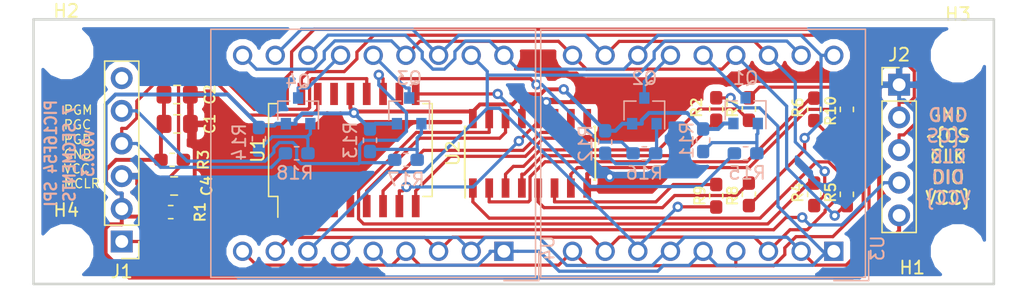
<source format=kicad_pcb>
(kicad_pcb (version 20171130) (host pcbnew 5.0.2-bee76a0~70~ubuntu16.04.1)

  (general
    (thickness 1.6)
    (drawings 8)
    (tracks 475)
    (zones 0)
    (modules 35)
    (nets 40)
  )

  (page A4)
  (layers
    (0 F.Cu signal)
    (31 B.Cu signal)
    (32 B.Adhes user)
    (33 F.Adhes user)
    (34 B.Paste user)
    (35 F.Paste user)
    (36 B.SilkS user)
    (37 F.SilkS user)
    (38 B.Mask user)
    (39 F.Mask user)
    (40 Dwgs.User user)
    (41 Cmts.User user)
    (42 Eco1.User user)
    (43 Eco2.User user)
    (44 Edge.Cuts user)
    (45 Margin user)
    (46 B.CrtYd user)
    (47 F.CrtYd user)
    (48 B.Fab user)
    (49 F.Fab user)
  )

  (setup
    (last_trace_width 0.25)
    (trace_clearance 0.2)
    (zone_clearance 0.508)
    (zone_45_only no)
    (trace_min 0.2)
    (segment_width 0.2)
    (edge_width 0.15)
    (via_size 0.8)
    (via_drill 0.4)
    (via_min_size 0.4)
    (via_min_drill 0.3)
    (uvia_size 0.3)
    (uvia_drill 0.1)
    (uvias_allowed no)
    (uvia_min_size 0.2)
    (uvia_min_drill 0.1)
    (pcb_text_width 0.3)
    (pcb_text_size 1.5 1.5)
    (mod_edge_width 0.15)
    (mod_text_size 1 1)
    (mod_text_width 0.15)
    (pad_size 1.524 1.524)
    (pad_drill 0.762)
    (pad_to_mask_clearance 0.051)
    (solder_mask_min_width 0.25)
    (aux_axis_origin 0 0)
    (visible_elements FFFFFF7F)
    (pcbplotparams
      (layerselection 0x010fc_ffffffff)
      (usegerberextensions false)
      (usegerberattributes false)
      (usegerberadvancedattributes false)
      (creategerberjobfile false)
      (excludeedgelayer true)
      (linewidth 0.100000)
      (plotframeref false)
      (viasonmask false)
      (mode 1)
      (useauxorigin false)
      (hpglpennumber 1)
      (hpglpenspeed 20)
      (hpglpendiameter 15.000000)
      (psnegative false)
      (psa4output false)
      (plotreference true)
      (plotvalue true)
      (plotinvisibletext false)
      (padsonsilk false)
      (subtractmaskfromsilk false)
      (outputformat 1)
      (mirror false)
      (drillshape 1)
      (scaleselection 1)
      (outputdirectory ""))
  )

  (net 0 "")
  (net 1 /SEG_E)
  (net 2 /SEG_D)
  (net 3 /SEG_C)
  (net 4 /SEG_B)
  (net 5 /SEG_A)
  (net 6 VCC)
  (net 7 GND)
  (net 8 "Net-(C4-Pad1)")
  (net 9 "Net-(J1-Pad1)")
  (net 10 /DIG_0)
  (net 11 /DIG_1)
  (net 12 /DIG_2)
  (net 13 /SEG_DP)
  (net 14 /SEG_F)
  (net 15 /SEG_G)
  (net 16 /DIG_3)
  (net 17 /~CS)
  (net 18 /CLK)
  (net 19 "Net-(R2-Pad2)")
  (net 20 "Net-(R4-Pad2)")
  (net 21 "Net-(R5-Pad2)")
  (net 22 "Net-(R6-Pad2)")
  (net 23 "Net-(R7-Pad2)")
  (net 24 "Net-(R8-Pad2)")
  (net 25 "Net-(R9-Pad2)")
  (net 26 "Net-(R10-Pad2)")
  (net 27 /SER)
  (net 28 /SRCLK)
  (net 29 /RCLK)
  (net 30 /~SRCLR)
  (net 31 /DIO)
  (net 32 "Net-(Q1-Pad1)")
  (net 33 /DIG1_CA)
  (net 34 /DIG2_CA)
  (net 35 "Net-(Q2-Pad1)")
  (net 36 "Net-(Q3-Pad1)")
  (net 37 /DIG3_CA)
  (net 38 "Net-(Q4-Pad1)")
  (net 39 /DIG4_CA)

  (net_class Default "This is the default net class."
    (clearance 0.2)
    (trace_width 0.25)
    (via_dia 0.8)
    (via_drill 0.4)
    (uvia_dia 0.3)
    (uvia_drill 0.1)
    (add_net /CLK)
    (add_net /DIG1_CA)
    (add_net /DIG2_CA)
    (add_net /DIG3_CA)
    (add_net /DIG4_CA)
    (add_net /DIG_0)
    (add_net /DIG_1)
    (add_net /DIG_2)
    (add_net /DIG_3)
    (add_net /DIO)
    (add_net /RCLK)
    (add_net /SEG_A)
    (add_net /SEG_B)
    (add_net /SEG_C)
    (add_net /SEG_D)
    (add_net /SEG_DP)
    (add_net /SEG_E)
    (add_net /SEG_F)
    (add_net /SEG_G)
    (add_net /SER)
    (add_net /SRCLK)
    (add_net /~CS)
    (add_net /~SRCLR)
    (add_net "Net-(C4-Pad1)")
    (add_net "Net-(J1-Pad1)")
    (add_net "Net-(Q1-Pad1)")
    (add_net "Net-(Q2-Pad1)")
    (add_net "Net-(Q3-Pad1)")
    (add_net "Net-(Q4-Pad1)")
    (add_net "Net-(R10-Pad2)")
    (add_net "Net-(R2-Pad2)")
    (add_net "Net-(R4-Pad2)")
    (add_net "Net-(R5-Pad2)")
    (add_net "Net-(R6-Pad2)")
    (add_net "Net-(R7-Pad2)")
    (add_net "Net-(R8-Pad2)")
    (add_net "Net-(R9-Pad2)")
  )

  (net_class pwr ""
    (clearance 0.2)
    (trace_width 0.3048)
    (via_dia 0.8)
    (via_drill 0.4)
    (uvia_dia 0.3)
    (uvia_drill 0.1)
    (add_net GND)
    (add_net VCC)
  )

  (module Capacitor_SMD:C_0805_2012Metric_Pad1.15x1.40mm_HandSolder (layer F.Cu) (tedit 60E27ECD) (tstamp 5EF88EF5)
    (at 98.797 93.472)
    (descr "Capacitor SMD 0805 (2012 Metric), square (rectangular) end terminal, IPC_7351 nominal with elongated pad for handsoldering. (Body size source: https://docs.google.com/spreadsheets/d/1BsfQQcO9C6DZCsRaXUlFlo91Tg2WpOkGARC1WS5S8t0/edit?usp=sharing), generated with kicad-footprint-generator")
    (tags "capacitor handsolder")
    (path /5EE917D5)
    (attr smd)
    (fp_text reference C2 (at 2.549 0 90) (layer F.SilkS)
      (effects (font (size 0.8 0.8) (thickness 0.15)))
    )
    (fp_text value 100n (at 0 1.65) (layer F.Fab)
      (effects (font (size 1 1) (thickness 0.15)))
    )
    (fp_line (start -1 0.6) (end -1 -0.6) (layer F.Fab) (width 0.1))
    (fp_line (start -1 -0.6) (end 1 -0.6) (layer F.Fab) (width 0.1))
    (fp_line (start 1 -0.6) (end 1 0.6) (layer F.Fab) (width 0.1))
    (fp_line (start 1 0.6) (end -1 0.6) (layer F.Fab) (width 0.1))
    (fp_line (start -0.261252 -0.71) (end 0.261252 -0.71) (layer F.SilkS) (width 0.12))
    (fp_line (start -0.261252 0.71) (end 0.261252 0.71) (layer F.SilkS) (width 0.12))
    (fp_line (start -1.85 0.95) (end -1.85 -0.95) (layer F.CrtYd) (width 0.05))
    (fp_line (start -1.85 -0.95) (end 1.85 -0.95) (layer F.CrtYd) (width 0.05))
    (fp_line (start 1.85 -0.95) (end 1.85 0.95) (layer F.CrtYd) (width 0.05))
    (fp_line (start 1.85 0.95) (end -1.85 0.95) (layer F.CrtYd) (width 0.05))
    (fp_text user %R (at 0 0) (layer F.Fab)
      (effects (font (size 0.5 0.5) (thickness 0.08)))
    )
    (pad 1 smd roundrect (at -1.025 0) (size 1.15 1.4) (layers F.Cu F.Paste F.Mask) (roundrect_rratio 0.217391)
      (net 6 VCC))
    (pad 2 smd roundrect (at 1.025 0) (size 1.15 1.4) (layers F.Cu F.Paste F.Mask) (roundrect_rratio 0.217391)
      (net 7 GND))
    (model ${KISYS3DMOD}/Capacitor_SMD.3dshapes/C_0805_2012Metric.wrl
      (at (xyz 0 0 0))
      (scale (xyz 1 1 1))
      (rotate (xyz 0 0 0))
    )
  )

  (module Capacitor_SMD:C_0805_2012Metric_Pad1.15x1.40mm_HandSolder (layer F.Cu) (tedit 60E27EDF) (tstamp 5F0488E5)
    (at 98.561 100.584)
    (descr "Capacitor SMD 0805 (2012 Metric), square (rectangular) end terminal, IPC_7351 nominal with elongated pad for handsoldering. (Body size source: https://docs.google.com/spreadsheets/d/1BsfQQcO9C6DZCsRaXUlFlo91Tg2WpOkGARC1WS5S8t0/edit?usp=sharing), generated with kicad-footprint-generator")
    (tags "capacitor handsolder")
    (path /5EE901A2)
    (attr smd)
    (fp_text reference C4 (at 2.531 0 90) (layer F.SilkS)
      (effects (font (size 0.8 0.8) (thickness 0.15)))
    )
    (fp_text value 22p (at 0 1.65) (layer F.Fab)
      (effects (font (size 1 1) (thickness 0.15)))
    )
    (fp_text user %R (at 0 0) (layer F.Fab)
      (effects (font (size 0.5 0.5) (thickness 0.08)))
    )
    (fp_line (start 1.85 0.95) (end -1.85 0.95) (layer F.CrtYd) (width 0.05))
    (fp_line (start 1.85 -0.95) (end 1.85 0.95) (layer F.CrtYd) (width 0.05))
    (fp_line (start -1.85 -0.95) (end 1.85 -0.95) (layer F.CrtYd) (width 0.05))
    (fp_line (start -1.85 0.95) (end -1.85 -0.95) (layer F.CrtYd) (width 0.05))
    (fp_line (start -0.261252 0.71) (end 0.261252 0.71) (layer F.SilkS) (width 0.12))
    (fp_line (start -0.261252 -0.71) (end 0.261252 -0.71) (layer F.SilkS) (width 0.12))
    (fp_line (start 1 0.6) (end -1 0.6) (layer F.Fab) (width 0.1))
    (fp_line (start 1 -0.6) (end 1 0.6) (layer F.Fab) (width 0.1))
    (fp_line (start -1 -0.6) (end 1 -0.6) (layer F.Fab) (width 0.1))
    (fp_line (start -1 0.6) (end -1 -0.6) (layer F.Fab) (width 0.1))
    (pad 2 smd roundrect (at 1.025 0) (size 1.15 1.4) (layers F.Cu F.Paste F.Mask) (roundrect_rratio 0.217391)
      (net 7 GND))
    (pad 1 smd roundrect (at -1.025 0) (size 1.15 1.4) (layers F.Cu F.Paste F.Mask) (roundrect_rratio 0.217391)
      (net 8 "Net-(C4-Pad1)"))
    (model ${KISYS3DMOD}/Capacitor_SMD.3dshapes/C_0805_2012Metric.wrl
      (at (xyz 0 0 0))
      (scale (xyz 1 1 1))
      (rotate (xyz 0 0 0))
    )
  )

  (module Connector_PinHeader_2.54mm:PinHeader_1x06_P2.54mm_Vertical (layer F.Cu) (tedit 59FED5CC) (tstamp 5F048912)
    (at 94.488 104.902 180)
    (descr "Through hole straight pin header, 1x06, 2.54mm pitch, single row")
    (tags "Through hole pin header THT 1x06 2.54mm single row")
    (path /5EE8F0E9)
    (fp_text reference J1 (at 0 -2.33 180) (layer F.SilkS)
      (effects (font (size 1 1) (thickness 0.15)))
    )
    (fp_text value ICSP (at 0 15.03 180) (layer F.Fab)
      (effects (font (size 1 1) (thickness 0.15)))
    )
    (fp_line (start -0.635 -1.27) (end 1.27 -1.27) (layer F.Fab) (width 0.1))
    (fp_line (start 1.27 -1.27) (end 1.27 13.97) (layer F.Fab) (width 0.1))
    (fp_line (start 1.27 13.97) (end -1.27 13.97) (layer F.Fab) (width 0.1))
    (fp_line (start -1.27 13.97) (end -1.27 -0.635) (layer F.Fab) (width 0.1))
    (fp_line (start -1.27 -0.635) (end -0.635 -1.27) (layer F.Fab) (width 0.1))
    (fp_line (start -1.33 14.03) (end 1.33 14.03) (layer F.SilkS) (width 0.12))
    (fp_line (start -1.33 1.27) (end -1.33 14.03) (layer F.SilkS) (width 0.12))
    (fp_line (start 1.33 1.27) (end 1.33 14.03) (layer F.SilkS) (width 0.12))
    (fp_line (start -1.33 1.27) (end 1.33 1.27) (layer F.SilkS) (width 0.12))
    (fp_line (start -1.33 0) (end -1.33 -1.33) (layer F.SilkS) (width 0.12))
    (fp_line (start -1.33 -1.33) (end 0 -1.33) (layer F.SilkS) (width 0.12))
    (fp_line (start -1.8 -1.8) (end -1.8 14.5) (layer F.CrtYd) (width 0.05))
    (fp_line (start -1.8 14.5) (end 1.8 14.5) (layer F.CrtYd) (width 0.05))
    (fp_line (start 1.8 14.5) (end 1.8 -1.8) (layer F.CrtYd) (width 0.05))
    (fp_line (start 1.8 -1.8) (end -1.8 -1.8) (layer F.CrtYd) (width 0.05))
    (fp_text user %R (at 0 6.35 270) (layer F.Fab)
      (effects (font (size 1 1) (thickness 0.15)))
    )
    (pad 1 thru_hole rect (at 0 0 180) (size 1.7 1.7) (drill 1) (layers *.Cu *.Mask)
      (net 9 "Net-(J1-Pad1)"))
    (pad 2 thru_hole oval (at 0 2.54 180) (size 1.7 1.7) (drill 1) (layers *.Cu *.Mask)
      (net 6 VCC))
    (pad 3 thru_hole oval (at 0 5.08 180) (size 1.7 1.7) (drill 1) (layers *.Cu *.Mask)
      (net 7 GND))
    (pad 4 thru_hole oval (at 0 7.62 180) (size 1.7 1.7) (drill 1) (layers *.Cu *.Mask)
      (net 16 /DIG_3))
    (pad 5 thru_hole oval (at 0 10.16 180) (size 1.7 1.7) (drill 1) (layers *.Cu *.Mask)
      (net 12 /DIG_2))
    (pad 6 thru_hole oval (at 0 12.7 180) (size 1.7 1.7) (drill 1) (layers *.Cu *.Mask))
    (model ${KISYS3DMOD}/Connector_PinHeader_2.54mm.3dshapes/PinHeader_1x06_P2.54mm_Vertical.wrl
      (at (xyz 0 0 0))
      (scale (xyz 1 1 1))
      (rotate (xyz 0 0 0))
    )
  )

  (module Package_TO_SOT_SMD:SOT-23 (layer B.Cu) (tedit 5A02FF57) (tstamp 61657E47)
    (at 143.002 94.726 90)
    (descr "SOT-23, Standard")
    (tags SOT-23)
    (path /61933AAB)
    (attr smd)
    (fp_text reference Q1 (at 2.524 0 180) (layer B.SilkS)
      (effects (font (size 1 1) (thickness 0.15)) (justify mirror))
    )
    (fp_text value BC856 (at 0 -2.5 90) (layer B.Fab)
      (effects (font (size 1 1) (thickness 0.15)) (justify mirror))
    )
    (fp_text user %R (at 0 0) (layer B.Fab)
      (effects (font (size 0.5 0.5) (thickness 0.075)) (justify mirror))
    )
    (fp_line (start -0.7 0.95) (end -0.7 -1.5) (layer B.Fab) (width 0.1))
    (fp_line (start -0.15 1.52) (end 0.7 1.52) (layer B.Fab) (width 0.1))
    (fp_line (start -0.7 0.95) (end -0.15 1.52) (layer B.Fab) (width 0.1))
    (fp_line (start 0.7 1.52) (end 0.7 -1.52) (layer B.Fab) (width 0.1))
    (fp_line (start -0.7 -1.52) (end 0.7 -1.52) (layer B.Fab) (width 0.1))
    (fp_line (start 0.76 -1.58) (end 0.76 -0.65) (layer B.SilkS) (width 0.12))
    (fp_line (start 0.76 1.58) (end 0.76 0.65) (layer B.SilkS) (width 0.12))
    (fp_line (start -1.7 1.75) (end 1.7 1.75) (layer B.CrtYd) (width 0.05))
    (fp_line (start 1.7 1.75) (end 1.7 -1.75) (layer B.CrtYd) (width 0.05))
    (fp_line (start 1.7 -1.75) (end -1.7 -1.75) (layer B.CrtYd) (width 0.05))
    (fp_line (start -1.7 -1.75) (end -1.7 1.75) (layer B.CrtYd) (width 0.05))
    (fp_line (start 0.76 1.58) (end -1.4 1.58) (layer B.SilkS) (width 0.12))
    (fp_line (start 0.76 -1.58) (end -0.7 -1.58) (layer B.SilkS) (width 0.12))
    (pad 1 smd rect (at -1 0.95 90) (size 0.9 0.8) (layers B.Cu B.Paste B.Mask)
      (net 32 "Net-(Q1-Pad1)"))
    (pad 2 smd rect (at -1 -0.95 90) (size 0.9 0.8) (layers B.Cu B.Paste B.Mask)
      (net 6 VCC))
    (pad 3 smd rect (at 1 0 90) (size 0.9 0.8) (layers B.Cu B.Paste B.Mask)
      (net 33 /DIG1_CA))
    (model ${KISYS3DMOD}/Package_TO_SOT_SMD.3dshapes/SOT-23.wrl
      (at (xyz 0 0 0))
      (scale (xyz 1 1 1))
      (rotate (xyz 0 0 0))
    )
  )

  (module Package_TO_SOT_SMD:SOT-23 (layer B.Cu) (tedit 5A02FF57) (tstamp 5F04893C)
    (at 135.128 94.742 90)
    (descr "SOT-23, Standard")
    (tags SOT-23)
    (path /6170D046)
    (attr smd)
    (fp_text reference Q2 (at 2.54 0 180) (layer B.SilkS)
      (effects (font (size 1 1) (thickness 0.15)) (justify mirror))
    )
    (fp_text value BC856 (at 0 -2.5 90) (layer B.Fab)
      (effects (font (size 1 1) (thickness 0.15)) (justify mirror))
    )
    (fp_line (start 0.76 -1.58) (end -0.7 -1.58) (layer B.SilkS) (width 0.12))
    (fp_line (start 0.76 1.58) (end -1.4 1.58) (layer B.SilkS) (width 0.12))
    (fp_line (start -1.7 -1.75) (end -1.7 1.75) (layer B.CrtYd) (width 0.05))
    (fp_line (start 1.7 -1.75) (end -1.7 -1.75) (layer B.CrtYd) (width 0.05))
    (fp_line (start 1.7 1.75) (end 1.7 -1.75) (layer B.CrtYd) (width 0.05))
    (fp_line (start -1.7 1.75) (end 1.7 1.75) (layer B.CrtYd) (width 0.05))
    (fp_line (start 0.76 1.58) (end 0.76 0.65) (layer B.SilkS) (width 0.12))
    (fp_line (start 0.76 -1.58) (end 0.76 -0.65) (layer B.SilkS) (width 0.12))
    (fp_line (start -0.7 -1.52) (end 0.7 -1.52) (layer B.Fab) (width 0.1))
    (fp_line (start 0.7 1.52) (end 0.7 -1.52) (layer B.Fab) (width 0.1))
    (fp_line (start -0.7 0.95) (end -0.15 1.52) (layer B.Fab) (width 0.1))
    (fp_line (start -0.15 1.52) (end 0.7 1.52) (layer B.Fab) (width 0.1))
    (fp_line (start -0.7 0.95) (end -0.7 -1.5) (layer B.Fab) (width 0.1))
    (fp_text user %R (at 0 0) (layer B.Fab)
      (effects (font (size 0.5 0.5) (thickness 0.075)) (justify mirror))
    )
    (pad 3 smd rect (at 1 0 90) (size 0.9 0.8) (layers B.Cu B.Paste B.Mask)
      (net 34 /DIG2_CA))
    (pad 2 smd rect (at -1 -0.95 90) (size 0.9 0.8) (layers B.Cu B.Paste B.Mask)
      (net 6 VCC))
    (pad 1 smd rect (at -1 0.95 90) (size 0.9 0.8) (layers B.Cu B.Paste B.Mask)
      (net 35 "Net-(Q2-Pad1)"))
    (model ${KISYS3DMOD}/Package_TO_SOT_SMD.3dshapes/SOT-23.wrl
      (at (xyz 0 0 0))
      (scale (xyz 1 1 1))
      (rotate (xyz 0 0 0))
    )
  )

  (module Package_TO_SOT_SMD:SOT-23 (layer B.Cu) (tedit 5A02FF57) (tstamp 5F048951)
    (at 116.84 94.742 90)
    (descr "SOT-23, Standard")
    (tags SOT-23)
    (path /619391F5)
    (attr smd)
    (fp_text reference Q3 (at 2.54 0 180) (layer B.SilkS)
      (effects (font (size 1 1) (thickness 0.15)) (justify mirror))
    )
    (fp_text value BC856 (at 0 -2.5 90) (layer B.Fab)
      (effects (font (size 1 1) (thickness 0.15)) (justify mirror))
    )
    (fp_text user %R (at 0 0) (layer B.Fab)
      (effects (font (size 0.5 0.5) (thickness 0.075)) (justify mirror))
    )
    (fp_line (start -0.7 0.95) (end -0.7 -1.5) (layer B.Fab) (width 0.1))
    (fp_line (start -0.15 1.52) (end 0.7 1.52) (layer B.Fab) (width 0.1))
    (fp_line (start -0.7 0.95) (end -0.15 1.52) (layer B.Fab) (width 0.1))
    (fp_line (start 0.7 1.52) (end 0.7 -1.52) (layer B.Fab) (width 0.1))
    (fp_line (start -0.7 -1.52) (end 0.7 -1.52) (layer B.Fab) (width 0.1))
    (fp_line (start 0.76 -1.58) (end 0.76 -0.65) (layer B.SilkS) (width 0.12))
    (fp_line (start 0.76 1.58) (end 0.76 0.65) (layer B.SilkS) (width 0.12))
    (fp_line (start -1.7 1.75) (end 1.7 1.75) (layer B.CrtYd) (width 0.05))
    (fp_line (start 1.7 1.75) (end 1.7 -1.75) (layer B.CrtYd) (width 0.05))
    (fp_line (start 1.7 -1.75) (end -1.7 -1.75) (layer B.CrtYd) (width 0.05))
    (fp_line (start -1.7 -1.75) (end -1.7 1.75) (layer B.CrtYd) (width 0.05))
    (fp_line (start 0.76 1.58) (end -1.4 1.58) (layer B.SilkS) (width 0.12))
    (fp_line (start 0.76 -1.58) (end -0.7 -1.58) (layer B.SilkS) (width 0.12))
    (pad 1 smd rect (at -1 0.95 90) (size 0.9 0.8) (layers B.Cu B.Paste B.Mask)
      (net 36 "Net-(Q3-Pad1)"))
    (pad 2 smd rect (at -1 -0.95 90) (size 0.9 0.8) (layers B.Cu B.Paste B.Mask)
      (net 6 VCC))
    (pad 3 smd rect (at 1 0 90) (size 0.9 0.8) (layers B.Cu B.Paste B.Mask)
      (net 37 /DIG3_CA))
    (model ${KISYS3DMOD}/Package_TO_SOT_SMD.3dshapes/SOT-23.wrl
      (at (xyz 0 0 0))
      (scale (xyz 1 1 1))
      (rotate (xyz 0 0 0))
    )
  )

  (module Resistor_SMD:R_0603_1608Metric_Pad1.05x0.95mm_HandSolder (layer F.Cu) (tedit 60E27EF3) (tstamp 5F048977)
    (at 98.298 102.616)
    (descr "Resistor SMD 0603 (1608 Metric), square (rectangular) end terminal, IPC_7351 nominal with elongated pad for handsoldering. (Body size source: http://www.tortai-tech.com/upload/download/2011102023233369053.pdf), generated with kicad-footprint-generator")
    (tags "resistor handsolder")
    (path /5EE8FBE1)
    (attr smd)
    (fp_text reference R1 (at 2.286 0 90) (layer F.SilkS)
      (effects (font (size 0.8 0.8) (thickness 0.15)))
    )
    (fp_text value 10K (at 0 1.43) (layer F.Fab)
      (effects (font (size 1 1) (thickness 0.15)))
    )
    (fp_line (start -0.8 0.4) (end -0.8 -0.4) (layer F.Fab) (width 0.1))
    (fp_line (start -0.8 -0.4) (end 0.8 -0.4) (layer F.Fab) (width 0.1))
    (fp_line (start 0.8 -0.4) (end 0.8 0.4) (layer F.Fab) (width 0.1))
    (fp_line (start 0.8 0.4) (end -0.8 0.4) (layer F.Fab) (width 0.1))
    (fp_line (start -0.171267 -0.51) (end 0.171267 -0.51) (layer F.SilkS) (width 0.12))
    (fp_line (start -0.171267 0.51) (end 0.171267 0.51) (layer F.SilkS) (width 0.12))
    (fp_line (start -1.65 0.73) (end -1.65 -0.73) (layer F.CrtYd) (width 0.05))
    (fp_line (start -1.65 -0.73) (end 1.65 -0.73) (layer F.CrtYd) (width 0.05))
    (fp_line (start 1.65 -0.73) (end 1.65 0.73) (layer F.CrtYd) (width 0.05))
    (fp_line (start 1.65 0.73) (end -1.65 0.73) (layer F.CrtYd) (width 0.05))
    (fp_text user %R (at 0 0) (layer F.Fab)
      (effects (font (size 0.4 0.4) (thickness 0.06)))
    )
    (pad 1 smd roundrect (at -0.875 0) (size 1.05 0.95) (layers F.Cu F.Paste F.Mask) (roundrect_rratio 0.25)
      (net 6 VCC))
    (pad 2 smd roundrect (at 0.875 0) (size 1.05 0.95) (layers F.Cu F.Paste F.Mask) (roundrect_rratio 0.25)
      (net 9 "Net-(J1-Pad1)"))
    (model ${KISYS3DMOD}/Resistor_SMD.3dshapes/R_0603_1608Metric.wrl
      (at (xyz 0 0 0))
      (scale (xyz 1 1 1))
      (rotate (xyz 0 0 0))
    )
  )

  (module Resistor_SMD:R_0603_1608Metric_Pad1.05x0.95mm_HandSolder (layer F.Cu) (tedit 60E27EDA) (tstamp 5F049C05)
    (at 98.411 98.552)
    (descr "Resistor SMD 0603 (1608 Metric), square (rectangular) end terminal, IPC_7351 nominal with elongated pad for handsoldering. (Body size source: http://www.tortai-tech.com/upload/download/2011102023233369053.pdf), generated with kicad-footprint-generator")
    (tags "resistor handsolder")
    (path /5F0115A5)
    (attr smd)
    (fp_text reference R3 (at 2.427 0 90) (layer F.SilkS)
      (effects (font (size 0.8 0.8) (thickness 0.15)))
    )
    (fp_text value 10K (at 0 1.43) (layer F.Fab)
      (effects (font (size 1 1) (thickness 0.15)))
    )
    (fp_line (start -0.8 0.4) (end -0.8 -0.4) (layer F.Fab) (width 0.1))
    (fp_line (start -0.8 -0.4) (end 0.8 -0.4) (layer F.Fab) (width 0.1))
    (fp_line (start 0.8 -0.4) (end 0.8 0.4) (layer F.Fab) (width 0.1))
    (fp_line (start 0.8 0.4) (end -0.8 0.4) (layer F.Fab) (width 0.1))
    (fp_line (start -0.171267 -0.51) (end 0.171267 -0.51) (layer F.SilkS) (width 0.12))
    (fp_line (start -0.171267 0.51) (end 0.171267 0.51) (layer F.SilkS) (width 0.12))
    (fp_line (start -1.65 0.73) (end -1.65 -0.73) (layer F.CrtYd) (width 0.05))
    (fp_line (start -1.65 -0.73) (end 1.65 -0.73) (layer F.CrtYd) (width 0.05))
    (fp_line (start 1.65 -0.73) (end 1.65 0.73) (layer F.CrtYd) (width 0.05))
    (fp_line (start 1.65 0.73) (end -1.65 0.73) (layer F.CrtYd) (width 0.05))
    (fp_text user %R (at 0 0) (layer F.Fab)
      (effects (font (size 0.4 0.4) (thickness 0.06)))
    )
    (pad 1 smd roundrect (at -0.875 0) (size 1.05 0.95) (layers F.Cu F.Paste F.Mask) (roundrect_rratio 0.25)
      (net 6 VCC))
    (pad 2 smd roundrect (at 0.875 0) (size 1.05 0.95) (layers F.Cu F.Paste F.Mask) (roundrect_rratio 0.25)
      (net 8 "Net-(C4-Pad1)"))
    (model ${KISYS3DMOD}/Resistor_SMD.3dshapes/R_0603_1608Metric.wrl
      (at (xyz 0 0 0))
      (scale (xyz 1 1 1))
      (rotate (xyz 0 0 0))
    )
  )

  (module Resistor_SMD:R_0603_1608Metric_Pad1.05x0.95mm_HandSolder (layer F.Cu) (tedit 60E27D93) (tstamp 5F0498DE)
    (at 148.336 101.233 90)
    (descr "Resistor SMD 0603 (1608 Metric), square (rectangular) end terminal, IPC_7351 nominal with elongated pad for handsoldering. (Body size source: http://www.tortai-tech.com/upload/download/2011102023233369053.pdf), generated with kicad-footprint-generator")
    (tags "resistor handsolder")
    (path /5F03DC97)
    (attr smd)
    (fp_text reference R4 (at 0.141 -1.27 90) (layer F.SilkS)
      (effects (font (size 0.8 0.8) (thickness 0.15)))
    )
    (fp_text value 100 (at 0 1.43 90) (layer F.Fab)
      (effects (font (size 1 1) (thickness 0.15)))
    )
    (fp_text user %R (at 0 0 90) (layer F.Fab)
      (effects (font (size 0.4 0.4) (thickness 0.06)))
    )
    (fp_line (start 1.65 0.73) (end -1.65 0.73) (layer F.CrtYd) (width 0.05))
    (fp_line (start 1.65 -0.73) (end 1.65 0.73) (layer F.CrtYd) (width 0.05))
    (fp_line (start -1.65 -0.73) (end 1.65 -0.73) (layer F.CrtYd) (width 0.05))
    (fp_line (start -1.65 0.73) (end -1.65 -0.73) (layer F.CrtYd) (width 0.05))
    (fp_line (start -0.171267 0.51) (end 0.171267 0.51) (layer F.SilkS) (width 0.12))
    (fp_line (start -0.171267 -0.51) (end 0.171267 -0.51) (layer F.SilkS) (width 0.12))
    (fp_line (start 0.8 0.4) (end -0.8 0.4) (layer F.Fab) (width 0.1))
    (fp_line (start 0.8 -0.4) (end 0.8 0.4) (layer F.Fab) (width 0.1))
    (fp_line (start -0.8 -0.4) (end 0.8 -0.4) (layer F.Fab) (width 0.1))
    (fp_line (start -0.8 0.4) (end -0.8 -0.4) (layer F.Fab) (width 0.1))
    (pad 2 smd roundrect (at 0.875 0 90) (size 1.05 0.95) (layers F.Cu F.Paste F.Mask) (roundrect_rratio 0.25)
      (net 20 "Net-(R4-Pad2)"))
    (pad 1 smd roundrect (at -0.875 0 90) (size 1.05 0.95) (layers F.Cu F.Paste F.Mask) (roundrect_rratio 0.25)
      (net 5 /SEG_A))
    (model ${KISYS3DMOD}/Resistor_SMD.3dshapes/R_0603_1608Metric.wrl
      (at (xyz 0 0 0))
      (scale (xyz 1 1 1))
      (rotate (xyz 0 0 0))
    )
  )

  (module Resistor_SMD:R_0603_1608Metric_Pad1.05x0.95mm_HandSolder (layer F.Cu) (tedit 60E27D8C) (tstamp 60E27E8D)
    (at 150.876 101.233 90)
    (descr "Resistor SMD 0603 (1608 Metric), square (rectangular) end terminal, IPC_7351 nominal with elongated pad for handsoldering. (Body size source: http://www.tortai-tech.com/upload/download/2011102023233369053.pdf), generated with kicad-footprint-generator")
    (tags "resistor handsolder")
    (path /5F03DE26)
    (attr smd)
    (fp_text reference R5 (at 0.141 -1.27 90) (layer F.SilkS)
      (effects (font (size 0.8 0.8) (thickness 0.15)))
    )
    (fp_text value 100 (at 0 1.43 90) (layer F.Fab)
      (effects (font (size 1 1) (thickness 0.15)))
    )
    (fp_line (start -0.8 0.4) (end -0.8 -0.4) (layer F.Fab) (width 0.1))
    (fp_line (start -0.8 -0.4) (end 0.8 -0.4) (layer F.Fab) (width 0.1))
    (fp_line (start 0.8 -0.4) (end 0.8 0.4) (layer F.Fab) (width 0.1))
    (fp_line (start 0.8 0.4) (end -0.8 0.4) (layer F.Fab) (width 0.1))
    (fp_line (start -0.171267 -0.51) (end 0.171267 -0.51) (layer F.SilkS) (width 0.12))
    (fp_line (start -0.171267 0.51) (end 0.171267 0.51) (layer F.SilkS) (width 0.12))
    (fp_line (start -1.65 0.73) (end -1.65 -0.73) (layer F.CrtYd) (width 0.05))
    (fp_line (start -1.65 -0.73) (end 1.65 -0.73) (layer F.CrtYd) (width 0.05))
    (fp_line (start 1.65 -0.73) (end 1.65 0.73) (layer F.CrtYd) (width 0.05))
    (fp_line (start 1.65 0.73) (end -1.65 0.73) (layer F.CrtYd) (width 0.05))
    (fp_text user %R (at 0 0 90) (layer F.Fab)
      (effects (font (size 0.4 0.4) (thickness 0.06)))
    )
    (pad 1 smd roundrect (at -0.875 0 90) (size 1.05 0.95) (layers F.Cu F.Paste F.Mask) (roundrect_rratio 0.25)
      (net 4 /SEG_B))
    (pad 2 smd roundrect (at 0.875 0 90) (size 1.05 0.95) (layers F.Cu F.Paste F.Mask) (roundrect_rratio 0.25)
      (net 21 "Net-(R5-Pad2)"))
    (model ${KISYS3DMOD}/Resistor_SMD.3dshapes/R_0603_1608Metric.wrl
      (at (xyz 0 0 0))
      (scale (xyz 1 1 1))
      (rotate (xyz 0 0 0))
    )
  )

  (module Resistor_SMD:R_0603_1608Metric_Pad1.05x0.95mm_HandSolder (layer F.Cu) (tedit 60E27DAD) (tstamp 5F04988E)
    (at 148.336 94.629 90)
    (descr "Resistor SMD 0603 (1608 Metric), square (rectangular) end terminal, IPC_7351 nominal with elongated pad for handsoldering. (Body size source: http://www.tortai-tech.com/upload/download/2011102023233369053.pdf), generated with kicad-footprint-generator")
    (tags "resistor handsolder")
    (path /5F03DE58)
    (attr smd)
    (fp_text reference R6 (at 0.141 -1.27 90) (layer F.SilkS)
      (effects (font (size 0.8 0.8) (thickness 0.15)))
    )
    (fp_text value 100 (at 0 1.43 90) (layer F.Fab)
      (effects (font (size 1 1) (thickness 0.15)))
    )
    (fp_text user %R (at 0 0 90) (layer F.Fab)
      (effects (font (size 0.4 0.4) (thickness 0.06)))
    )
    (fp_line (start 1.65 0.73) (end -1.65 0.73) (layer F.CrtYd) (width 0.05))
    (fp_line (start 1.65 -0.73) (end 1.65 0.73) (layer F.CrtYd) (width 0.05))
    (fp_line (start -1.65 -0.73) (end 1.65 -0.73) (layer F.CrtYd) (width 0.05))
    (fp_line (start -1.65 0.73) (end -1.65 -0.73) (layer F.CrtYd) (width 0.05))
    (fp_line (start -0.171267 0.51) (end 0.171267 0.51) (layer F.SilkS) (width 0.12))
    (fp_line (start -0.171267 -0.51) (end 0.171267 -0.51) (layer F.SilkS) (width 0.12))
    (fp_line (start 0.8 0.4) (end -0.8 0.4) (layer F.Fab) (width 0.1))
    (fp_line (start 0.8 -0.4) (end 0.8 0.4) (layer F.Fab) (width 0.1))
    (fp_line (start -0.8 -0.4) (end 0.8 -0.4) (layer F.Fab) (width 0.1))
    (fp_line (start -0.8 0.4) (end -0.8 -0.4) (layer F.Fab) (width 0.1))
    (pad 2 smd roundrect (at 0.875 0 90) (size 1.05 0.95) (layers F.Cu F.Paste F.Mask) (roundrect_rratio 0.25)
      (net 22 "Net-(R6-Pad2)"))
    (pad 1 smd roundrect (at -0.875 0 90) (size 1.05 0.95) (layers F.Cu F.Paste F.Mask) (roundrect_rratio 0.25)
      (net 3 /SEG_C))
    (model ${KISYS3DMOD}/Resistor_SMD.3dshapes/R_0603_1608Metric.wrl
      (at (xyz 0 0 0))
      (scale (xyz 1 1 1))
      (rotate (xyz 0 0 0))
    )
  )

  (module Resistor_SMD:R_0603_1608Metric_Pad1.05x0.95mm_HandSolder (layer F.Cu) (tedit 60E27DEB) (tstamp 5F0489DD)
    (at 143.256 94.601 270)
    (descr "Resistor SMD 0603 (1608 Metric), square (rectangular) end terminal, IPC_7351 nominal with elongated pad for handsoldering. (Body size source: http://www.tortai-tech.com/upload/download/2011102023233369053.pdf), generated with kicad-footprint-generator")
    (tags "resistor handsolder")
    (path /5F03DE8C)
    (attr smd)
    (fp_text reference R7 (at -0.113 1.27 270) (layer F.SilkS)
      (effects (font (size 0.8 0.8) (thickness 0.15)))
    )
    (fp_text value 100 (at 0 1.43 270) (layer F.Fab)
      (effects (font (size 1 1) (thickness 0.15)))
    )
    (fp_line (start -0.8 0.4) (end -0.8 -0.4) (layer F.Fab) (width 0.1))
    (fp_line (start -0.8 -0.4) (end 0.8 -0.4) (layer F.Fab) (width 0.1))
    (fp_line (start 0.8 -0.4) (end 0.8 0.4) (layer F.Fab) (width 0.1))
    (fp_line (start 0.8 0.4) (end -0.8 0.4) (layer F.Fab) (width 0.1))
    (fp_line (start -0.171267 -0.51) (end 0.171267 -0.51) (layer F.SilkS) (width 0.12))
    (fp_line (start -0.171267 0.51) (end 0.171267 0.51) (layer F.SilkS) (width 0.12))
    (fp_line (start -1.65 0.73) (end -1.65 -0.73) (layer F.CrtYd) (width 0.05))
    (fp_line (start -1.65 -0.73) (end 1.65 -0.73) (layer F.CrtYd) (width 0.05))
    (fp_line (start 1.65 -0.73) (end 1.65 0.73) (layer F.CrtYd) (width 0.05))
    (fp_line (start 1.65 0.73) (end -1.65 0.73) (layer F.CrtYd) (width 0.05))
    (fp_text user %R (at 0 0 270) (layer F.Fab)
      (effects (font (size 0.4 0.4) (thickness 0.06)))
    )
    (pad 1 smd roundrect (at -0.875 0 270) (size 1.05 0.95) (layers F.Cu F.Paste F.Mask) (roundrect_rratio 0.25)
      (net 2 /SEG_D))
    (pad 2 smd roundrect (at 0.875 0 270) (size 1.05 0.95) (layers F.Cu F.Paste F.Mask) (roundrect_rratio 0.25)
      (net 23 "Net-(R7-Pad2)"))
    (model ${KISYS3DMOD}/Resistor_SMD.3dshapes/R_0603_1608Metric.wrl
      (at (xyz 0 0 0))
      (scale (xyz 1 1 1))
      (rotate (xyz 0 0 0))
    )
  )

  (module Package_SO:SOP-18_7.0x12.5mm_P1.27mm (layer F.Cu) (tedit 5A4D255D) (tstamp 5F05CC83)
    (at 112.268 97.79 90)
    (descr " SOP, 18 Pin (https://toshiba.semicon-storage.com/info/docget.jsp?did=30523), generated with kicad-footprint-generator package_soic_sop.py")
    (tags "connector  SOP SOIC")
    (path /5EE94A9C)
    (attr smd)
    (fp_text reference U1 (at 0 -7.2 90) (layer F.SilkS)
      (effects (font (size 1 1) (thickness 0.15)))
    )
    (fp_text value PIC16F54-IP (at 0 7.2 90) (layer F.Fab)
      (effects (font (size 1 1) (thickness 0.15)))
    )
    (fp_line (start -2.5 -6.25) (end 3.5 -6.25) (layer F.Fab) (width 0.1))
    (fp_line (start 3.5 -6.25) (end 3.5 6.25) (layer F.Fab) (width 0.1))
    (fp_line (start 3.5 6.25) (end -3.5 6.25) (layer F.Fab) (width 0.1))
    (fp_line (start -3.5 6.25) (end -3.5 -5.25) (layer F.Fab) (width 0.1))
    (fp_line (start -3.5 -5.25) (end -2.5 -6.25) (layer F.Fab) (width 0.1))
    (fp_line (start -5.225 -5.64) (end -3.61 -5.64) (layer F.SilkS) (width 0.12))
    (fp_line (start -3.61 -5.64) (end -3.61 -6.36) (layer F.SilkS) (width 0.12))
    (fp_line (start -3.61 -6.36) (end 3.61 -6.36) (layer F.SilkS) (width 0.12))
    (fp_line (start 3.61 -6.36) (end 3.61 -5.64) (layer F.SilkS) (width 0.12))
    (fp_line (start -3.61 5.64) (end -3.61 6.36) (layer F.SilkS) (width 0.12))
    (fp_line (start -3.61 6.36) (end 3.61 6.36) (layer F.SilkS) (width 0.12))
    (fp_line (start 3.61 6.36) (end 3.61 5.64) (layer F.SilkS) (width 0.12))
    (fp_line (start -5.48 -6.5) (end 5.48 -6.5) (layer F.CrtYd) (width 0.05))
    (fp_line (start 5.48 -6.5) (end 5.48 6.5) (layer F.CrtYd) (width 0.05))
    (fp_line (start 5.48 6.5) (end -5.48 6.5) (layer F.CrtYd) (width 0.05))
    (fp_line (start -5.48 6.5) (end -5.48 -6.5) (layer F.CrtYd) (width 0.05))
    (fp_text user %R (at 0 5.55 90) (layer F.Fab)
      (effects (font (size 1 1) (thickness 0.15)))
    )
    (pad 1 smd rect (at -4.3625 -5.08 90) (size 1.725 0.6) (layers F.Cu F.Paste F.Mask)
      (net 31 /DIO))
    (pad 2 smd rect (at -4.3625 -3.81 90) (size 1.725 0.6) (layers F.Cu F.Paste F.Mask))
    (pad 3 smd rect (at -4.3625 -2.54 90) (size 1.725 0.6) (layers F.Cu F.Paste F.Mask))
    (pad 4 smd rect (at -4.3625 -1.27 90) (size 1.725 0.6) (layers F.Cu F.Paste F.Mask)
      (net 9 "Net-(J1-Pad1)"))
    (pad 5 smd rect (at -4.3625 0 90) (size 1.725 0.6) (layers F.Cu F.Paste F.Mask)
      (net 7 GND))
    (pad 6 smd rect (at -4.3625 1.27 90) (size 1.725 0.6) (layers F.Cu F.Paste F.Mask)
      (net 27 /SER))
    (pad 7 smd rect (at -4.3625 2.54 90) (size 1.725 0.6) (layers F.Cu F.Paste F.Mask)
      (net 28 /SRCLK))
    (pad 8 smd rect (at -4.3625 3.81 90) (size 1.725 0.6) (layers F.Cu F.Paste F.Mask)
      (net 29 /RCLK))
    (pad 9 smd rect (at -4.3625 5.08 90) (size 1.725 0.6) (layers F.Cu F.Paste F.Mask)
      (net 30 /~SRCLR))
    (pad 18 smd rect (at 4.3625 -5.08 90) (size 1.725 0.6) (layers F.Cu F.Paste F.Mask)
      (net 18 /CLK))
    (pad 17 smd rect (at 4.3625 -3.81 90) (size 1.725 0.6) (layers F.Cu F.Paste F.Mask)
      (net 17 /~CS))
    (pad 16 smd rect (at 4.3625 -2.54 90) (size 1.725 0.6) (layers F.Cu F.Paste F.Mask)
      (net 8 "Net-(C4-Pad1)"))
    (pad 15 smd rect (at 4.3625 -1.27 90) (size 1.725 0.6) (layers F.Cu F.Paste F.Mask))
    (pad 14 smd rect (at 4.3625 0 90) (size 1.725 0.6) (layers F.Cu F.Paste F.Mask)
      (net 6 VCC))
    (pad 13 smd rect (at 4.3625 1.27 90) (size 1.725 0.6) (layers F.Cu F.Paste F.Mask)
      (net 16 /DIG_3))
    (pad 12 smd rect (at 4.3625 2.54 90) (size 1.725 0.6) (layers F.Cu F.Paste F.Mask)
      (net 12 /DIG_2))
    (pad 11 smd rect (at 4.3625 3.81 90) (size 1.725 0.6) (layers F.Cu F.Paste F.Mask)
      (net 11 /DIG_1))
    (pad 10 smd rect (at 4.3625 5.08 90) (size 1.725 0.6) (layers F.Cu F.Paste F.Mask)
      (net 10 /DIG_0))
    (model ${KISYS3DMOD}/Package_SO.3dshapes/SOP-18_7.0x12.5mm_P1.27mm.wrl
      (at (xyz 0 0 0))
      (scale (xyz 1 1 1))
      (rotate (xyz 0 0 0))
    )
  )

  (module modules:MountingHole_3.2mm_M2 (layer F.Cu) (tedit 5EF8B72F) (tstamp 5EF8C8CA)
    (at 159.512 105.664)
    (descr "Mounting Hole 2.2mm, no annular, M2")
    (tags "mounting hole 2.2mm no annular m2")
    (path /5EF8E59E)
    (attr virtual)
    (fp_text reference H1 (at -3.556 1.27) (layer F.SilkS)
      (effects (font (size 1 1) (thickness 0.15)))
    )
    (fp_text value MountingHole (at 0 3.2) (layer F.Fab)
      (effects (font (size 1 1) (thickness 0.15)))
    )
    (fp_circle (center 0 0) (end 2.45 0) (layer F.CrtYd) (width 0.05))
    (fp_circle (center 0 0) (end 2.2 0) (layer Cmts.User) (width 0.15))
    (fp_text user %R (at 0.3 0) (layer F.Fab)
      (effects (font (size 1 1) (thickness 0.15)))
    )
    (pad "" np_thru_hole circle (at 0 0) (size 3.2 3.2) (drill 3.2) (layers *.Cu *.Mask))
  )

  (module modules:MountingHole_3.2mm_M2 (layer F.Cu) (tedit 5EF8B72F) (tstamp 5EF8C8D1)
    (at 90.17 90.17)
    (descr "Mounting Hole 2.2mm, no annular, M2")
    (tags "mounting hole 2.2mm no annular m2")
    (path /5EF8E867)
    (attr virtual)
    (fp_text reference H2 (at 0 -3.2) (layer F.SilkS)
      (effects (font (size 1 1) (thickness 0.15)))
    )
    (fp_text value MountingHole (at 0 3.2) (layer F.Fab)
      (effects (font (size 1 1) (thickness 0.15)))
    )
    (fp_text user %R (at 0.3 0) (layer F.Fab)
      (effects (font (size 1 1) (thickness 0.15)))
    )
    (fp_circle (center 0 0) (end 2.2 0) (layer Cmts.User) (width 0.15))
    (fp_circle (center 0 0) (end 2.45 0) (layer F.CrtYd) (width 0.05))
    (pad "" np_thru_hole circle (at 0 0) (size 3.2 3.2) (drill 3.2) (layers *.Cu *.Mask))
  )

  (module modules:MountingHole_3.2mm_M2 (layer F.Cu) (tedit 5EF8B72F) (tstamp 5EF8C8D8)
    (at 159.512 90.424)
    (descr "Mounting Hole 2.2mm, no annular, M2")
    (tags "mounting hole 2.2mm no annular m2")
    (path /5EF8E8A7)
    (attr virtual)
    (fp_text reference H3 (at 0 -3.2) (layer F.SilkS)
      (effects (font (size 1 1) (thickness 0.15)))
    )
    (fp_text value MountingHole (at 0 3.2) (layer F.Fab)
      (effects (font (size 1 1) (thickness 0.15)))
    )
    (fp_circle (center 0 0) (end 2.45 0) (layer F.CrtYd) (width 0.05))
    (fp_circle (center 0 0) (end 2.2 0) (layer Cmts.User) (width 0.15))
    (fp_text user %R (at 0.3 0) (layer F.Fab)
      (effects (font (size 1 1) (thickness 0.15)))
    )
    (pad "" np_thru_hole circle (at 0 0) (size 3.2 3.2) (drill 3.2) (layers *.Cu *.Mask))
  )

  (module modules:MountingHole_3.2mm_M2 (layer F.Cu) (tedit 5EF8B72F) (tstamp 5EF8C8DF)
    (at 90.17 105.664)
    (descr "Mounting Hole 2.2mm, no annular, M2")
    (tags "mounting hole 2.2mm no annular m2")
    (path /5EF8E8E9)
    (attr virtual)
    (fp_text reference H4 (at 0 -3.2) (layer F.SilkS)
      (effects (font (size 1 1) (thickness 0.15)))
    )
    (fp_text value MountingHole (at 0 3.2) (layer F.Fab)
      (effects (font (size 1 1) (thickness 0.15)))
    )
    (fp_text user %R (at 0.3 0) (layer F.Fab)
      (effects (font (size 1 1) (thickness 0.15)))
    )
    (fp_circle (center 0 0) (end 2.2 0) (layer Cmts.User) (width 0.15))
    (fp_circle (center 0 0) (end 2.45 0) (layer F.CrtYd) (width 0.05))
    (pad "" np_thru_hole circle (at 0 0) (size 3.2 3.2) (drill 3.2) (layers *.Cu *.Mask))
  )

  (module Resistor_SMD:R_0603_1608Metric_Pad1.05x0.95mm_HandSolder (layer F.Cu) (tedit 60E27DF9) (tstamp 5F05C857)
    (at 140.716 94.601 270)
    (descr "Resistor SMD 0603 (1608 Metric), square (rectangular) end terminal, IPC_7351 nominal with elongated pad for handsoldering. (Body size source: http://www.tortai-tech.com/upload/download/2011102023233369053.pdf), generated with kicad-footprint-generator")
    (tags "resistor handsolder")
    (path /5EFBE836)
    (attr smd)
    (fp_text reference R2 (at -0.113 1.524 270) (layer F.SilkS)
      (effects (font (size 0.8 0.8) (thickness 0.15)))
    )
    (fp_text value 100 (at 0 1.43 270) (layer F.Fab)
      (effects (font (size 1 1) (thickness 0.15)))
    )
    (fp_text user %R (at 0 0 270) (layer F.Fab)
      (effects (font (size 0.4 0.4) (thickness 0.06)))
    )
    (fp_line (start 1.65 0.73) (end -1.65 0.73) (layer F.CrtYd) (width 0.05))
    (fp_line (start 1.65 -0.73) (end 1.65 0.73) (layer F.CrtYd) (width 0.05))
    (fp_line (start -1.65 -0.73) (end 1.65 -0.73) (layer F.CrtYd) (width 0.05))
    (fp_line (start -1.65 0.73) (end -1.65 -0.73) (layer F.CrtYd) (width 0.05))
    (fp_line (start -0.171267 0.51) (end 0.171267 0.51) (layer F.SilkS) (width 0.12))
    (fp_line (start -0.171267 -0.51) (end 0.171267 -0.51) (layer F.SilkS) (width 0.12))
    (fp_line (start 0.8 0.4) (end -0.8 0.4) (layer F.Fab) (width 0.1))
    (fp_line (start 0.8 -0.4) (end 0.8 0.4) (layer F.Fab) (width 0.1))
    (fp_line (start -0.8 -0.4) (end 0.8 -0.4) (layer F.Fab) (width 0.1))
    (fp_line (start -0.8 0.4) (end -0.8 -0.4) (layer F.Fab) (width 0.1))
    (pad 2 smd roundrect (at 0.875 0 270) (size 1.05 0.95) (layers F.Cu F.Paste F.Mask) (roundrect_rratio 0.25)
      (net 19 "Net-(R2-Pad2)"))
    (pad 1 smd roundrect (at -0.875 0 270) (size 1.05 0.95) (layers F.Cu F.Paste F.Mask) (roundrect_rratio 0.25)
      (net 1 /SEG_E))
    (model ${KISYS3DMOD}/Resistor_SMD.3dshapes/R_0603_1608Metric.wrl
      (at (xyz 0 0 0))
      (scale (xyz 1 1 1))
      (rotate (xyz 0 0 0))
    )
  )

  (module Resistor_SMD:R_0603_1608Metric_Pad1.05x0.95mm_HandSolder (layer F.Cu) (tedit 60E27DCE) (tstamp 5F05C868)
    (at 143.256 101.233 90)
    (descr "Resistor SMD 0603 (1608 Metric), square (rectangular) end terminal, IPC_7351 nominal with elongated pad for handsoldering. (Body size source: http://www.tortai-tech.com/upload/download/2011102023233369053.pdf), generated with kicad-footprint-generator")
    (tags "resistor handsolder")
    (path /5EFBF02F)
    (attr smd)
    (fp_text reference R8 (at -0.113 -1.27 90) (layer F.SilkS)
      (effects (font (size 0.8 0.8) (thickness 0.15)))
    )
    (fp_text value 100 (at 0 1.43 90) (layer F.Fab)
      (effects (font (size 1 1) (thickness 0.15)))
    )
    (fp_line (start -0.8 0.4) (end -0.8 -0.4) (layer F.Fab) (width 0.1))
    (fp_line (start -0.8 -0.4) (end 0.8 -0.4) (layer F.Fab) (width 0.1))
    (fp_line (start 0.8 -0.4) (end 0.8 0.4) (layer F.Fab) (width 0.1))
    (fp_line (start 0.8 0.4) (end -0.8 0.4) (layer F.Fab) (width 0.1))
    (fp_line (start -0.171267 -0.51) (end 0.171267 -0.51) (layer F.SilkS) (width 0.12))
    (fp_line (start -0.171267 0.51) (end 0.171267 0.51) (layer F.SilkS) (width 0.12))
    (fp_line (start -1.65 0.73) (end -1.65 -0.73) (layer F.CrtYd) (width 0.05))
    (fp_line (start -1.65 -0.73) (end 1.65 -0.73) (layer F.CrtYd) (width 0.05))
    (fp_line (start 1.65 -0.73) (end 1.65 0.73) (layer F.CrtYd) (width 0.05))
    (fp_line (start 1.65 0.73) (end -1.65 0.73) (layer F.CrtYd) (width 0.05))
    (fp_text user %R (at 0 0 90) (layer F.Fab)
      (effects (font (size 0.4 0.4) (thickness 0.06)))
    )
    (pad 1 smd roundrect (at -0.875 0 90) (size 1.05 0.95) (layers F.Cu F.Paste F.Mask) (roundrect_rratio 0.25)
      (net 14 /SEG_F))
    (pad 2 smd roundrect (at 0.875 0 90) (size 1.05 0.95) (layers F.Cu F.Paste F.Mask) (roundrect_rratio 0.25)
      (net 24 "Net-(R8-Pad2)"))
    (model ${KISYS3DMOD}/Resistor_SMD.3dshapes/R_0603_1608Metric.wrl
      (at (xyz 0 0 0))
      (scale (xyz 1 1 1))
      (rotate (xyz 0 0 0))
    )
  )

  (module Resistor_SMD:R_0603_1608Metric_Pad1.05x0.95mm_HandSolder (layer F.Cu) (tedit 60E27DD3) (tstamp 5F05C879)
    (at 140.716 101.346 90)
    (descr "Resistor SMD 0603 (1608 Metric), square (rectangular) end terminal, IPC_7351 nominal with elongated pad for handsoldering. (Body size source: http://www.tortai-tech.com/upload/download/2011102023233369053.pdf), generated with kicad-footprint-generator")
    (tags "resistor handsolder")
    (path /5EFBF07F)
    (attr smd)
    (fp_text reference R9 (at 0 -1.27 90) (layer F.SilkS)
      (effects (font (size 0.8 0.8) (thickness 0.15)))
    )
    (fp_text value 100 (at 0 1.43 90) (layer F.Fab)
      (effects (font (size 1 1) (thickness 0.15)))
    )
    (fp_text user %R (at 0 0 90) (layer F.Fab)
      (effects (font (size 0.4 0.4) (thickness 0.06)))
    )
    (fp_line (start 1.65 0.73) (end -1.65 0.73) (layer F.CrtYd) (width 0.05))
    (fp_line (start 1.65 -0.73) (end 1.65 0.73) (layer F.CrtYd) (width 0.05))
    (fp_line (start -1.65 -0.73) (end 1.65 -0.73) (layer F.CrtYd) (width 0.05))
    (fp_line (start -1.65 0.73) (end -1.65 -0.73) (layer F.CrtYd) (width 0.05))
    (fp_line (start -0.171267 0.51) (end 0.171267 0.51) (layer F.SilkS) (width 0.12))
    (fp_line (start -0.171267 -0.51) (end 0.171267 -0.51) (layer F.SilkS) (width 0.12))
    (fp_line (start 0.8 0.4) (end -0.8 0.4) (layer F.Fab) (width 0.1))
    (fp_line (start 0.8 -0.4) (end 0.8 0.4) (layer F.Fab) (width 0.1))
    (fp_line (start -0.8 -0.4) (end 0.8 -0.4) (layer F.Fab) (width 0.1))
    (fp_line (start -0.8 0.4) (end -0.8 -0.4) (layer F.Fab) (width 0.1))
    (pad 2 smd roundrect (at 0.875 0 90) (size 1.05 0.95) (layers F.Cu F.Paste F.Mask) (roundrect_rratio 0.25)
      (net 25 "Net-(R9-Pad2)"))
    (pad 1 smd roundrect (at -0.875 0 90) (size 1.05 0.95) (layers F.Cu F.Paste F.Mask) (roundrect_rratio 0.25)
      (net 15 /SEG_G))
    (model ${KISYS3DMOD}/Resistor_SMD.3dshapes/R_0603_1608Metric.wrl
      (at (xyz 0 0 0))
      (scale (xyz 1 1 1))
      (rotate (xyz 0 0 0))
    )
  )

  (module Resistor_SMD:R_0603_1608Metric_Pad1.05x0.95mm_HandSolder (layer F.Cu) (tedit 60E27DA7) (tstamp 5F05C88A)
    (at 150.876 94.629 270)
    (descr "Resistor SMD 0603 (1608 Metric), square (rectangular) end terminal, IPC_7351 nominal with elongated pad for handsoldering. (Body size source: http://www.tortai-tech.com/upload/download/2011102023233369053.pdf), generated with kicad-footprint-generator")
    (tags "resistor handsolder")
    (path /5EFBF0CE)
    (attr smd)
    (fp_text reference R10 (at 0.113 1.27 270) (layer F.SilkS)
      (effects (font (size 0.8 0.8) (thickness 0.15)))
    )
    (fp_text value 100 (at 0 1.43 270) (layer F.Fab)
      (effects (font (size 1 1) (thickness 0.15)))
    )
    (fp_line (start -0.8 0.4) (end -0.8 -0.4) (layer F.Fab) (width 0.1))
    (fp_line (start -0.8 -0.4) (end 0.8 -0.4) (layer F.Fab) (width 0.1))
    (fp_line (start 0.8 -0.4) (end 0.8 0.4) (layer F.Fab) (width 0.1))
    (fp_line (start 0.8 0.4) (end -0.8 0.4) (layer F.Fab) (width 0.1))
    (fp_line (start -0.171267 -0.51) (end 0.171267 -0.51) (layer F.SilkS) (width 0.12))
    (fp_line (start -0.171267 0.51) (end 0.171267 0.51) (layer F.SilkS) (width 0.12))
    (fp_line (start -1.65 0.73) (end -1.65 -0.73) (layer F.CrtYd) (width 0.05))
    (fp_line (start -1.65 -0.73) (end 1.65 -0.73) (layer F.CrtYd) (width 0.05))
    (fp_line (start 1.65 -0.73) (end 1.65 0.73) (layer F.CrtYd) (width 0.05))
    (fp_line (start 1.65 0.73) (end -1.65 0.73) (layer F.CrtYd) (width 0.05))
    (fp_text user %R (at 0 0 270) (layer F.Fab)
      (effects (font (size 0.4 0.4) (thickness 0.06)))
    )
    (pad 1 smd roundrect (at -0.875 0 270) (size 1.05 0.95) (layers F.Cu F.Paste F.Mask) (roundrect_rratio 0.25)
      (net 13 /SEG_DP))
    (pad 2 smd roundrect (at 0.875 0 270) (size 1.05 0.95) (layers F.Cu F.Paste F.Mask) (roundrect_rratio 0.25)
      (net 26 "Net-(R10-Pad2)"))
    (model ${KISYS3DMOD}/Resistor_SMD.3dshapes/R_0603_1608Metric.wrl
      (at (xyz 0 0 0))
      (scale (xyz 1 1 1))
      (rotate (xyz 0 0 0))
    )
  )

  (module Package_TO_SOT_SMD:SOT-23 (layer B.Cu) (tedit 5A02FF57) (tstamp 60DF1357)
    (at 108.204 94.742 90)
    (descr "SOT-23, Standard")
    (tags SOT-23)
    (path /61949E4D)
    (attr smd)
    (fp_text reference Q4 (at 2.286 0 180) (layer B.SilkS)
      (effects (font (size 1 1) (thickness 0.15)) (justify mirror))
    )
    (fp_text value BC856 (at 0 -2.5 90) (layer B.Fab)
      (effects (font (size 1 1) (thickness 0.15)) (justify mirror))
    )
    (fp_text user %R (at 0 0) (layer B.Fab)
      (effects (font (size 0.5 0.5) (thickness 0.075)) (justify mirror))
    )
    (fp_line (start -0.7 0.95) (end -0.7 -1.5) (layer B.Fab) (width 0.1))
    (fp_line (start -0.15 1.52) (end 0.7 1.52) (layer B.Fab) (width 0.1))
    (fp_line (start -0.7 0.95) (end -0.15 1.52) (layer B.Fab) (width 0.1))
    (fp_line (start 0.7 1.52) (end 0.7 -1.52) (layer B.Fab) (width 0.1))
    (fp_line (start -0.7 -1.52) (end 0.7 -1.52) (layer B.Fab) (width 0.1))
    (fp_line (start 0.76 -1.58) (end 0.76 -0.65) (layer B.SilkS) (width 0.12))
    (fp_line (start 0.76 1.58) (end 0.76 0.65) (layer B.SilkS) (width 0.12))
    (fp_line (start -1.7 1.75) (end 1.7 1.75) (layer B.CrtYd) (width 0.05))
    (fp_line (start 1.7 1.75) (end 1.7 -1.75) (layer B.CrtYd) (width 0.05))
    (fp_line (start 1.7 -1.75) (end -1.7 -1.75) (layer B.CrtYd) (width 0.05))
    (fp_line (start -1.7 -1.75) (end -1.7 1.75) (layer B.CrtYd) (width 0.05))
    (fp_line (start 0.76 1.58) (end -1.4 1.58) (layer B.SilkS) (width 0.12))
    (fp_line (start 0.76 -1.58) (end -0.7 -1.58) (layer B.SilkS) (width 0.12))
    (pad 1 smd rect (at -1 0.95 90) (size 0.9 0.8) (layers B.Cu B.Paste B.Mask)
      (net 38 "Net-(Q4-Pad1)"))
    (pad 2 smd rect (at -1 -0.95 90) (size 0.9 0.8) (layers B.Cu B.Paste B.Mask)
      (net 6 VCC))
    (pad 3 smd rect (at 1 0 90) (size 0.9 0.8) (layers B.Cu B.Paste B.Mask)
      (net 39 /DIG4_CA))
    (model ${KISYS3DMOD}/Package_TO_SOT_SMD.3dshapes/SOT-23.wrl
      (at (xyz 0 0 0))
      (scale (xyz 1 1 1))
      (rotate (xyz 0 0 0))
    )
  )

  (module Package_SO:SOIC-16_3.9x9.9mm_P1.27mm (layer F.Cu) (tedit 5A02F2D3) (tstamp 60DFBA8B)
    (at 126.238 98.044 90)
    (descr "16-Lead Plastic Small Outline (SL) - Narrow, 3.90 mm Body [SOIC] (see Microchip Packaging Specification 00000049BS.pdf)")
    (tags "SOIC 1.27")
    (path /60E0B12B)
    (attr smd)
    (fp_text reference U2 (at 0 -6 90) (layer F.SilkS)
      (effects (font (size 1 1) (thickness 0.15)))
    )
    (fp_text value 74HC595 (at 0 6 90) (layer F.Fab)
      (effects (font (size 1 1) (thickness 0.15)))
    )
    (fp_text user %R (at 0 0 90) (layer F.Fab)
      (effects (font (size 0.9 0.9) (thickness 0.135)))
    )
    (fp_line (start -0.95 -4.95) (end 1.95 -4.95) (layer F.Fab) (width 0.15))
    (fp_line (start 1.95 -4.95) (end 1.95 4.95) (layer F.Fab) (width 0.15))
    (fp_line (start 1.95 4.95) (end -1.95 4.95) (layer F.Fab) (width 0.15))
    (fp_line (start -1.95 4.95) (end -1.95 -3.95) (layer F.Fab) (width 0.15))
    (fp_line (start -1.95 -3.95) (end -0.95 -4.95) (layer F.Fab) (width 0.15))
    (fp_line (start -3.7 -5.25) (end -3.7 5.25) (layer F.CrtYd) (width 0.05))
    (fp_line (start 3.7 -5.25) (end 3.7 5.25) (layer F.CrtYd) (width 0.05))
    (fp_line (start -3.7 -5.25) (end 3.7 -5.25) (layer F.CrtYd) (width 0.05))
    (fp_line (start -3.7 5.25) (end 3.7 5.25) (layer F.CrtYd) (width 0.05))
    (fp_line (start -2.075 -5.075) (end -2.075 -5.05) (layer F.SilkS) (width 0.15))
    (fp_line (start 2.075 -5.075) (end 2.075 -4.97) (layer F.SilkS) (width 0.15))
    (fp_line (start 2.075 5.075) (end 2.075 4.97) (layer F.SilkS) (width 0.15))
    (fp_line (start -2.075 5.075) (end -2.075 4.97) (layer F.SilkS) (width 0.15))
    (fp_line (start -2.075 -5.075) (end 2.075 -5.075) (layer F.SilkS) (width 0.15))
    (fp_line (start -2.075 5.075) (end 2.075 5.075) (layer F.SilkS) (width 0.15))
    (fp_line (start -2.075 -5.05) (end -3.45 -5.05) (layer F.SilkS) (width 0.15))
    (pad 1 smd rect (at -2.7 -4.445 90) (size 1.5 0.6) (layers F.Cu F.Paste F.Mask)
      (net 21 "Net-(R5-Pad2)"))
    (pad 2 smd rect (at -2.7 -3.175 90) (size 1.5 0.6) (layers F.Cu F.Paste F.Mask)
      (net 22 "Net-(R6-Pad2)"))
    (pad 3 smd rect (at -2.7 -1.905 90) (size 1.5 0.6) (layers F.Cu F.Paste F.Mask)
      (net 23 "Net-(R7-Pad2)"))
    (pad 4 smd rect (at -2.7 -0.635 90) (size 1.5 0.6) (layers F.Cu F.Paste F.Mask)
      (net 19 "Net-(R2-Pad2)"))
    (pad 5 smd rect (at -2.7 0.635 90) (size 1.5 0.6) (layers F.Cu F.Paste F.Mask)
      (net 24 "Net-(R8-Pad2)"))
    (pad 6 smd rect (at -2.7 1.905 90) (size 1.5 0.6) (layers F.Cu F.Paste F.Mask)
      (net 25 "Net-(R9-Pad2)"))
    (pad 7 smd rect (at -2.7 3.175 90) (size 1.5 0.6) (layers F.Cu F.Paste F.Mask)
      (net 26 "Net-(R10-Pad2)"))
    (pad 8 smd rect (at -2.7 4.445 90) (size 1.5 0.6) (layers F.Cu F.Paste F.Mask)
      (net 7 GND))
    (pad 9 smd rect (at 2.7 4.445 90) (size 1.5 0.6) (layers F.Cu F.Paste F.Mask))
    (pad 10 smd rect (at 2.7 3.175 90) (size 1.5 0.6) (layers F.Cu F.Paste F.Mask)
      (net 30 /~SRCLR))
    (pad 11 smd rect (at 2.7 1.905 90) (size 1.5 0.6) (layers F.Cu F.Paste F.Mask)
      (net 28 /SRCLK))
    (pad 12 smd rect (at 2.7 0.635 90) (size 1.5 0.6) (layers F.Cu F.Paste F.Mask)
      (net 29 /RCLK))
    (pad 13 smd rect (at 2.7 -0.635 90) (size 1.5 0.6) (layers F.Cu F.Paste F.Mask)
      (net 7 GND))
    (pad 14 smd rect (at 2.7 -1.905 90) (size 1.5 0.6) (layers F.Cu F.Paste F.Mask)
      (net 27 /SER))
    (pad 15 smd rect (at 2.7 -3.175 90) (size 1.5 0.6) (layers F.Cu F.Paste F.Mask)
      (net 20 "Net-(R4-Pad2)"))
    (pad 16 smd rect (at 2.7 -4.445 90) (size 1.5 0.6) (layers F.Cu F.Paste F.Mask)
      (net 6 VCC))
    (model ${KISYS3DMOD}/Package_SO.3dshapes/SOIC-16_3.9x9.9mm_P1.27mm.wrl
      (at (xyz 0 0 0))
      (scale (xyz 1 1 1))
      (rotate (xyz 0 0 0))
    )
  )

  (module Connector_PinHeader_2.54mm:PinHeader_1x05_P2.54mm_Vertical (layer F.Cu) (tedit 59FED5CC) (tstamp 60E2833A)
    (at 154.94 92.71)
    (descr "Through hole straight pin header, 1x05, 2.54mm pitch, single row")
    (tags "Through hole pin header THT 1x05 2.54mm single row")
    (path /60E2B547)
    (fp_text reference J2 (at 0 -2.33) (layer F.SilkS)
      (effects (font (size 1 1) (thickness 0.15)))
    )
    (fp_text value Conn_01x05 (at 0 12.49) (layer F.Fab)
      (effects (font (size 1 1) (thickness 0.15)))
    )
    (fp_text user %R (at 0 5.08 90) (layer F.Fab)
      (effects (font (size 1 1) (thickness 0.15)))
    )
    (fp_line (start 1.8 -1.8) (end -1.8 -1.8) (layer F.CrtYd) (width 0.05))
    (fp_line (start 1.8 11.95) (end 1.8 -1.8) (layer F.CrtYd) (width 0.05))
    (fp_line (start -1.8 11.95) (end 1.8 11.95) (layer F.CrtYd) (width 0.05))
    (fp_line (start -1.8 -1.8) (end -1.8 11.95) (layer F.CrtYd) (width 0.05))
    (fp_line (start -1.33 -1.33) (end 0 -1.33) (layer F.SilkS) (width 0.12))
    (fp_line (start -1.33 0) (end -1.33 -1.33) (layer F.SilkS) (width 0.12))
    (fp_line (start -1.33 1.27) (end 1.33 1.27) (layer F.SilkS) (width 0.12))
    (fp_line (start 1.33 1.27) (end 1.33 11.49) (layer F.SilkS) (width 0.12))
    (fp_line (start -1.33 1.27) (end -1.33 11.49) (layer F.SilkS) (width 0.12))
    (fp_line (start -1.33 11.49) (end 1.33 11.49) (layer F.SilkS) (width 0.12))
    (fp_line (start -1.27 -0.635) (end -0.635 -1.27) (layer F.Fab) (width 0.1))
    (fp_line (start -1.27 11.43) (end -1.27 -0.635) (layer F.Fab) (width 0.1))
    (fp_line (start 1.27 11.43) (end -1.27 11.43) (layer F.Fab) (width 0.1))
    (fp_line (start 1.27 -1.27) (end 1.27 11.43) (layer F.Fab) (width 0.1))
    (fp_line (start -0.635 -1.27) (end 1.27 -1.27) (layer F.Fab) (width 0.1))
    (pad 5 thru_hole oval (at 0 10.16) (size 1.7 1.7) (drill 1) (layers *.Cu *.Mask)
      (net 6 VCC))
    (pad 4 thru_hole oval (at 0 7.62) (size 1.7 1.7) (drill 1) (layers *.Cu *.Mask)
      (net 31 /DIO))
    (pad 3 thru_hole oval (at 0 5.08) (size 1.7 1.7) (drill 1) (layers *.Cu *.Mask)
      (net 18 /CLK))
    (pad 2 thru_hole oval (at 0 2.54) (size 1.7 1.7) (drill 1) (layers *.Cu *.Mask)
      (net 17 /~CS))
    (pad 1 thru_hole rect (at 0 0) (size 1.7 1.7) (drill 1) (layers *.Cu *.Mask)
      (net 7 GND))
    (model ${KISYS3DMOD}/Connector_PinHeader_2.54mm.3dshapes/PinHeader_1x05_P2.54mm_Vertical.wrl
      (at (xyz 0 0 0))
      (scale (xyz 1 1 1))
      (rotate (xyz 0 0 0))
    )
  )

  (module Capacitor_SMD:C_0805_2012Metric_Pad1.15x1.40mm_HandSolder (layer F.Cu) (tedit 61567FB2) (tstamp 61656FC7)
    (at 98.806 95.758)
    (descr "Capacitor SMD 0805 (2012 Metric), square (rectangular) end terminal, IPC_7351 nominal with elongated pad for handsoldering. (Body size source: https://docs.google.com/spreadsheets/d/1BsfQQcO9C6DZCsRaXUlFlo91Tg2WpOkGARC1WS5S8t0/edit?usp=sharing), generated with kicad-footprint-generator")
    (tags "capacitor handsolder")
    (path /619ABB52)
    (attr smd)
    (fp_text reference C1 (at 2.54 0 90) (layer F.SilkS)
      (effects (font (size 0.8 0.8) (thickness 0.15)))
    )
    (fp_text value 10U (at 0 1.65) (layer F.Fab)
      (effects (font (size 1 1) (thickness 0.15)))
    )
    (fp_line (start -1 0.6) (end -1 -0.6) (layer F.Fab) (width 0.1))
    (fp_line (start -1 -0.6) (end 1 -0.6) (layer F.Fab) (width 0.1))
    (fp_line (start 1 -0.6) (end 1 0.6) (layer F.Fab) (width 0.1))
    (fp_line (start 1 0.6) (end -1 0.6) (layer F.Fab) (width 0.1))
    (fp_line (start -0.261252 -0.71) (end 0.261252 -0.71) (layer F.SilkS) (width 0.12))
    (fp_line (start -0.261252 0.71) (end 0.261252 0.71) (layer F.SilkS) (width 0.12))
    (fp_line (start -1.85 0.95) (end -1.85 -0.95) (layer F.CrtYd) (width 0.05))
    (fp_line (start -1.85 -0.95) (end 1.85 -0.95) (layer F.CrtYd) (width 0.05))
    (fp_line (start 1.85 -0.95) (end 1.85 0.95) (layer F.CrtYd) (width 0.05))
    (fp_line (start 1.85 0.95) (end -1.85 0.95) (layer F.CrtYd) (width 0.05))
    (fp_text user %R (at 0 0) (layer F.Fab)
      (effects (font (size 0.5 0.5) (thickness 0.08)))
    )
    (pad 1 smd roundrect (at -1.025 0) (size 1.15 1.4) (layers F.Cu F.Paste F.Mask) (roundrect_rratio 0.217391)
      (net 6 VCC))
    (pad 2 smd roundrect (at 1.025 0) (size 1.15 1.4) (layers F.Cu F.Paste F.Mask) (roundrect_rratio 0.217391)
      (net 7 GND))
    (model ${KISYS3DMOD}/Capacitor_SMD.3dshapes/C_0805_2012Metric.wrl
      (at (xyz 0 0 0))
      (scale (xyz 1 1 1))
      (rotate (xyz 0 0 0))
    )
  )

  (module Resistor_SMD:R_0603_1608Metric_Pad1.05x0.95mm_HandSolder (layer B.Cu) (tedit 5B301BBD) (tstamp 61656FE7)
    (at 139.7 97.028 90)
    (descr "Resistor SMD 0603 (1608 Metric), square (rectangular) end terminal, IPC_7351 nominal with elongated pad for handsoldering. (Body size source: http://www.tortai-tech.com/upload/download/2011102023233369053.pdf), generated with kicad-footprint-generator")
    (tags "resistor handsolder")
    (path /61933AB2)
    (attr smd)
    (fp_text reference R11 (at 0 -1.27 90) (layer B.SilkS)
      (effects (font (size 1 1) (thickness 0.15)) (justify mirror))
    )
    (fp_text value 100k (at 0 -1.43 90) (layer B.Fab)
      (effects (font (size 1 1) (thickness 0.15)) (justify mirror))
    )
    (fp_line (start -0.8 -0.4) (end -0.8 0.4) (layer B.Fab) (width 0.1))
    (fp_line (start -0.8 0.4) (end 0.8 0.4) (layer B.Fab) (width 0.1))
    (fp_line (start 0.8 0.4) (end 0.8 -0.4) (layer B.Fab) (width 0.1))
    (fp_line (start 0.8 -0.4) (end -0.8 -0.4) (layer B.Fab) (width 0.1))
    (fp_line (start -0.171267 0.51) (end 0.171267 0.51) (layer B.SilkS) (width 0.12))
    (fp_line (start -0.171267 -0.51) (end 0.171267 -0.51) (layer B.SilkS) (width 0.12))
    (fp_line (start -1.65 -0.73) (end -1.65 0.73) (layer B.CrtYd) (width 0.05))
    (fp_line (start -1.65 0.73) (end 1.65 0.73) (layer B.CrtYd) (width 0.05))
    (fp_line (start 1.65 0.73) (end 1.65 -0.73) (layer B.CrtYd) (width 0.05))
    (fp_line (start 1.65 -0.73) (end -1.65 -0.73) (layer B.CrtYd) (width 0.05))
    (fp_text user %R (at 0 0 90) (layer B.Fab)
      (effects (font (size 0.4 0.4) (thickness 0.06)) (justify mirror))
    )
    (pad 1 smd roundrect (at -0.875 0 90) (size 1.05 0.95) (layers B.Cu B.Paste B.Mask) (roundrect_rratio 0.25)
      (net 32 "Net-(Q1-Pad1)"))
    (pad 2 smd roundrect (at 0.875 0 90) (size 1.05 0.95) (layers B.Cu B.Paste B.Mask) (roundrect_rratio 0.25)
      (net 6 VCC))
    (model ${KISYS3DMOD}/Resistor_SMD.3dshapes/R_0603_1608Metric.wrl
      (at (xyz 0 0 0))
      (scale (xyz 1 1 1))
      (rotate (xyz 0 0 0))
    )
  )

  (module Resistor_SMD:R_0603_1608Metric_Pad1.05x0.95mm_HandSolder (layer B.Cu) (tedit 5B301BBD) (tstamp 61656FF8)
    (at 132.08 97.169 90)
    (descr "Resistor SMD 0603 (1608 Metric), square (rectangular) end terminal, IPC_7351 nominal with elongated pad for handsoldering. (Body size source: http://www.tortai-tech.com/upload/download/2011102023233369053.pdf), generated with kicad-footprint-generator")
    (tags "resistor handsolder")
    (path /61727DEC)
    (attr smd)
    (fp_text reference R12 (at -0.113 -1.524 90) (layer B.SilkS)
      (effects (font (size 1 1) (thickness 0.15)) (justify mirror))
    )
    (fp_text value 100k (at 0 -1.43 90) (layer B.Fab)
      (effects (font (size 1 1) (thickness 0.15)) (justify mirror))
    )
    (fp_line (start -0.8 -0.4) (end -0.8 0.4) (layer B.Fab) (width 0.1))
    (fp_line (start -0.8 0.4) (end 0.8 0.4) (layer B.Fab) (width 0.1))
    (fp_line (start 0.8 0.4) (end 0.8 -0.4) (layer B.Fab) (width 0.1))
    (fp_line (start 0.8 -0.4) (end -0.8 -0.4) (layer B.Fab) (width 0.1))
    (fp_line (start -0.171267 0.51) (end 0.171267 0.51) (layer B.SilkS) (width 0.12))
    (fp_line (start -0.171267 -0.51) (end 0.171267 -0.51) (layer B.SilkS) (width 0.12))
    (fp_line (start -1.65 -0.73) (end -1.65 0.73) (layer B.CrtYd) (width 0.05))
    (fp_line (start -1.65 0.73) (end 1.65 0.73) (layer B.CrtYd) (width 0.05))
    (fp_line (start 1.65 0.73) (end 1.65 -0.73) (layer B.CrtYd) (width 0.05))
    (fp_line (start 1.65 -0.73) (end -1.65 -0.73) (layer B.CrtYd) (width 0.05))
    (fp_text user %R (at 0 0 90) (layer B.Fab)
      (effects (font (size 0.4 0.4) (thickness 0.06)) (justify mirror))
    )
    (pad 1 smd roundrect (at -0.875 0 90) (size 1.05 0.95) (layers B.Cu B.Paste B.Mask) (roundrect_rratio 0.25)
      (net 35 "Net-(Q2-Pad1)"))
    (pad 2 smd roundrect (at 0.875 0 90) (size 1.05 0.95) (layers B.Cu B.Paste B.Mask) (roundrect_rratio 0.25)
      (net 6 VCC))
    (model ${KISYS3DMOD}/Resistor_SMD.3dshapes/R_0603_1608Metric.wrl
      (at (xyz 0 0 0))
      (scale (xyz 1 1 1))
      (rotate (xyz 0 0 0))
    )
  )

  (module Resistor_SMD:R_0603_1608Metric_Pad1.05x0.95mm_HandSolder (layer B.Cu) (tedit 5B301BBD) (tstamp 61657009)
    (at 113.792 97.028 90)
    (descr "Resistor SMD 0603 (1608 Metric), square (rectangular) end terminal, IPC_7351 nominal with elongated pad for handsoldering. (Body size source: http://www.tortai-tech.com/upload/download/2011102023233369053.pdf), generated with kicad-footprint-generator")
    (tags "resistor handsolder")
    (path /619391FC)
    (attr smd)
    (fp_text reference R13 (at 0 -1.524 90) (layer B.SilkS)
      (effects (font (size 1 1) (thickness 0.15)) (justify mirror))
    )
    (fp_text value 100k (at 0 -1.43 90) (layer B.Fab)
      (effects (font (size 1 1) (thickness 0.15)) (justify mirror))
    )
    (fp_line (start -0.8 -0.4) (end -0.8 0.4) (layer B.Fab) (width 0.1))
    (fp_line (start -0.8 0.4) (end 0.8 0.4) (layer B.Fab) (width 0.1))
    (fp_line (start 0.8 0.4) (end 0.8 -0.4) (layer B.Fab) (width 0.1))
    (fp_line (start 0.8 -0.4) (end -0.8 -0.4) (layer B.Fab) (width 0.1))
    (fp_line (start -0.171267 0.51) (end 0.171267 0.51) (layer B.SilkS) (width 0.12))
    (fp_line (start -0.171267 -0.51) (end 0.171267 -0.51) (layer B.SilkS) (width 0.12))
    (fp_line (start -1.65 -0.73) (end -1.65 0.73) (layer B.CrtYd) (width 0.05))
    (fp_line (start -1.65 0.73) (end 1.65 0.73) (layer B.CrtYd) (width 0.05))
    (fp_line (start 1.65 0.73) (end 1.65 -0.73) (layer B.CrtYd) (width 0.05))
    (fp_line (start 1.65 -0.73) (end -1.65 -0.73) (layer B.CrtYd) (width 0.05))
    (fp_text user %R (at 0 0 90) (layer B.Fab)
      (effects (font (size 0.4 0.4) (thickness 0.06)) (justify mirror))
    )
    (pad 1 smd roundrect (at -0.875 0 90) (size 1.05 0.95) (layers B.Cu B.Paste B.Mask) (roundrect_rratio 0.25)
      (net 36 "Net-(Q3-Pad1)"))
    (pad 2 smd roundrect (at 0.875 0 90) (size 1.05 0.95) (layers B.Cu B.Paste B.Mask) (roundrect_rratio 0.25)
      (net 6 VCC))
    (model ${KISYS3DMOD}/Resistor_SMD.3dshapes/R_0603_1608Metric.wrl
      (at (xyz 0 0 0))
      (scale (xyz 1 1 1))
      (rotate (xyz 0 0 0))
    )
  )

  (module Resistor_SMD:R_0603_1608Metric_Pad1.05x0.95mm_HandSolder (layer B.Cu) (tedit 5B301BBD) (tstamp 6165701A)
    (at 105.156 96.915 90)
    (descr "Resistor SMD 0603 (1608 Metric), square (rectangular) end terminal, IPC_7351 nominal with elongated pad for handsoldering. (Body size source: http://www.tortai-tech.com/upload/download/2011102023233369053.pdf), generated with kicad-footprint-generator")
    (tags "resistor handsolder")
    (path /61949E54)
    (attr smd)
    (fp_text reference R14 (at -0.254 -1.524 90) (layer B.SilkS)
      (effects (font (size 1 1) (thickness 0.15)) (justify mirror))
    )
    (fp_text value 100k (at 0 -1.43 90) (layer B.Fab)
      (effects (font (size 1 1) (thickness 0.15)) (justify mirror))
    )
    (fp_line (start -0.8 -0.4) (end -0.8 0.4) (layer B.Fab) (width 0.1))
    (fp_line (start -0.8 0.4) (end 0.8 0.4) (layer B.Fab) (width 0.1))
    (fp_line (start 0.8 0.4) (end 0.8 -0.4) (layer B.Fab) (width 0.1))
    (fp_line (start 0.8 -0.4) (end -0.8 -0.4) (layer B.Fab) (width 0.1))
    (fp_line (start -0.171267 0.51) (end 0.171267 0.51) (layer B.SilkS) (width 0.12))
    (fp_line (start -0.171267 -0.51) (end 0.171267 -0.51) (layer B.SilkS) (width 0.12))
    (fp_line (start -1.65 -0.73) (end -1.65 0.73) (layer B.CrtYd) (width 0.05))
    (fp_line (start -1.65 0.73) (end 1.65 0.73) (layer B.CrtYd) (width 0.05))
    (fp_line (start 1.65 0.73) (end 1.65 -0.73) (layer B.CrtYd) (width 0.05))
    (fp_line (start 1.65 -0.73) (end -1.65 -0.73) (layer B.CrtYd) (width 0.05))
    (fp_text user %R (at 0 0 90) (layer B.Fab)
      (effects (font (size 0.4 0.4) (thickness 0.06)) (justify mirror))
    )
    (pad 1 smd roundrect (at -0.875 0 90) (size 1.05 0.95) (layers B.Cu B.Paste B.Mask) (roundrect_rratio 0.25)
      (net 38 "Net-(Q4-Pad1)"))
    (pad 2 smd roundrect (at 0.875 0 90) (size 1.05 0.95) (layers B.Cu B.Paste B.Mask) (roundrect_rratio 0.25)
      (net 6 VCC))
    (model ${KISYS3DMOD}/Resistor_SMD.3dshapes/R_0603_1608Metric.wrl
      (at (xyz 0 0 0))
      (scale (xyz 1 1 1))
      (rotate (xyz 0 0 0))
    )
  )

  (module Resistor_SMD:R_0603_1608Metric_Pad1.05x0.95mm_HandSolder (layer B.Cu) (tedit 5B301BBD) (tstamp 6165702B)
    (at 143.002 98.044 180)
    (descr "Resistor SMD 0603 (1608 Metric), square (rectangular) end terminal, IPC_7351 nominal with elongated pad for handsoldering. (Body size source: http://www.tortai-tech.com/upload/download/2011102023233369053.pdf), generated with kicad-footprint-generator")
    (tags "resistor handsolder")
    (path /61933A9C)
    (attr smd)
    (fp_text reference R15 (at -0.113 -1.524 180) (layer B.SilkS)
      (effects (font (size 1 1) (thickness 0.15)) (justify mirror))
    )
    (fp_text value 1k (at 0 -1.43 180) (layer B.Fab)
      (effects (font (size 1 1) (thickness 0.15)) (justify mirror))
    )
    (fp_text user %R (at 0 0 180) (layer B.Fab)
      (effects (font (size 0.4 0.4) (thickness 0.06)) (justify mirror))
    )
    (fp_line (start 1.65 -0.73) (end -1.65 -0.73) (layer B.CrtYd) (width 0.05))
    (fp_line (start 1.65 0.73) (end 1.65 -0.73) (layer B.CrtYd) (width 0.05))
    (fp_line (start -1.65 0.73) (end 1.65 0.73) (layer B.CrtYd) (width 0.05))
    (fp_line (start -1.65 -0.73) (end -1.65 0.73) (layer B.CrtYd) (width 0.05))
    (fp_line (start -0.171267 -0.51) (end 0.171267 -0.51) (layer B.SilkS) (width 0.12))
    (fp_line (start -0.171267 0.51) (end 0.171267 0.51) (layer B.SilkS) (width 0.12))
    (fp_line (start 0.8 -0.4) (end -0.8 -0.4) (layer B.Fab) (width 0.1))
    (fp_line (start 0.8 0.4) (end 0.8 -0.4) (layer B.Fab) (width 0.1))
    (fp_line (start -0.8 0.4) (end 0.8 0.4) (layer B.Fab) (width 0.1))
    (fp_line (start -0.8 -0.4) (end -0.8 0.4) (layer B.Fab) (width 0.1))
    (pad 2 smd roundrect (at 0.875 0 180) (size 1.05 0.95) (layers B.Cu B.Paste B.Mask) (roundrect_rratio 0.25)
      (net 10 /DIG_0))
    (pad 1 smd roundrect (at -0.875 0 180) (size 1.05 0.95) (layers B.Cu B.Paste B.Mask) (roundrect_rratio 0.25)
      (net 32 "Net-(Q1-Pad1)"))
    (model ${KISYS3DMOD}/Resistor_SMD.3dshapes/R_0603_1608Metric.wrl
      (at (xyz 0 0 0))
      (scale (xyz 1 1 1))
      (rotate (xyz 0 0 0))
    )
  )

  (module Resistor_SMD:R_0603_1608Metric_Pad1.05x0.95mm_HandSolder (layer B.Cu) (tedit 5B301BBD) (tstamp 6165703C)
    (at 135.128 98.044 180)
    (descr "Resistor SMD 0603 (1608 Metric), square (rectangular) end terminal, IPC_7351 nominal with elongated pad for handsoldering. (Body size source: http://www.tortai-tech.com/upload/download/2011102023233369053.pdf), generated with kicad-footprint-generator")
    (tags "resistor handsolder")
    (path /61581E12)
    (attr smd)
    (fp_text reference R16 (at 0 -1.524 180) (layer B.SilkS)
      (effects (font (size 1 1) (thickness 0.15)) (justify mirror))
    )
    (fp_text value 1k (at 0 -1.43 180) (layer B.Fab)
      (effects (font (size 1 1) (thickness 0.15)) (justify mirror))
    )
    (fp_text user %R (at 0 0 180) (layer B.Fab)
      (effects (font (size 0.4 0.4) (thickness 0.06)) (justify mirror))
    )
    (fp_line (start 1.65 -0.73) (end -1.65 -0.73) (layer B.CrtYd) (width 0.05))
    (fp_line (start 1.65 0.73) (end 1.65 -0.73) (layer B.CrtYd) (width 0.05))
    (fp_line (start -1.65 0.73) (end 1.65 0.73) (layer B.CrtYd) (width 0.05))
    (fp_line (start -1.65 -0.73) (end -1.65 0.73) (layer B.CrtYd) (width 0.05))
    (fp_line (start -0.171267 -0.51) (end 0.171267 -0.51) (layer B.SilkS) (width 0.12))
    (fp_line (start -0.171267 0.51) (end 0.171267 0.51) (layer B.SilkS) (width 0.12))
    (fp_line (start 0.8 -0.4) (end -0.8 -0.4) (layer B.Fab) (width 0.1))
    (fp_line (start 0.8 0.4) (end 0.8 -0.4) (layer B.Fab) (width 0.1))
    (fp_line (start -0.8 0.4) (end 0.8 0.4) (layer B.Fab) (width 0.1))
    (fp_line (start -0.8 -0.4) (end -0.8 0.4) (layer B.Fab) (width 0.1))
    (pad 2 smd roundrect (at 0.875 0 180) (size 1.05 0.95) (layers B.Cu B.Paste B.Mask) (roundrect_rratio 0.25)
      (net 11 /DIG_1))
    (pad 1 smd roundrect (at -0.875 0 180) (size 1.05 0.95) (layers B.Cu B.Paste B.Mask) (roundrect_rratio 0.25)
      (net 35 "Net-(Q2-Pad1)"))
    (model ${KISYS3DMOD}/Resistor_SMD.3dshapes/R_0603_1608Metric.wrl
      (at (xyz 0 0 0))
      (scale (xyz 1 1 1))
      (rotate (xyz 0 0 0))
    )
  )

  (module Resistor_SMD:R_0603_1608Metric_Pad1.05x0.95mm_HandSolder (layer B.Cu) (tedit 5B301BBD) (tstamp 6165704D)
    (at 116.586 98.552 180)
    (descr "Resistor SMD 0603 (1608 Metric), square (rectangular) end terminal, IPC_7351 nominal with elongated pad for handsoldering. (Body size source: http://www.tortai-tech.com/upload/download/2011102023233369053.pdf), generated with kicad-footprint-generator")
    (tags "resistor handsolder")
    (path /619391E6)
    (attr smd)
    (fp_text reference R17 (at 0 -1.524 180) (layer B.SilkS)
      (effects (font (size 1 1) (thickness 0.15)) (justify mirror))
    )
    (fp_text value 1k (at 0 -1.43 180) (layer B.Fab)
      (effects (font (size 1 1) (thickness 0.15)) (justify mirror))
    )
    (fp_text user %R (at 0 0 180) (layer B.Fab)
      (effects (font (size 0.4 0.4) (thickness 0.06)) (justify mirror))
    )
    (fp_line (start 1.65 -0.73) (end -1.65 -0.73) (layer B.CrtYd) (width 0.05))
    (fp_line (start 1.65 0.73) (end 1.65 -0.73) (layer B.CrtYd) (width 0.05))
    (fp_line (start -1.65 0.73) (end 1.65 0.73) (layer B.CrtYd) (width 0.05))
    (fp_line (start -1.65 -0.73) (end -1.65 0.73) (layer B.CrtYd) (width 0.05))
    (fp_line (start -0.171267 -0.51) (end 0.171267 -0.51) (layer B.SilkS) (width 0.12))
    (fp_line (start -0.171267 0.51) (end 0.171267 0.51) (layer B.SilkS) (width 0.12))
    (fp_line (start 0.8 -0.4) (end -0.8 -0.4) (layer B.Fab) (width 0.1))
    (fp_line (start 0.8 0.4) (end 0.8 -0.4) (layer B.Fab) (width 0.1))
    (fp_line (start -0.8 0.4) (end 0.8 0.4) (layer B.Fab) (width 0.1))
    (fp_line (start -0.8 -0.4) (end -0.8 0.4) (layer B.Fab) (width 0.1))
    (pad 2 smd roundrect (at 0.875 0 180) (size 1.05 0.95) (layers B.Cu B.Paste B.Mask) (roundrect_rratio 0.25)
      (net 12 /DIG_2))
    (pad 1 smd roundrect (at -0.875 0 180) (size 1.05 0.95) (layers B.Cu B.Paste B.Mask) (roundrect_rratio 0.25)
      (net 36 "Net-(Q3-Pad1)"))
    (model ${KISYS3DMOD}/Resistor_SMD.3dshapes/R_0603_1608Metric.wrl
      (at (xyz 0 0 0))
      (scale (xyz 1 1 1))
      (rotate (xyz 0 0 0))
    )
  )

  (module Resistor_SMD:R_0603_1608Metric_Pad1.05x0.95mm_HandSolder (layer B.Cu) (tedit 5B301BBD) (tstamp 6165705E)
    (at 108.091 98.044 180)
    (descr "Resistor SMD 0603 (1608 Metric), square (rectangular) end terminal, IPC_7351 nominal with elongated pad for handsoldering. (Body size source: http://www.tortai-tech.com/upload/download/2011102023233369053.pdf), generated with kicad-footprint-generator")
    (tags "resistor handsolder")
    (path /61949E3E)
    (attr smd)
    (fp_text reference R18 (at 0.141 -1.524 180) (layer B.SilkS)
      (effects (font (size 1 1) (thickness 0.15)) (justify mirror))
    )
    (fp_text value 1k (at 0 -1.43 180) (layer B.Fab)
      (effects (font (size 1 1) (thickness 0.15)) (justify mirror))
    )
    (fp_text user %R (at 0 0 180) (layer B.Fab)
      (effects (font (size 0.4 0.4) (thickness 0.06)) (justify mirror))
    )
    (fp_line (start 1.65 -0.73) (end -1.65 -0.73) (layer B.CrtYd) (width 0.05))
    (fp_line (start 1.65 0.73) (end 1.65 -0.73) (layer B.CrtYd) (width 0.05))
    (fp_line (start -1.65 0.73) (end 1.65 0.73) (layer B.CrtYd) (width 0.05))
    (fp_line (start -1.65 -0.73) (end -1.65 0.73) (layer B.CrtYd) (width 0.05))
    (fp_line (start -0.171267 -0.51) (end 0.171267 -0.51) (layer B.SilkS) (width 0.12))
    (fp_line (start -0.171267 0.51) (end 0.171267 0.51) (layer B.SilkS) (width 0.12))
    (fp_line (start 0.8 -0.4) (end -0.8 -0.4) (layer B.Fab) (width 0.1))
    (fp_line (start 0.8 0.4) (end 0.8 -0.4) (layer B.Fab) (width 0.1))
    (fp_line (start -0.8 0.4) (end 0.8 0.4) (layer B.Fab) (width 0.1))
    (fp_line (start -0.8 -0.4) (end -0.8 0.4) (layer B.Fab) (width 0.1))
    (pad 2 smd roundrect (at 0.875 0 180) (size 1.05 0.95) (layers B.Cu B.Paste B.Mask) (roundrect_rratio 0.25)
      (net 16 /DIG_3))
    (pad 1 smd roundrect (at -0.875 0 180) (size 1.05 0.95) (layers B.Cu B.Paste B.Mask) (roundrect_rratio 0.25)
      (net 38 "Net-(Q4-Pad1)"))
    (model ${KISYS3DMOD}/Resistor_SMD.3dshapes/R_0603_1608Metric.wrl
      (at (xyz 0 0 0))
      (scale (xyz 1 1 1))
      (rotate (xyz 0 0 0))
    )
  )

  (module Display_7Segment:DA56-11CGKWA (layer B.Cu) (tedit 5A02FE84) (tstamp 61657084)
    (at 149.86 105.664 90)
    (descr "http://www.kingbright.com/attachments/file/psearch/000/00/00/DA56-11CGKWA(Ver.16A).pdf")
    (tags "Double digit seven segment green LED display")
    (path /6155B1A5)
    (fp_text reference U3 (at 0.24 3.41 90) (layer B.SilkS)
      (effects (font (size 1 1) (thickness 0.15)) (justify mirror))
    )
    (fp_text value LTD-5250WC (at 4.28 -23.91 90) (layer B.Fab)
      (effects (font (size 1 1) (thickness 0.15)) (justify mirror))
    )
    (fp_line (start -2.28 2.71) (end 0 2.71) (layer B.SilkS) (width 0.12))
    (fp_line (start -2.28 2.71) (end -2.28 0) (layer B.SilkS) (width 0.12))
    (fp_line (start -2.16 2.59) (end 17.39 2.59) (layer B.CrtYd) (width 0.05))
    (fp_line (start 17.39 2.59) (end 17.39 -22.92) (layer B.CrtYd) (width 0.05))
    (fp_line (start 17.39 -22.92) (end -2.16 -22.92) (layer B.CrtYd) (width 0.05))
    (fp_line (start -2.16 -22.92) (end -2.16 2.59) (layer B.CrtYd) (width 0.05))
    (fp_line (start -1.905 1.34) (end -0.905 2.34) (layer B.Fab) (width 0.1))
    (fp_line (start -2.025 2.46) (end 17.265 2.46) (layer B.SilkS) (width 0.12))
    (fp_line (start 17.265 2.46) (end 17.265 -22.79) (layer B.SilkS) (width 0.12))
    (fp_line (start 17.265 -22.79) (end -2.025 -22.79) (layer B.SilkS) (width 0.12))
    (fp_line (start -2.025 -22.79) (end -2.025 2.46) (layer B.SilkS) (width 0.12))
    (fp_text user %R (at 8 -10 90) (layer B.Fab)
      (effects (font (size 1 1) (thickness 0.15)) (justify mirror))
    )
    (fp_line (start -0.905 2.34) (end 17.145 2.34) (layer B.Fab) (width 0.1))
    (fp_line (start 17.145 2.34) (end 17.145 -22.66) (layer B.Fab) (width 0.1))
    (fp_line (start 17.145 -22.66) (end -1.905 -22.66) (layer B.Fab) (width 0.1))
    (fp_line (start -1.905 -22.66) (end -1.905 1.34) (layer B.Fab) (width 0.1))
    (pad 1 thru_hole rect (at 0 0 90) (size 1.5 1.5) (drill 1) (layers *.Cu *.Mask)
      (net 1 /SEG_E))
    (pad 2 thru_hole circle (at 0 -2.54 90) (size 1.5 1.5) (drill 1) (layers *.Cu *.Mask)
      (net 2 /SEG_D))
    (pad 3 thru_hole circle (at 0 -5.08 90) (size 1.5 1.5) (drill 1) (layers *.Cu *.Mask)
      (net 3 /SEG_C))
    (pad 4 thru_hole circle (at 0 -7.62 90) (size 1.5 1.5) (drill 1) (layers *.Cu *.Mask)
      (net 13 /SEG_DP))
    (pad 5 thru_hole circle (at 0 -10.16 90) (size 1.5 1.5) (drill 1) (layers *.Cu *.Mask)
      (net 1 /SEG_E))
    (pad 6 thru_hole circle (at 0 -12.7 90) (size 1.5 1.5) (drill 1) (layers *.Cu *.Mask)
      (net 2 /SEG_D))
    (pad 7 thru_hole circle (at 0 -15.24 90) (size 1.5 1.5) (drill 1) (layers *.Cu *.Mask)
      (net 15 /SEG_G))
    (pad 8 thru_hole circle (at 0 -17.78 90) (size 1.5 1.5) (drill 1) (layers *.Cu *.Mask)
      (net 3 /SEG_C))
    (pad 9 thru_hole circle (at 0 -20.32 90) (size 1.5 1.5) (drill 1) (layers *.Cu *.Mask)
      (net 13 /SEG_DP))
    (pad 10 thru_hole circle (at 15.24 -20.32 90) (size 1.5 1.5) (drill 1) (layers *.Cu *.Mask)
      (net 4 /SEG_B))
    (pad 11 thru_hole circle (at 15.24 -17.78 90) (size 1.5 1.5) (drill 1) (layers *.Cu *.Mask)
      (net 5 /SEG_A))
    (pad 12 thru_hole circle (at 15.24 -15.24 90) (size 1.5 1.5) (drill 1) (layers *.Cu *.Mask)
      (net 14 /SEG_F))
    (pad 13 thru_hole circle (at 15.24 -12.7 90) (size 1.5 1.5) (drill 1) (layers *.Cu *.Mask)
      (net 34 /DIG2_CA))
    (pad 14 thru_hole circle (at 15.24 -10.16 90) (size 1.5 1.5) (drill 1) (layers *.Cu *.Mask)
      (net 33 /DIG1_CA))
    (pad 15 thru_hole circle (at 15.24 -7.62 90) (size 1.5 1.5) (drill 1) (layers *.Cu *.Mask)
      (net 4 /SEG_B))
    (pad 16 thru_hole circle (at 15.24 -5.08 90) (size 1.5 1.5) (drill 1) (layers *.Cu *.Mask)
      (net 5 /SEG_A))
    (pad 17 thru_hole circle (at 15.24 -2.54 90) (size 1.5 1.5) (drill 1) (layers *.Cu *.Mask)
      (net 15 /SEG_G))
    (pad 18 thru_hole circle (at 15.24 0 90) (size 1.5 1.5) (drill 1) (layers *.Cu *.Mask)
      (net 14 /SEG_F))
    (model ${KISYS3DMOD}/Display_7Segment.3dshapes/DA56-11CGKWA.wrl
      (at (xyz 0 0 0))
      (scale (xyz 1 1 1))
      (rotate (xyz 0 0 0))
    )
  )

  (module Display_7Segment:DA56-11CGKWA (layer B.Cu) (tedit 5A02FE84) (tstamp 616570AA)
    (at 124.206 105.664 90)
    (descr "http://www.kingbright.com/attachments/file/psearch/000/00/00/DA56-11CGKWA(Ver.16A).pdf")
    (tags "Double digit seven segment green LED display")
    (path /61911D2B)
    (fp_text reference U4 (at 0.24 3.41 90) (layer B.SilkS)
      (effects (font (size 1 1) (thickness 0.15)) (justify mirror))
    )
    (fp_text value LTD-5250WC (at 4.28 -23.91 90) (layer B.Fab)
      (effects (font (size 1 1) (thickness 0.15)) (justify mirror))
    )
    (fp_line (start -1.905 -22.66) (end -1.905 1.34) (layer B.Fab) (width 0.1))
    (fp_line (start 17.145 -22.66) (end -1.905 -22.66) (layer B.Fab) (width 0.1))
    (fp_line (start 17.145 2.34) (end 17.145 -22.66) (layer B.Fab) (width 0.1))
    (fp_line (start -0.905 2.34) (end 17.145 2.34) (layer B.Fab) (width 0.1))
    (fp_text user %R (at 8 -10 90) (layer B.Fab)
      (effects (font (size 1 1) (thickness 0.15)) (justify mirror))
    )
    (fp_line (start -2.025 -22.79) (end -2.025 2.46) (layer B.SilkS) (width 0.12))
    (fp_line (start 17.265 -22.79) (end -2.025 -22.79) (layer B.SilkS) (width 0.12))
    (fp_line (start 17.265 2.46) (end 17.265 -22.79) (layer B.SilkS) (width 0.12))
    (fp_line (start -2.025 2.46) (end 17.265 2.46) (layer B.SilkS) (width 0.12))
    (fp_line (start -1.905 1.34) (end -0.905 2.34) (layer B.Fab) (width 0.1))
    (fp_line (start -2.16 -22.92) (end -2.16 2.59) (layer B.CrtYd) (width 0.05))
    (fp_line (start 17.39 -22.92) (end -2.16 -22.92) (layer B.CrtYd) (width 0.05))
    (fp_line (start 17.39 2.59) (end 17.39 -22.92) (layer B.CrtYd) (width 0.05))
    (fp_line (start -2.16 2.59) (end 17.39 2.59) (layer B.CrtYd) (width 0.05))
    (fp_line (start -2.28 2.71) (end -2.28 0) (layer B.SilkS) (width 0.12))
    (fp_line (start -2.28 2.71) (end 0 2.71) (layer B.SilkS) (width 0.12))
    (pad 18 thru_hole circle (at 15.24 0 90) (size 1.5 1.5) (drill 1) (layers *.Cu *.Mask)
      (net 14 /SEG_F))
    (pad 17 thru_hole circle (at 15.24 -2.54 90) (size 1.5 1.5) (drill 1) (layers *.Cu *.Mask)
      (net 15 /SEG_G))
    (pad 16 thru_hole circle (at 15.24 -5.08 90) (size 1.5 1.5) (drill 1) (layers *.Cu *.Mask)
      (net 5 /SEG_A))
    (pad 15 thru_hole circle (at 15.24 -7.62 90) (size 1.5 1.5) (drill 1) (layers *.Cu *.Mask)
      (net 4 /SEG_B))
    (pad 14 thru_hole circle (at 15.24 -10.16 90) (size 1.5 1.5) (drill 1) (layers *.Cu *.Mask)
      (net 37 /DIG3_CA))
    (pad 13 thru_hole circle (at 15.24 -12.7 90) (size 1.5 1.5) (drill 1) (layers *.Cu *.Mask)
      (net 39 /DIG4_CA))
    (pad 12 thru_hole circle (at 15.24 -15.24 90) (size 1.5 1.5) (drill 1) (layers *.Cu *.Mask)
      (net 14 /SEG_F))
    (pad 11 thru_hole circle (at 15.24 -17.78 90) (size 1.5 1.5) (drill 1) (layers *.Cu *.Mask)
      (net 5 /SEG_A))
    (pad 10 thru_hole circle (at 15.24 -20.32 90) (size 1.5 1.5) (drill 1) (layers *.Cu *.Mask)
      (net 4 /SEG_B))
    (pad 9 thru_hole circle (at 0 -20.32 90) (size 1.5 1.5) (drill 1) (layers *.Cu *.Mask)
      (net 13 /SEG_DP))
    (pad 8 thru_hole circle (at 0 -17.78 90) (size 1.5 1.5) (drill 1) (layers *.Cu *.Mask)
      (net 3 /SEG_C))
    (pad 7 thru_hole circle (at 0 -15.24 90) (size 1.5 1.5) (drill 1) (layers *.Cu *.Mask)
      (net 15 /SEG_G))
    (pad 6 thru_hole circle (at 0 -12.7 90) (size 1.5 1.5) (drill 1) (layers *.Cu *.Mask)
      (net 2 /SEG_D))
    (pad 5 thru_hole circle (at 0 -10.16 90) (size 1.5 1.5) (drill 1) (layers *.Cu *.Mask)
      (net 1 /SEG_E))
    (pad 4 thru_hole circle (at 0 -7.62 90) (size 1.5 1.5) (drill 1) (layers *.Cu *.Mask)
      (net 13 /SEG_DP))
    (pad 3 thru_hole circle (at 0 -5.08 90) (size 1.5 1.5) (drill 1) (layers *.Cu *.Mask)
      (net 3 /SEG_C))
    (pad 2 thru_hole circle (at 0 -2.54 90) (size 1.5 1.5) (drill 1) (layers *.Cu *.Mask)
      (net 2 /SEG_D))
    (pad 1 thru_hole rect (at 0 0 90) (size 1.5 1.5) (drill 1) (layers *.Cu *.Mask)
      (net 1 /SEG_E))
    (model ${KISYS3DMOD}/Display_7Segment.3dshapes/DA56-11CGKWA.wrl
      (at (xyz 0 0 0))
      (scale (xyz 1 1 1))
      (rotate (xyz 0 0 0))
    )
  )

  (gr_text "GND\n~CS\nCLK\nDIO\nVCC" (at 158.75 98.298) (layer B.SilkS) (tstamp 6156D2B5)
    (effects (font (size 1 1) (thickness 0.17)) (justify mirror))
  )
  (gr_text "GND\n~CS\nCLK\nDIO\nVCC" (at 158.75 98.298) (layer F.SilkS)
    (effects (font (size 1 1) (thickness 0.17)))
  )
  (gr_line (start 162.306 108.204) (end 162.306 87.63) (layer Edge.Cuts) (width 0.2))
  (gr_line (start 87.63 108.204) (end 162.306 108.204) (layer Edge.Cuts) (width 0.2))
  (gr_line (start 162.306 87.63) (end 87.63 87.63) (layer Edge.Cuts) (width 0.2))
  (gr_text "PGM\nPGC\nPGD\nGND\nVCC\nMCLR\n" (at 89.916 97.536) (layer F.SilkS)
    (effects (font (size 0.71 0.71) (thickness 0.1)) (justify left))
  )
  (gr_line (start 87.63 87.63) (end 87.63 108.204) (layer Edge.Cuts) (width 0.2))
  (gr_text "PIC16F54 SPI\n7 SEGMENTS\nv0.0.3" (at 90.424 98.044 90) (layer B.SilkS)
    (effects (font (size 0.9 0.8) (thickness 0.17)) (justify mirror))
  )

  (segment (start 125.2813 105.664) (end 126.9558 105.664) (width 0.25) (layer B.Cu) (net 1))
  (segment (start 126.9558 105.664) (end 128.5031 107.2113) (width 0.25) (layer B.Cu) (net 1))
  (segment (start 128.5031 107.2113) (end 136.1612 107.2113) (width 0.25) (layer B.Cu) (net 1))
  (segment (start 136.1612 107.2113) (end 136.6115 106.761) (width 0.25) (layer B.Cu) (net 1))
  (segment (start 136.6115 106.761) (end 138.603 106.761) (width 0.25) (layer B.Cu) (net 1))
  (segment (start 138.603 106.761) (end 139.7 105.664) (width 0.25) (layer B.Cu) (net 1))
  (segment (start 141.8354 93.7384) (end 141.8354 93.902) (width 0.25) (layer B.Cu) (net 1))
  (segment (start 141.8354 93.902) (end 142.4417 94.5083) (width 0.25) (layer B.Cu) (net 1))
  (segment (start 142.4417 94.5083) (end 144.0881 94.5083) (width 0.25) (layer B.Cu) (net 1))
  (segment (start 144.0881 94.5083) (end 145.516 95.9362) (width 0.25) (layer B.Cu) (net 1))
  (segment (start 145.516 95.9362) (end 145.516 102.1686) (width 0.25) (layer B.Cu) (net 1))
  (segment (start 145.516 102.1686) (end 149.0114 105.664) (width 0.25) (layer B.Cu) (net 1))
  (segment (start 149.0114 105.664) (end 149.3224 105.664) (width 0.25) (layer B.Cu) (net 1))
  (segment (start 124.206 105.664) (end 125.2813 105.664) (width 0.25) (layer B.Cu) (net 1))
  (segment (start 123.6684 105.664) (end 124.206 105.664) (width 0.25) (layer B.Cu) (net 1))
  (segment (start 123.6684 105.664) (end 123.1307 105.664) (width 0.25) (layer B.Cu) (net 1))
  (segment (start 123.1307 105.664) (end 123.1307 105.7984) (width 0.25) (layer B.Cu) (net 1))
  (segment (start 123.1307 105.7984) (end 122.1831 106.746) (width 0.25) (layer B.Cu) (net 1))
  (segment (start 122.1831 106.746) (end 115.128 106.746) (width 0.25) (layer B.Cu) (net 1))
  (segment (start 115.128 106.746) (end 114.046 105.664) (width 0.25) (layer B.Cu) (net 1))
  (segment (start 139.7 105.664) (end 140.7873 106.7513) (width 0.25) (layer B.Cu) (net 1))
  (segment (start 140.7873 106.7513) (end 148.2351 106.7513) (width 0.25) (layer B.Cu) (net 1))
  (segment (start 148.2351 106.7513) (end 149.3224 105.664) (width 0.25) (layer B.Cu) (net 1))
  (segment (start 141.8354 93.7384) (end 140.7284 93.7384) (width 0.25) (layer F.Cu) (net 1))
  (segment (start 140.7284 93.7384) (end 140.716 93.726) (width 0.25) (layer F.Cu) (net 1))
  (segment (start 149.86 105.664) (end 149.3224 105.664) (width 0.25) (layer B.Cu) (net 1))
  (via (at 141.8354 93.7384) (size 0.8) (layers F.Cu B.Cu) (net 1))
  (segment (start 137.16 105.664) (end 136.8467 105.664) (width 0.25) (layer B.Cu) (net 2))
  (segment (start 136.8467 105.664) (end 135.7497 106.761) (width 0.25) (layer B.Cu) (net 2))
  (segment (start 135.7497 106.761) (end 129.092 106.761) (width 0.25) (layer B.Cu) (net 2))
  (segment (start 129.092 106.761) (end 126.9196 104.5886) (width 0.25) (layer B.Cu) (net 2))
  (segment (start 126.9196 104.5886) (end 122.7414 104.5886) (width 0.25) (layer B.Cu) (net 2))
  (segment (start 122.7414 104.5886) (end 121.666 105.664) (width 0.25) (layer B.Cu) (net 2))
  (segment (start 147.32 105.664) (end 146.23 104.574) (width 0.25) (layer B.Cu) (net 2))
  (segment (start 146.23 104.574) (end 138.25 104.574) (width 0.25) (layer B.Cu) (net 2))
  (segment (start 138.25 104.574) (end 137.16 105.664) (width 0.25) (layer B.Cu) (net 2))
  (segment (start 111.506 105.664) (end 112.5814 104.5886) (width 0.25) (layer B.Cu) (net 2))
  (segment (start 112.5814 104.5886) (end 120.5906 104.5886) (width 0.25) (layer B.Cu) (net 2))
  (segment (start 120.5906 104.5886) (end 121.666 105.664) (width 0.25) (layer B.Cu) (net 2))
  (segment (start 147.32 105.664) (end 148.3954 106.7394) (width 0.25) (layer F.Cu) (net 2))
  (segment (start 148.3954 106.7394) (end 150.8151 106.7394) (width 0.25) (layer F.Cu) (net 2))
  (segment (start 150.8151 106.7394) (end 152.5979 104.9566) (width 0.25) (layer F.Cu) (net 2))
  (segment (start 152.5979 104.9566) (end 152.5979 94.0949) (width 0.25) (layer F.Cu) (net 2))
  (segment (start 152.5979 94.0949) (end 151.4033 92.9003) (width 0.25) (layer F.Cu) (net 2))
  (segment (start 151.4033 92.9003) (end 144.0817 92.9003) (width 0.25) (layer F.Cu) (net 2))
  (segment (start 144.0817 92.9003) (end 143.256 93.726) (width 0.25) (layer F.Cu) (net 2))
  (segment (start 119.126 105.664) (end 120.2215 104.5685) (width 0.25) (layer F.Cu) (net 3))
  (segment (start 120.2215 104.5685) (end 130.9845 104.5685) (width 0.25) (layer F.Cu) (net 3))
  (segment (start 130.9845 104.5685) (end 132.08 105.664) (width 0.25) (layer F.Cu) (net 3))
  (segment (start 119.126 105.664) (end 118.0485 104.5865) (width 0.25) (layer F.Cu) (net 3))
  (segment (start 118.0485 104.5865) (end 107.5035 104.5865) (width 0.25) (layer F.Cu) (net 3))
  (segment (start 107.5035 104.5865) (end 106.426 105.664) (width 0.25) (layer F.Cu) (net 3))
  (segment (start 148.336 95.504) (end 151.6973 98.8653) (width 0.25) (layer F.Cu) (net 3))
  (segment (start 151.6973 98.8653) (end 151.6973 100.8715) (width 0.25) (layer F.Cu) (net 3))
  (segment (start 151.6973 100.8715) (end 151.3358 101.233) (width 0.25) (layer F.Cu) (net 3))
  (segment (start 151.3358 101.233) (end 150.4176 101.233) (width 0.25) (layer F.Cu) (net 3))
  (segment (start 150.4176 101.233) (end 149.1807 102.4699) (width 0.25) (layer F.Cu) (net 3))
  (segment (start 149.1807 102.4699) (end 149.1807 102.6067) (width 0.25) (layer F.Cu) (net 3))
  (segment (start 149.1807 102.6067) (end 147.8008 103.9866) (width 0.25) (layer F.Cu) (net 3))
  (segment (start 147.8008 103.9866) (end 146.4574 103.9866) (width 0.25) (layer F.Cu) (net 3))
  (segment (start 146.4574 103.9866) (end 144.78 105.664) (width 0.25) (layer F.Cu) (net 3))
  (segment (start 132.08 105.664) (end 133.1861 104.5579) (width 0.25) (layer F.Cu) (net 3))
  (segment (start 133.1861 104.5579) (end 143.6739 104.5579) (width 0.25) (layer F.Cu) (net 3))
  (segment (start 143.6739 104.5579) (end 144.78 105.664) (width 0.25) (layer F.Cu) (net 3))
  (segment (start 103.886 90.424) (end 104.9658 91.5038) (width 0.25) (layer B.Cu) (net 4))
  (segment (start 104.9658 91.5038) (end 109.4592 91.5038) (width 0.25) (layer B.Cu) (net 4))
  (segment (start 109.4592 91.5038) (end 110.236 90.727) (width 0.25) (layer B.Cu) (net 4))
  (segment (start 110.236 90.727) (end 110.236 90.1239) (width 0.25) (layer B.Cu) (net 4))
  (segment (start 110.236 90.1239) (end 111.0589 89.301) (width 0.25) (layer B.Cu) (net 4))
  (segment (start 111.0589 89.301) (end 115.463 89.301) (width 0.25) (layer B.Cu) (net 4))
  (segment (start 115.463 89.301) (end 116.586 90.424) (width 0.25) (layer B.Cu) (net 4))
  (segment (start 150.876 102.108) (end 150.7129 102.108) (width 0.25) (layer F.Cu) (net 4))
  (segment (start 150.7129 102.108) (end 149.9313 102.8896) (width 0.25) (layer F.Cu) (net 4))
  (segment (start 142.24 90.424) (end 146.1914 94.3754) (width 0.25) (layer B.Cu) (net 4))
  (segment (start 146.1914 94.3754) (end 146.1914 99.1497) (width 0.25) (layer B.Cu) (net 4))
  (segment (start 146.1914 99.1497) (end 149.9313 102.8896) (width 0.25) (layer B.Cu) (net 4))
  (segment (start 116.586 90.424) (end 117.6743 89.3357) (width 0.25) (layer F.Cu) (net 4))
  (segment (start 117.6743 89.3357) (end 128.4517 89.3357) (width 0.25) (layer F.Cu) (net 4))
  (segment (start 128.4517 89.3357) (end 129.54 90.424) (width 0.25) (layer F.Cu) (net 4))
  (segment (start 129.54 90.424) (end 130.6154 91.4994) (width 0.25) (layer F.Cu) (net 4))
  (segment (start 130.6154 91.4994) (end 141.1646 91.4994) (width 0.25) (layer F.Cu) (net 4))
  (segment (start 141.1646 91.4994) (end 142.24 90.424) (width 0.25) (layer F.Cu) (net 4))
  (via (at 149.9313 102.8896) (size 0.8) (layers F.Cu B.Cu) (net 4))
  (segment (start 132.08 90.424) (end 130.5192 88.8632) (width 0.25) (layer B.Cu) (net 5))
  (segment (start 130.5192 88.8632) (end 120.6868 88.8632) (width 0.25) (layer B.Cu) (net 5))
  (segment (start 120.6868 88.8632) (end 119.126 90.424) (width 0.25) (layer B.Cu) (net 5))
  (segment (start 119.126 90.424) (end 117.1023 88.4003) (width 0.25) (layer B.Cu) (net 5))
  (segment (start 117.1023 88.4003) (end 108.4497 88.4003) (width 0.25) (layer B.Cu) (net 5))
  (segment (start 108.4497 88.4003) (end 106.426 90.424) (width 0.25) (layer B.Cu) (net 5))
  (segment (start 144.78 90.424) (end 146.8669 92.5109) (width 0.25) (layer B.Cu) (net 5))
  (segment (start 146.8669 92.5109) (end 146.8669 97.1609) (width 0.25) (layer B.Cu) (net 5))
  (segment (start 146.8669 97.1609) (end 149.1536 99.4476) (width 0.25) (layer B.Cu) (net 5))
  (segment (start 132.08 90.424) (end 133.1633 89.3407) (width 0.25) (layer F.Cu) (net 5))
  (segment (start 133.1633 89.3407) (end 143.6967 89.3407) (width 0.25) (layer F.Cu) (net 5))
  (segment (start 143.6967 89.3407) (end 144.78 90.424) (width 0.25) (layer F.Cu) (net 5))
  (segment (start 149.1536 99.4476) (end 149.1536 101.2904) (width 0.25) (layer F.Cu) (net 5))
  (segment (start 149.1536 101.2904) (end 148.336 102.108) (width 0.25) (layer F.Cu) (net 5))
  (via (at 149.1536 99.4476) (size 0.8) (layers F.Cu B.Cu) (net 5))
  (segment (start 112.5442 94.8949) (end 112.5442 94.7926) (width 0.3048) (layer F.Cu) (net 6))
  (segment (start 112.5442 94.9392) (end 112.5442 94.8949) (width 0.3048) (layer B.Cu) (net 6))
  (segment (start 113.792 96.153) (end 112.5782 94.9392) (width 0.3048) (layer B.Cu) (net 6))
  (segment (start 112.5782 94.9392) (end 112.5442 94.9392) (width 0.3048) (layer B.Cu) (net 6))
  (segment (start 108.0067 95.742) (end 108.0067 95.4597) (width 0.3048) (layer B.Cu) (net 6))
  (segment (start 108.0067 95.4597) (end 108.5272 94.9392) (width 0.3048) (layer B.Cu) (net 6))
  (segment (start 108.5272 94.9392) (end 112.5442 94.9392) (width 0.3048) (layer B.Cu) (net 6))
  (segment (start 112.5442 94.7926) (end 121.793 94.7926) (width 0.3048) (layer F.Cu) (net 6))
  (segment (start 112.268 94.5164) (end 112.5442 94.7926) (width 0.3048) (layer F.Cu) (net 6))
  (segment (start 94.488 101.1593) (end 94.1122 101.1593) (width 0.3048) (layer B.Cu) (net 6))
  (segment (start 94.1122 101.1593) (end 93.236 100.2831) (width 0.3048) (layer B.Cu) (net 6))
  (segment (start 93.236 100.2831) (end 93.236 94.2381) (width 0.3048) (layer B.Cu) (net 6))
  (segment (start 93.236 94.2381) (end 94.0021 93.472) (width 0.3048) (layer B.Cu) (net 6))
  (segment (start 94.0021 93.472) (end 102.737 93.472) (width 0.3048) (layer B.Cu) (net 6))
  (segment (start 102.737 93.472) (end 105.156 95.891) (width 0.3048) (layer B.Cu) (net 6))
  (segment (start 97.536 98.552) (end 94.0367 98.552) (width 0.3048) (layer F.Cu) (net 6))
  (segment (start 94.0367 98.552) (end 93.27 99.3187) (width 0.3048) (layer F.Cu) (net 6))
  (segment (start 93.27 99.3187) (end 93.27 100.3151) (width 0.3048) (layer F.Cu) (net 6))
  (segment (start 93.27 100.3151) (end 94.1142 101.1593) (width 0.3048) (layer F.Cu) (net 6))
  (segment (start 94.1142 101.1593) (end 94.488 101.1593) (width 0.3048) (layer F.Cu) (net 6))
  (segment (start 94.488 102.362) (end 94.488 101.1593) (width 0.3048) (layer F.Cu) (net 6))
  (segment (start 97.536 98.552) (end 97.536 95.994) (width 0.3048) (layer F.Cu) (net 6))
  (segment (start 97.536 95.994) (end 97.772 95.758) (width 0.3048) (layer F.Cu) (net 6))
  (segment (start 94.488 102.9633) (end 97.0757 102.9633) (width 0.3048) (layer F.Cu) (net 6))
  (segment (start 97.0757 102.9633) (end 97.423 102.616) (width 0.3048) (layer F.Cu) (net 6))
  (segment (start 94.488 102.9633) (end 94.488 103.5647) (width 0.3048) (layer F.Cu) (net 6))
  (segment (start 94.488 102.362) (end 94.488 102.9633) (width 0.3048) (layer F.Cu) (net 6))
  (segment (start 121.793 94.7926) (end 122.3444 94.2412) (width 0.3048) (layer F.Cu) (net 6))
  (segment (start 122.3444 94.2412) (end 124.8734 94.2412) (width 0.3048) (layer F.Cu) (net 6))
  (segment (start 124.8734 94.2412) (end 125.664 93.4506) (width 0.3048) (layer F.Cu) (net 6))
  (segment (start 125.664 93.4506) (end 127.0499 93.4506) (width 0.3048) (layer F.Cu) (net 6))
  (segment (start 127.0499 93.4506) (end 127.4311 93.0694) (width 0.3048) (layer F.Cu) (net 6))
  (segment (start 127.4311 93.0694) (end 128.8554 93.0694) (width 0.3048) (layer F.Cu) (net 6))
  (segment (start 132.08 96.294) (end 128.8554 93.0694) (width 0.3048) (layer B.Cu) (net 6))
  (segment (start 107.254 95.742) (end 108.0067 95.742) (width 0.3048) (layer B.Cu) (net 6))
  (segment (start 113.792 96.153) (end 114.203 95.742) (width 0.3048) (layer B.Cu) (net 6))
  (segment (start 114.203 95.742) (end 115.1373 95.742) (width 0.3048) (layer B.Cu) (net 6))
  (segment (start 107.254 95.742) (end 106.5013 95.742) (width 0.3048) (layer B.Cu) (net 6))
  (segment (start 105.156 95.891) (end 106.3523 95.891) (width 0.3048) (layer B.Cu) (net 6))
  (segment (start 106.3523 95.891) (end 106.5013 95.742) (width 0.3048) (layer B.Cu) (net 6))
  (segment (start 105.156 95.891) (end 105.156 96.04) (width 0.3048) (layer B.Cu) (net 6))
  (segment (start 154.94 102.87) (end 154.94 104.0727) (width 0.3048) (layer F.Cu) (net 6))
  (segment (start 154.94 104.0727) (end 151.3048 107.7079) (width 0.3048) (layer F.Cu) (net 6))
  (segment (start 151.3048 107.7079) (end 95.0703 107.7079) (width 0.3048) (layer F.Cu) (net 6))
  (segment (start 95.0703 107.7079) (end 93.2344 105.872) (width 0.3048) (layer F.Cu) (net 6))
  (segment (start 93.2344 105.872) (end 93.2344 103.8797) (width 0.3048) (layer F.Cu) (net 6))
  (segment (start 93.2344 103.8797) (end 93.5494 103.5647) (width 0.3048) (layer F.Cu) (net 6))
  (segment (start 93.5494 103.5647) (end 94.488 103.5647) (width 0.3048) (layer F.Cu) (net 6))
  (segment (start 112.268 93.4275) (end 112.268 94.5164) (width 0.3048) (layer F.Cu) (net 6))
  (segment (start 121.793 95.344) (end 121.793 94.7926) (width 0.3048) (layer F.Cu) (net 6))
  (segment (start 115.89 95.742) (end 115.1373 95.742) (width 0.3048) (layer B.Cu) (net 6))
  (segment (start 97.772 95.758) (end 97.772 93.472) (width 0.3048) (layer F.Cu) (net 6))
  (segment (start 97.772 95.758) (end 97.781 95.758) (width 0.3048) (layer F.Cu) (net 6))
  (segment (start 94.488 102.362) (end 94.488 101.1593) (width 0.3048) (layer B.Cu) (net 6))
  (segment (start 134.178 95.742) (end 134.9307 95.742) (width 0.3048) (layer B.Cu) (net 6))
  (segment (start 139.7 96.153) (end 138.447 94.9) (width 0.3048) (layer B.Cu) (net 6))
  (segment (start 138.447 94.9) (end 135.4904 94.9) (width 0.3048) (layer B.Cu) (net 6))
  (segment (start 135.4904 94.9) (end 134.9307 95.4597) (width 0.3048) (layer B.Cu) (net 6))
  (segment (start 134.9307 95.4597) (end 134.9307 95.742) (width 0.3048) (layer B.Cu) (net 6))
  (segment (start 141.2993 95.726) (end 140.8723 96.153) (width 0.3048) (layer B.Cu) (net 6))
  (segment (start 140.8723 96.153) (end 139.7 96.153) (width 0.3048) (layer B.Cu) (net 6))
  (segment (start 134.178 95.742) (end 133.4253 95.742) (width 0.3048) (layer B.Cu) (net 6))
  (segment (start 132.08 96.294) (end 132.8733 96.294) (width 0.3048) (layer B.Cu) (net 6))
  (segment (start 132.8733 96.294) (end 133.4253 95.742) (width 0.3048) (layer B.Cu) (net 6))
  (segment (start 142.052 95.726) (end 141.2993 95.726) (width 0.3048) (layer B.Cu) (net 6))
  (via (at 112.5442 94.8949) (size 0.8) (layers F.Cu B.Cu) (net 6))
  (via (at 128.8554 93.0694) (size 0.8) (layers F.Cu B.Cu) (net 6))
  (segment (start 95.6907 99.822) (end 103.5577 107.689) (width 0.3048) (layer B.Cu) (net 7))
  (segment (start 103.5577 107.689) (end 151.8538 107.689) (width 0.3048) (layer B.Cu) (net 7))
  (segment (start 151.8538 107.689) (end 156.1792 103.3636) (width 0.3048) (layer B.Cu) (net 7))
  (segment (start 156.1792 103.3636) (end 156.1792 94.7761) (width 0.3048) (layer B.Cu) (net 7))
  (segment (start 156.1792 94.7761) (end 155.3158 93.9127) (width 0.3048) (layer B.Cu) (net 7))
  (segment (start 155.3158 93.9127) (end 154.94 93.9127) (width 0.3048) (layer B.Cu) (net 7))
  (segment (start 100.1647 100.0053) (end 99.586 100.584) (width 0.3048) (layer F.Cu) (net 7))
  (segment (start 112.268 100.9373) (end 111.336 100.0053) (width 0.3048) (layer F.Cu) (net 7))
  (segment (start 111.336 100.0053) (end 100.1647 100.0053) (width 0.3048) (layer F.Cu) (net 7))
  (segment (start 100.1647 100.0053) (end 100.1647 96.0917) (width 0.3048) (layer F.Cu) (net 7))
  (segment (start 100.1647 96.0917) (end 99.831 95.758) (width 0.3048) (layer F.Cu) (net 7))
  (segment (start 112.268 102.1525) (end 112.268 100.9373) (width 0.3048) (layer F.Cu) (net 7))
  (segment (start 95.6907 99.822) (end 95.6907 100.4233) (width 0.3048) (layer F.Cu) (net 7))
  (segment (start 95.6907 100.4233) (end 96.911 101.6436) (width 0.3048) (layer F.Cu) (net 7))
  (segment (start 96.911 101.6436) (end 98.5264 101.6436) (width 0.3048) (layer F.Cu) (net 7))
  (segment (start 98.5264 101.6436) (end 99.586 100.584) (width 0.3048) (layer F.Cu) (net 7))
  (segment (start 127.5009 94.0643) (end 125.78 94.0643) (width 0.3048) (layer F.Cu) (net 7))
  (segment (start 125.78 94.0643) (end 125.603 94.2413) (width 0.3048) (layer F.Cu) (net 7))
  (segment (start 153.7373 92.71) (end 153.4466 92.4193) (width 0.3048) (layer F.Cu) (net 7))
  (segment (start 153.4466 92.4193) (end 135.1764 92.4193) (width 0.3048) (layer F.Cu) (net 7))
  (segment (start 135.1764 92.4193) (end 133.5314 94.0643) (width 0.3048) (layer F.Cu) (net 7))
  (segment (start 133.5314 94.0643) (end 127.5009 94.0643) (width 0.3048) (layer F.Cu) (net 7))
  (segment (start 132.4315 99.8826) (end 127.5009 94.952) (width 0.3048) (layer B.Cu) (net 7))
  (segment (start 127.5009 94.952) (end 127.5009 94.0643) (width 0.3048) (layer B.Cu) (net 7))
  (segment (start 132.4315 99.8826) (end 132.1902 99.6413) (width 0.3048) (layer F.Cu) (net 7))
  (segment (start 132.1902 99.6413) (end 130.683 99.6413) (width 0.3048) (layer F.Cu) (net 7))
  (segment (start 130.683 100.744) (end 130.683 99.6413) (width 0.3048) (layer F.Cu) (net 7))
  (segment (start 154.94 92.71) (end 153.7373 92.71) (width 0.3048) (layer F.Cu) (net 7))
  (segment (start 99.831 95.758) (end 99.822 95.749) (width 0.3048) (layer F.Cu) (net 7))
  (segment (start 99.822 95.749) (end 99.822 93.472) (width 0.3048) (layer F.Cu) (net 7))
  (segment (start 125.603 95.344) (end 125.603 94.2413) (width 0.3048) (layer F.Cu) (net 7))
  (segment (start 94.488 99.822) (end 95.6907 99.822) (width 0.3048) (layer F.Cu) (net 7))
  (segment (start 154.94 92.71) (end 154.94 93.9127) (width 0.3048) (layer B.Cu) (net 7))
  (segment (start 94.488 99.822) (end 95.6907 99.822) (width 0.3048) (layer B.Cu) (net 7))
  (via (at 132.4315 99.8826) (size 0.8) (layers F.Cu B.Cu) (net 7))
  (via (at 127.5009 94.0643) (size 0.8) (layers F.Cu B.Cu) (net 7))
  (segment (start 109.728 93.4275) (end 109.728 94.6153) (width 0.25) (layer F.Cu) (net 8))
  (segment (start 109.728 94.6153) (end 109.2729 95.0704) (width 0.25) (layer F.Cu) (net 8))
  (segment (start 109.2729 95.0704) (end 104.3785 95.0704) (width 0.25) (layer F.Cu) (net 8))
  (segment (start 104.3785 95.0704) (end 101.7526 92.4445) (width 0.25) (layer F.Cu) (net 8))
  (segment (start 101.7526 92.4445) (end 99.202 92.4445) (width 0.25) (layer F.Cu) (net 8))
  (segment (start 99.202 92.4445) (end 98.905 92.7415) (width 0.25) (layer F.Cu) (net 8))
  (segment (start 98.905 92.7415) (end 98.905 98.171) (width 0.25) (layer F.Cu) (net 8))
  (segment (start 98.905 98.171) (end 99.286 98.552) (width 0.25) (layer F.Cu) (net 8))
  (segment (start 97.536 100.584) (end 99.286 98.834) (width 0.25) (layer F.Cu) (net 8))
  (segment (start 99.286 98.834) (end 99.286 98.552) (width 0.25) (layer F.Cu) (net 8))
  (segment (start 110.998 102.1525) (end 110.998 100.9647) (width 0.25) (layer F.Cu) (net 9))
  (segment (start 110.998 100.9647) (end 100.8243 100.9647) (width 0.25) (layer F.Cu) (net 9))
  (segment (start 100.8243 100.9647) (end 99.173 102.616) (width 0.25) (layer F.Cu) (net 9))
  (segment (start 94.488 104.902) (end 96.887 104.902) (width 0.25) (layer F.Cu) (net 9))
  (segment (start 96.887 104.902) (end 99.173 102.616) (width 0.25) (layer F.Cu) (net 9))
  (segment (start 117.348 93.4275) (end 123.7227 93.4275) (width 0.25) (layer F.Cu) (net 10))
  (segment (start 142.127 98.044) (end 139.5426 100.6284) (width 0.25) (layer B.Cu) (net 10))
  (segment (start 139.5426 100.6284) (end 130.9236 100.6284) (width 0.25) (layer B.Cu) (net 10))
  (segment (start 130.9236 100.6284) (end 123.7227 93.4275) (width 0.25) (layer B.Cu) (net 10))
  (via (at 123.7227 93.4275) (size 0.8) (layers F.Cu B.Cu) (net 10))
  (segment (start 116.078 92.2397) (end 126.2799 92.2397) (width 0.25) (layer F.Cu) (net 11))
  (segment (start 126.2799 92.2397) (end 126.7381 92.6979) (width 0.25) (layer F.Cu) (net 11))
  (segment (start 134.253 98.044) (end 133.378 97.169) (width 0.25) (layer B.Cu) (net 11))
  (segment (start 133.378 97.169) (end 131.6314 97.169) (width 0.25) (layer B.Cu) (net 11))
  (segment (start 131.6314 97.169) (end 127.1603 92.6979) (width 0.25) (layer B.Cu) (net 11))
  (segment (start 127.1603 92.6979) (end 126.7381 92.6979) (width 0.25) (layer B.Cu) (net 11))
  (segment (start 116.078 93.4275) (end 116.078 92.2397) (width 0.25) (layer F.Cu) (net 11))
  (via (at 126.7381 92.6979) (size 0.8) (layers F.Cu B.Cu) (net 11))
  (segment (start 114.808 93.4275) (end 114.808 92.2397) (width 0.25) (layer F.Cu) (net 12))
  (segment (start 114.808 92.2397) (end 114.7723 92.2397) (width 0.25) (layer F.Cu) (net 12))
  (segment (start 114.7723 92.2397) (end 114.4777 91.9451) (width 0.25) (layer F.Cu) (net 12))
  (segment (start 112.9847 98.772) (end 112.9847 97.3894) (width 0.25) (layer B.Cu) (net 12))
  (segment (start 112.9847 97.3894) (end 113.3461 97.028) (width 0.25) (layer B.Cu) (net 12))
  (segment (start 113.3461 97.028) (end 115.9416 97.028) (width 0.25) (layer B.Cu) (net 12))
  (segment (start 115.9416 97.028) (end 116.6297 96.3399) (width 0.25) (layer B.Cu) (net 12))
  (segment (start 116.6297 96.3399) (end 116.6297 94.8947) (width 0.25) (layer B.Cu) (net 12))
  (segment (start 116.6297 94.8947) (end 114.4777 92.7427) (width 0.25) (layer B.Cu) (net 12))
  (segment (start 114.4777 92.7427) (end 114.4777 91.9451) (width 0.25) (layer B.Cu) (net 12))
  (segment (start 112.9847 98.772) (end 115.491 98.772) (width 0.25) (layer B.Cu) (net 12))
  (segment (start 115.491 98.772) (end 115.711 98.552) (width 0.25) (layer B.Cu) (net 12))
  (segment (start 95.6633 94.742) (end 99.5731 98.6518) (width 0.25) (layer B.Cu) (net 12))
  (segment (start 99.5731 98.6518) (end 105.6299 98.6518) (width 0.25) (layer B.Cu) (net 12))
  (segment (start 105.6299 98.6518) (end 106.3203 97.9614) (width 0.25) (layer B.Cu) (net 12))
  (segment (start 106.3203 97.9614) (end 106.3203 97.6187) (width 0.25) (layer B.Cu) (net 12))
  (segment (start 106.3203 97.6187) (end 106.7338 97.2052) (width 0.25) (layer B.Cu) (net 12))
  (segment (start 106.7338 97.2052) (end 107.7939 97.2052) (width 0.25) (layer B.Cu) (net 12))
  (segment (start 107.7939 97.2052) (end 108.091 97.5023) (width 0.25) (layer B.Cu) (net 12))
  (segment (start 108.091 97.5023) (end 108.091 98.5117) (width 0.25) (layer B.Cu) (net 12))
  (segment (start 108.091 98.5117) (end 108.4246 98.8453) (width 0.25) (layer B.Cu) (net 12))
  (segment (start 108.4246 98.8453) (end 112.9114 98.8453) (width 0.25) (layer B.Cu) (net 12))
  (segment (start 112.9114 98.8453) (end 112.9847 98.772) (width 0.25) (layer B.Cu) (net 12))
  (segment (start 94.488 94.742) (end 95.6633 94.742) (width 0.25) (layer B.Cu) (net 12))
  (via (at 114.4777 91.9451) (size 0.8) (layers F.Cu B.Cu) (net 12))
  (segment (start 116.586 105.664) (end 117.6614 106.7394) (width 0.25) (layer F.Cu) (net 13))
  (segment (start 117.6614 106.7394) (end 128.4646 106.7394) (width 0.25) (layer F.Cu) (net 13))
  (segment (start 128.4646 106.7394) (end 129.54 105.664) (width 0.25) (layer F.Cu) (net 13))
  (segment (start 129.54 105.664) (end 130.6599 106.7839) (width 0.25) (layer F.Cu) (net 13))
  (segment (start 130.6599 106.7839) (end 142.24 106.7839) (width 0.25) (layer F.Cu) (net 13))
  (segment (start 103.886 105.664) (end 104.9614 106.7394) (width 0.25) (layer F.Cu) (net 13))
  (segment (start 104.9614 106.7394) (end 115.5106 106.7394) (width 0.25) (layer F.Cu) (net 13))
  (segment (start 115.5106 106.7394) (end 116.586 105.664) (width 0.25) (layer F.Cu) (net 13))
  (segment (start 142.24 106.7839) (end 145.1854 106.7839) (width 0.25) (layer F.Cu) (net 13))
  (segment (start 145.1854 106.7839) (end 146.0501 105.9192) (width 0.25) (layer F.Cu) (net 13))
  (segment (start 146.0501 105.9192) (end 146.0501 105.3957) (width 0.25) (layer F.Cu) (net 13))
  (segment (start 146.0501 105.3957) (end 146.9224 104.5234) (width 0.25) (layer F.Cu) (net 13))
  (segment (start 146.9224 104.5234) (end 149.7898 104.5234) (width 0.25) (layer F.Cu) (net 13))
  (segment (start 149.7898 104.5234) (end 152.1476 102.1656) (width 0.25) (layer F.Cu) (net 13))
  (segment (start 152.1476 102.1656) (end 152.1476 95.0256) (width 0.25) (layer F.Cu) (net 13))
  (segment (start 152.1476 95.0256) (end 150.876 93.754) (width 0.25) (layer F.Cu) (net 13))
  (segment (start 142.24 106.7839) (end 142.24 105.664) (width 0.25) (layer F.Cu) (net 13))
  (segment (start 134.62 90.424) (end 133.5432 91.5008) (width 0.25) (layer B.Cu) (net 14))
  (segment (start 133.5432 91.5008) (end 125.2828 91.5008) (width 0.25) (layer B.Cu) (net 14))
  (segment (start 125.2828 91.5008) (end 124.206 90.424) (width 0.25) (layer B.Cu) (net 14))
  (segment (start 134.62 90.424) (end 136.1778 88.8662) (width 0.25) (layer B.Cu) (net 14))
  (segment (start 136.1778 88.8662) (end 147.3103 88.8662) (width 0.25) (layer B.Cu) (net 14))
  (segment (start 147.3103 88.8662) (end 148.8681 90.424) (width 0.25) (layer B.Cu) (net 14))
  (segment (start 108.966 90.424) (end 110.5394 88.8506) (width 0.25) (layer B.Cu) (net 14))
  (segment (start 110.5394 88.8506) (end 116.5436 88.8506) (width 0.25) (layer B.Cu) (net 14))
  (segment (start 116.5436 88.8506) (end 117.856 90.163) (width 0.25) (layer B.Cu) (net 14))
  (segment (start 117.856 90.163) (end 117.856 90.6747) (width 0.25) (layer B.Cu) (net 14))
  (segment (start 117.856 90.6747) (end 118.6807 91.4994) (width 0.25) (layer B.Cu) (net 14))
  (segment (start 118.6807 91.4994) (end 119.5815 91.4994) (width 0.25) (layer B.Cu) (net 14))
  (segment (start 119.5815 91.4994) (end 120.396 90.6849) (width 0.25) (layer B.Cu) (net 14))
  (segment (start 120.396 90.6849) (end 120.396 90.1313) (width 0.25) (layer B.Cu) (net 14))
  (segment (start 120.396 90.1313) (end 121.2138 89.3135) (width 0.25) (layer B.Cu) (net 14))
  (segment (start 121.2138 89.3135) (end 123.0955 89.3135) (width 0.25) (layer B.Cu) (net 14))
  (segment (start 123.0955 89.3135) (end 124.206 90.424) (width 0.25) (layer B.Cu) (net 14))
  (segment (start 148.8681 90.424) (end 148.8681 95.5776) (width 0.25) (layer B.Cu) (net 14))
  (segment (start 148.8681 95.5776) (end 147.5922 96.8535) (width 0.25) (layer B.Cu) (net 14))
  (segment (start 148.8681 90.424) (end 149.86 90.424) (width 0.25) (layer B.Cu) (net 14))
  (segment (start 147.5922 96.8535) (end 147.5922 97.7718) (width 0.25) (layer F.Cu) (net 14))
  (segment (start 147.5922 97.7718) (end 143.256 102.108) (width 0.25) (layer F.Cu) (net 14))
  (via (at 147.5922 96.8535) (size 0.8) (layers F.Cu B.Cu) (net 14))
  (segment (start 122.9116 91.964) (end 122.9116 94.5453) (width 0.25) (layer B.Cu) (net 15))
  (segment (start 121.666 90.424) (end 122.9116 91.6696) (width 0.25) (layer B.Cu) (net 15))
  (segment (start 122.9116 91.6696) (end 122.9116 91.964) (width 0.25) (layer B.Cu) (net 15))
  (segment (start 122.9116 91.964) (end 134.6262 91.964) (width 0.25) (layer B.Cu) (net 15))
  (segment (start 134.6262 91.964) (end 135.89 90.7002) (width 0.25) (layer B.Cu) (net 15))
  (segment (start 135.89 90.7002) (end 135.89 90.1419) (width 0.25) (layer B.Cu) (net 15))
  (segment (start 135.89 90.1419) (end 136.7153 89.3166) (width 0.25) (layer B.Cu) (net 15))
  (segment (start 136.7153 89.3166) (end 146.2126 89.3166) (width 0.25) (layer B.Cu) (net 15))
  (segment (start 146.2126 89.3166) (end 147.32 90.424) (width 0.25) (layer B.Cu) (net 15))
  (segment (start 122.9116 94.5453) (end 123.8527 94.5453) (width 0.25) (layer B.Cu) (net 15))
  (segment (start 123.8527 94.5453) (end 134.62 105.3126) (width 0.25) (layer B.Cu) (net 15))
  (segment (start 108.966 105.664) (end 115.146 99.484) (width 0.25) (layer B.Cu) (net 15))
  (segment (start 115.146 99.484) (end 117.9729 99.484) (width 0.25) (layer B.Cu) (net 15))
  (segment (start 117.9729 99.484) (end 122.9116 94.5453) (width 0.25) (layer B.Cu) (net 15))
  (segment (start 140.716 102.221) (end 140.7007 102.2057) (width 0.25) (layer F.Cu) (net 15))
  (segment (start 140.7007 102.2057) (end 137.7269 102.2057) (width 0.25) (layer F.Cu) (net 15))
  (segment (start 134.62 105.3126) (end 137.7269 102.2057) (width 0.25) (layer B.Cu) (net 15))
  (segment (start 134.62 105.664) (end 134.62 105.3126) (width 0.25) (layer B.Cu) (net 15))
  (via (at 137.7269 102.2057) (size 0.8) (layers F.Cu B.Cu) (net 15))
  (segment (start 113.538 92.2397) (end 109.2932 92.2397) (width 0.25) (layer F.Cu) (net 16))
  (segment (start 109.2932 92.2397) (end 109.0966 92.4363) (width 0.25) (layer F.Cu) (net 16))
  (segment (start 109.0966 92.4363) (end 109.0966 94.4835) (width 0.25) (layer F.Cu) (net 16))
  (segment (start 109.0966 94.4835) (end 108.9601 94.62) (width 0.25) (layer F.Cu) (net 16))
  (segment (start 108.9601 94.62) (end 104.79 94.62) (width 0.25) (layer F.Cu) (net 16))
  (segment (start 104.79 94.62) (end 102.1079 91.9379) (width 0.25) (layer F.Cu) (net 16))
  (segment (start 102.1079 91.9379) (end 97.7114 91.9379) (width 0.25) (layer F.Cu) (net 16))
  (segment (start 97.7114 91.9379) (end 95.6633 93.986) (width 0.25) (layer F.Cu) (net 16))
  (segment (start 95.6633 93.986) (end 95.6633 95.2988) (width 0.25) (layer F.Cu) (net 16))
  (segment (start 95.6633 95.2988) (end 94.8554 96.1067) (width 0.25) (layer F.Cu) (net 16))
  (segment (start 94.8554 96.1067) (end 94.488 96.1067) (width 0.25) (layer F.Cu) (net 16))
  (segment (start 94.488 97.282) (end 95.6633 97.282) (width 0.25) (layer B.Cu) (net 16))
  (segment (start 94.488 97.282) (end 94.488 96.1067) (width 0.25) (layer F.Cu) (net 16))
  (segment (start 113.538 93.4275) (end 113.538 92.2397) (width 0.25) (layer F.Cu) (net 16))
  (segment (start 95.6633 97.282) (end 97.5122 99.1309) (width 0.25) (layer B.Cu) (net 16))
  (segment (start 97.5122 99.1309) (end 106.1291 99.1309) (width 0.25) (layer B.Cu) (net 16))
  (segment (start 106.1291 99.1309) (end 107.216 98.044) (width 0.25) (layer B.Cu) (net 16))
  (segment (start 108.458 92.2397) (end 109.0101 91.6876) (width 0.25) (layer F.Cu) (net 17))
  (segment (start 109.0101 91.6876) (end 111.7923 91.6876) (width 0.25) (layer F.Cu) (net 17))
  (segment (start 111.7923 91.6876) (end 112.776 90.7039) (width 0.25) (layer F.Cu) (net 17))
  (segment (start 112.776 90.7039) (end 112.776 90.1687) (width 0.25) (layer F.Cu) (net 17))
  (segment (start 112.776 90.1687) (end 114.0841 88.8606) (width 0.25) (layer F.Cu) (net 17))
  (segment (start 114.0841 88.8606) (end 153.3122 88.8606) (width 0.25) (layer F.Cu) (net 17))
  (segment (start 153.3122 88.8606) (end 156.1192 91.6676) (width 0.25) (layer F.Cu) (net 17))
  (segment (start 156.1192 91.6676) (end 156.1192 93.7035) (width 0.25) (layer F.Cu) (net 17))
  (segment (start 156.1192 93.7035) (end 155.748 94.0747) (width 0.25) (layer F.Cu) (net 17))
  (segment (start 155.748 94.0747) (end 154.94 94.0747) (width 0.25) (layer F.Cu) (net 17))
  (segment (start 108.458 93.4275) (end 108.458 92.2397) (width 0.25) (layer F.Cu) (net 17))
  (segment (start 154.94 95.25) (end 154.94 94.0747) (width 0.25) (layer F.Cu) (net 17))
  (segment (start 107.188 93.4275) (end 107.188 92.2397) (width 0.25) (layer F.Cu) (net 18))
  (segment (start 154.94 97.79) (end 154.94 96.6147) (width 0.25) (layer F.Cu) (net 18))
  (segment (start 154.94 96.6147) (end 155.3073 96.6147) (width 0.25) (layer F.Cu) (net 18))
  (segment (start 155.3073 96.6147) (end 156.5913 95.3307) (width 0.25) (layer F.Cu) (net 18))
  (segment (start 156.5913 95.3307) (end 156.5913 91.5028) (width 0.25) (layer F.Cu) (net 18))
  (segment (start 156.5913 91.5028) (end 153.4856 88.3971) (width 0.25) (layer F.Cu) (net 18))
  (segment (start 153.4856 88.3971) (end 109.4547 88.3971) (width 0.25) (layer F.Cu) (net 18))
  (segment (start 109.4547 88.3971) (end 107.696 90.1558) (width 0.25) (layer F.Cu) (net 18))
  (segment (start 107.696 90.1558) (end 107.696 91.7317) (width 0.25) (layer F.Cu) (net 18))
  (segment (start 107.696 91.7317) (end 107.188 92.2397) (width 0.25) (layer F.Cu) (net 18))
  (segment (start 125.603 99.6687) (end 125.7815 99.6687) (width 0.25) (layer F.Cu) (net 19))
  (segment (start 125.7815 99.6687) (end 127.2219 98.2283) (width 0.25) (layer F.Cu) (net 19))
  (segment (start 127.2219 98.2283) (end 137.9637 98.2283) (width 0.25) (layer F.Cu) (net 19))
  (segment (start 137.9637 98.2283) (end 140.716 95.476) (width 0.25) (layer F.Cu) (net 19))
  (segment (start 125.603 100.744) (end 125.603 99.6687) (width 0.25) (layer F.Cu) (net 19))
  (segment (start 123.063 95.344) (end 123.063 96.4193) (width 0.25) (layer F.Cu) (net 20))
  (segment (start 123.063 96.4193) (end 117.396 96.4193) (width 0.25) (layer F.Cu) (net 20))
  (segment (start 117.396 96.4193) (end 112.903 100.9123) (width 0.25) (layer F.Cu) (net 20))
  (segment (start 112.903 100.9123) (end 112.903 103.1409) (width 0.25) (layer F.Cu) (net 20))
  (segment (start 112.903 103.1409) (end 113.2983 103.5362) (width 0.25) (layer F.Cu) (net 20))
  (segment (start 113.2983 103.5362) (end 144.7252 103.5362) (width 0.25) (layer F.Cu) (net 20))
  (segment (start 144.7252 103.5362) (end 147.9034 100.358) (width 0.25) (layer F.Cu) (net 20))
  (segment (start 147.9034 100.358) (end 148.336 100.358) (width 0.25) (layer F.Cu) (net 20))
  (segment (start 121.793 101.8193) (end 123.0595 103.0858) (width 0.25) (layer F.Cu) (net 21))
  (segment (start 123.0595 103.0858) (end 144.1277 103.0858) (width 0.25) (layer F.Cu) (net 21))
  (segment (start 144.1277 103.0858) (end 148.5022 98.7113) (width 0.25) (layer F.Cu) (net 21))
  (segment (start 148.5022 98.7113) (end 149.4516 98.7113) (width 0.25) (layer F.Cu) (net 21))
  (segment (start 149.4516 98.7113) (end 150.876 100.1357) (width 0.25) (layer F.Cu) (net 21))
  (segment (start 150.876 100.1357) (end 150.876 100.358) (width 0.25) (layer F.Cu) (net 21))
  (segment (start 121.793 100.744) (end 121.793 101.8193) (width 0.25) (layer F.Cu) (net 21))
  (segment (start 123.063 101.8193) (end 126.1088 101.8193) (width 0.25) (layer F.Cu) (net 22))
  (segment (start 126.1088 101.8193) (end 126.238 101.6901) (width 0.25) (layer F.Cu) (net 22))
  (segment (start 126.238 101.6901) (end 126.238 99.8689) (width 0.25) (layer F.Cu) (net 22))
  (segment (start 126.238 99.8689) (end 127.4053 98.7016) (width 0.25) (layer F.Cu) (net 22))
  (segment (start 127.4053 98.7016) (end 143.0979 98.7016) (width 0.25) (layer F.Cu) (net 22))
  (segment (start 143.0979 98.7016) (end 148.0455 93.754) (width 0.25) (layer F.Cu) (net 22))
  (segment (start 148.0455 93.754) (end 148.336 93.754) (width 0.25) (layer F.Cu) (net 22))
  (segment (start 123.063 100.744) (end 123.063 101.8193) (width 0.25) (layer F.Cu) (net 22))
  (segment (start 124.333 99.6687) (end 124.9418 99.0599) (width 0.25) (layer F.Cu) (net 23))
  (segment (start 124.9418 99.0599) (end 125.7336 99.0599) (width 0.25) (layer F.Cu) (net 23))
  (segment (start 125.7336 99.0599) (end 127.0155 97.778) (width 0.25) (layer F.Cu) (net 23))
  (segment (start 127.0155 97.778) (end 136.2189 97.778) (width 0.25) (layer F.Cu) (net 23))
  (segment (start 136.2189 97.778) (end 139.3959 94.601) (width 0.25) (layer F.Cu) (net 23))
  (segment (start 139.3959 94.601) (end 142.381 94.601) (width 0.25) (layer F.Cu) (net 23))
  (segment (start 142.381 94.601) (end 143.256 95.476) (width 0.25) (layer F.Cu) (net 23))
  (segment (start 124.333 100.744) (end 124.333 99.6687) (width 0.25) (layer F.Cu) (net 23))
  (segment (start 126.873 101.8193) (end 127.3234 102.2697) (width 0.25) (layer F.Cu) (net 24))
  (segment (start 127.3234 102.2697) (end 136.538 102.2697) (width 0.25) (layer F.Cu) (net 24))
  (segment (start 136.538 102.2697) (end 137.4821 101.3256) (width 0.25) (layer F.Cu) (net 24))
  (segment (start 137.4821 101.3256) (end 142.2884 101.3256) (width 0.25) (layer F.Cu) (net 24))
  (segment (start 142.2884 101.3256) (end 143.256 100.358) (width 0.25) (layer F.Cu) (net 24))
  (segment (start 126.873 100.744) (end 126.873 101.8193) (width 0.25) (layer F.Cu) (net 24))
  (segment (start 128.143 100.744) (end 128.143 101.8193) (width 0.25) (layer F.Cu) (net 25))
  (segment (start 128.143 101.8193) (end 136.0333 101.8193) (width 0.25) (layer F.Cu) (net 25))
  (segment (start 136.0333 101.8193) (end 137.3816 100.471) (width 0.25) (layer F.Cu) (net 25))
  (segment (start 137.3816 100.471) (end 140.716 100.471) (width 0.25) (layer F.Cu) (net 25))
  (segment (start 129.413 99.6687) (end 129.9298 99.1519) (width 0.25) (layer F.Cu) (net 26))
  (segment (start 129.9298 99.1519) (end 143.2845 99.1519) (width 0.25) (layer F.Cu) (net 26))
  (segment (start 143.2845 99.1519) (end 147.8074 94.629) (width 0.25) (layer F.Cu) (net 26))
  (segment (start 147.8074 94.629) (end 150.001 94.629) (width 0.25) (layer F.Cu) (net 26))
  (segment (start 150.001 94.629) (end 150.876 95.504) (width 0.25) (layer F.Cu) (net 26))
  (segment (start 129.413 100.744) (end 129.413 99.6687) (width 0.25) (layer F.Cu) (net 26))
  (segment (start 113.538 100.9647) (end 117.6331 96.8696) (width 0.25) (layer F.Cu) (net 27))
  (segment (start 117.6331 96.8696) (end 123.8827 96.8696) (width 0.25) (layer F.Cu) (net 27))
  (segment (start 123.8827 96.8696) (end 124.333 96.4193) (width 0.25) (layer F.Cu) (net 27))
  (segment (start 113.538 102.1525) (end 113.538 100.9647) (width 0.25) (layer F.Cu) (net 27))
  (segment (start 124.333 95.344) (end 124.333 96.4193) (width 0.25) (layer F.Cu) (net 27))
  (segment (start 128.143 95.344) (end 128.143 96.4193) (width 0.25) (layer F.Cu) (net 28))
  (segment (start 114.808 102.1525) (end 114.808 100.9647) (width 0.25) (layer F.Cu) (net 28))
  (segment (start 128.143 96.4193) (end 127.1004 96.4193) (width 0.25) (layer F.Cu) (net 28))
  (segment (start 127.1004 96.4193) (end 125.7054 97.8143) (width 0.25) (layer F.Cu) (net 28))
  (segment (start 125.7054 97.8143) (end 117.9584 97.8143) (width 0.25) (layer F.Cu) (net 28))
  (segment (start 117.9584 97.8143) (end 114.808 100.9647) (width 0.25) (layer F.Cu) (net 28))
  (segment (start 116.078 100.9647) (end 116.3216 100.9647) (width 0.25) (layer F.Cu) (net 29))
  (segment (start 116.3216 100.9647) (end 116.6278 100.6585) (width 0.25) (layer F.Cu) (net 29))
  (segment (start 125.3706 97.089) (end 121.8011 100.6585) (width 0.25) (layer B.Cu) (net 29))
  (segment (start 121.8011 100.6585) (end 116.6278 100.6585) (width 0.25) (layer B.Cu) (net 29))
  (segment (start 116.078 102.1525) (end 116.078 100.9647) (width 0.25) (layer F.Cu) (net 29))
  (segment (start 126.873 95.344) (end 126.873 95.5866) (width 0.25) (layer F.Cu) (net 29))
  (segment (start 126.873 95.5866) (end 125.3706 97.089) (width 0.25) (layer F.Cu) (net 29))
  (via (at 116.6278 100.6585) (size 0.8) (layers F.Cu B.Cu) (net 29))
  (via (at 125.3706 97.089) (size 0.8) (layers F.Cu B.Cu) (net 29))
  (segment (start 117.348 102.1525) (end 117.348 100.9647) (width 0.25) (layer F.Cu) (net 30))
  (segment (start 129.413 95.344) (end 129.413 96.4193) (width 0.25) (layer F.Cu) (net 30))
  (segment (start 129.413 96.4193) (end 128.9626 96.8697) (width 0.25) (layer F.Cu) (net 30))
  (segment (start 128.9626 96.8697) (end 127.2869 96.8697) (width 0.25) (layer F.Cu) (net 30))
  (segment (start 127.2869 96.8697) (end 125.8788 98.2778) (width 0.25) (layer F.Cu) (net 30))
  (segment (start 125.8788 98.2778) (end 120.0349 98.2778) (width 0.25) (layer F.Cu) (net 30))
  (segment (start 120.0349 98.2778) (end 117.348 100.9647) (width 0.25) (layer F.Cu) (net 30))
  (segment (start 107.188 103.3403) (end 107.8342 103.9865) (width 0.25) (layer F.Cu) (net 31))
  (segment (start 107.8342 103.9865) (end 145.187 103.9865) (width 0.25) (layer F.Cu) (net 31))
  (segment (start 145.187 103.9865) (end 146.1418 103.0317) (width 0.25) (layer F.Cu) (net 31))
  (segment (start 146.1418 103.0317) (end 147.4048 103.0317) (width 0.25) (layer F.Cu) (net 31))
  (segment (start 154.94 100.33) (end 153.7647 100.33) (width 0.25) (layer B.Cu) (net 31))
  (segment (start 107.188 102.1525) (end 107.188 103.3403) (width 0.25) (layer F.Cu) (net 31))
  (segment (start 153.7647 100.33) (end 150.4797 103.615) (width 0.25) (layer B.Cu) (net 31))
  (segment (start 150.4797 103.615) (end 147.9881 103.615) (width 0.25) (layer B.Cu) (net 31))
  (segment (start 147.9881 103.615) (end 147.4048 103.0317) (width 0.25) (layer B.Cu) (net 31))
  (via (at 147.4048 103.0317) (size 0.8) (layers F.Cu B.Cu) (net 31))
  (segment (start 143.877 97.213) (end 143.877 96.5763) (width 0.25) (layer B.Cu) (net 32))
  (segment (start 143.877 96.5763) (end 143.952 96.5013) (width 0.25) (layer B.Cu) (net 32))
  (segment (start 143.877 98.044) (end 143.877 97.213) (width 0.25) (layer B.Cu) (net 32))
  (segment (start 143.877 97.213) (end 140.39 97.213) (width 0.25) (layer B.Cu) (net 32))
  (segment (start 140.39 97.213) (end 139.7 97.903) (width 0.25) (layer B.Cu) (net 32))
  (segment (start 143.952 95.726) (end 143.952 96.5013) (width 0.25) (layer B.Cu) (net 32))
  (segment (start 139.7 90.424) (end 143.002 93.726) (width 0.25) (layer B.Cu) (net 33))
  (segment (start 137.16 90.424) (end 135.128 92.456) (width 0.25) (layer B.Cu) (net 34))
  (segment (start 135.128 92.456) (end 135.128 93.742) (width 0.25) (layer B.Cu) (net 34))
  (segment (start 136.003 98.044) (end 135.1966 98.8504) (width 0.25) (layer B.Cu) (net 35))
  (segment (start 135.1966 98.8504) (end 132.8864 98.8504) (width 0.25) (layer B.Cu) (net 35))
  (segment (start 132.8864 98.8504) (end 132.08 98.044) (width 0.25) (layer B.Cu) (net 35))
  (segment (start 136.078 96.5173) (end 136.078 97.969) (width 0.25) (layer B.Cu) (net 35))
  (segment (start 136.078 97.969) (end 136.003 98.044) (width 0.25) (layer B.Cu) (net 35))
  (segment (start 136.078 95.742) (end 136.078 96.5173) (width 0.25) (layer B.Cu) (net 35))
  (segment (start 117.79 95.742) (end 117.79 96.5173) (width 0.25) (layer B.Cu) (net 36))
  (segment (start 117.461 97.7377) (end 117.461 96.8463) (width 0.25) (layer B.Cu) (net 36))
  (segment (start 117.461 96.8463) (end 117.79 96.5173) (width 0.25) (layer B.Cu) (net 36))
  (segment (start 117.461 98.552) (end 117.461 97.7377) (width 0.25) (layer B.Cu) (net 36))
  (segment (start 113.792 97.903) (end 113.9573 97.7377) (width 0.25) (layer B.Cu) (net 36))
  (segment (start 113.9573 97.7377) (end 117.461 97.7377) (width 0.25) (layer B.Cu) (net 36))
  (segment (start 116.84 93.742) (end 116.84 92.9667) (width 0.25) (layer B.Cu) (net 37))
  (segment (start 114.046 90.424) (end 116.5887 92.9667) (width 0.25) (layer B.Cu) (net 37))
  (segment (start 116.5887 92.9667) (end 116.84 92.9667) (width 0.25) (layer B.Cu) (net 37))
  (segment (start 108.8659 96.8054) (end 108.8152 96.7548) (width 0.25) (layer B.Cu) (net 38))
  (segment (start 108.8152 96.7548) (end 106.1912 96.7548) (width 0.25) (layer B.Cu) (net 38))
  (segment (start 106.1912 96.7548) (end 105.156 97.79) (width 0.25) (layer B.Cu) (net 38))
  (segment (start 108.966 98.044) (end 108.966 96.9056) (width 0.25) (layer B.Cu) (net 38))
  (segment (start 108.966 96.9056) (end 108.8659 96.8054) (width 0.25) (layer B.Cu) (net 38))
  (segment (start 109.154 96.5173) (end 108.8659 96.8054) (width 0.25) (layer B.Cu) (net 38))
  (segment (start 109.154 95.742) (end 109.154 96.5173) (width 0.25) (layer B.Cu) (net 38))
  (segment (start 108.204 93.742) (end 108.204 92.9667) (width 0.25) (layer B.Cu) (net 39))
  (segment (start 111.506 90.424) (end 108.9633 92.9667) (width 0.25) (layer B.Cu) (net 39))
  (segment (start 108.9633 92.9667) (end 108.204 92.9667) (width 0.25) (layer B.Cu) (net 39))

  (zone (net 7) (net_name GND) (layer F.Cu) (tstamp 0) (hatch edge 0.508)
    (connect_pads (clearance 0.508))
    (min_thickness 0.254)
    (fill yes (arc_segments 16) (thermal_gap 0.508) (thermal_bridge_width 0.508))
    (polygon
      (pts
        (xy 87.63 87.63) (xy 87.63 108.204) (xy 162.306 108.204) (xy 162.306 87.63)
      )
    )
    (filled_polygon
      (pts
        (xy 154.601798 91.225) (xy 153.963691 91.225) (xy 153.730302 91.321673) (xy 153.551673 91.500301) (xy 153.455 91.73369)
        (xy 153.455 92.42425) (xy 153.61375 92.583) (xy 154.813 92.583) (xy 154.813 92.563) (xy 155.067 92.563)
        (xy 155.067 92.583) (xy 155.087 92.583) (xy 155.087 92.837) (xy 155.067 92.837) (xy 155.067 92.857)
        (xy 154.813 92.857) (xy 154.813 92.837) (xy 153.61375 92.837) (xy 153.455 92.99575) (xy 153.455 93.68631)
        (xy 153.551673 93.919699) (xy 153.730302 94.098327) (xy 153.891033 94.164904) (xy 153.869375 94.179375) (xy 153.541161 94.670582)
        (xy 153.425908 95.25) (xy 153.541161 95.829418) (xy 153.869375 96.320625) (xy 154.167761 96.52) (xy 153.869375 96.719375)
        (xy 153.541161 97.210582) (xy 153.425908 97.79) (xy 153.541161 98.369418) (xy 153.869375 98.860625) (xy 154.167761 99.06)
        (xy 153.869375 99.259375) (xy 153.541161 99.750582) (xy 153.425908 100.33) (xy 153.541161 100.909418) (xy 153.869375 101.400625)
        (xy 154.167761 101.6) (xy 153.869375 101.799375) (xy 153.541161 102.290582) (xy 153.425908 102.87) (xy 153.541161 103.449418)
        (xy 153.869375 103.940625) (xy 153.922815 103.976333) (xy 153.3579 104.541248) (xy 153.3579 94.169748) (xy 153.372788 94.0949)
        (xy 153.3579 94.020052) (xy 153.3579 94.020048) (xy 153.313804 93.798363) (xy 153.145829 93.546971) (xy 153.082373 93.504571)
        (xy 151.993631 92.41583) (xy 151.951229 92.352371) (xy 151.699837 92.184396) (xy 151.478152 92.1403) (xy 151.478147 92.1403)
        (xy 151.4033 92.125412) (xy 151.328453 92.1403) (xy 144.156546 92.1403) (xy 144.081699 92.125412) (xy 144.006852 92.1403)
        (xy 144.006848 92.1403) (xy 143.785163 92.184396) (xy 143.533771 92.352371) (xy 143.491371 92.415827) (xy 143.353638 92.55356)
        (xy 143.0185 92.55356) (xy 142.679848 92.620922) (xy 142.392753 92.812753) (xy 142.37379 92.841133) (xy 142.041274 92.7034)
        (xy 141.629526 92.7034) (xy 141.497459 92.758104) (xy 141.292152 92.620922) (xy 140.9535 92.55356) (xy 140.4785 92.55356)
        (xy 140.139848 92.620922) (xy 139.852753 92.812753) (xy 139.660922 93.099848) (xy 139.59356 93.4385) (xy 139.59356 93.841)
        (xy 139.470746 93.841) (xy 139.395899 93.826112) (xy 139.321052 93.841) (xy 139.321048 93.841) (xy 139.099363 93.885096)
        (xy 139.060372 93.911149) (xy 138.911426 94.010671) (xy 138.911424 94.010673) (xy 138.847971 94.053071) (xy 138.805573 94.116524)
        (xy 135.904099 97.018) (xy 129.889101 97.018) (xy 129.89747 97.009631) (xy 129.960929 96.967229) (xy 130.077704 96.792463)
        (xy 130.128904 96.715838) (xy 130.133804 96.691201) (xy 130.135235 96.692157) (xy 130.383 96.74144) (xy 130.983 96.74144)
        (xy 131.230765 96.692157) (xy 131.440809 96.551809) (xy 131.581157 96.341765) (xy 131.63044 96.094) (xy 131.63044 94.594)
        (xy 131.581157 94.346235) (xy 131.440809 94.136191) (xy 131.230765 93.995843) (xy 130.983 93.94656) (xy 130.383 93.94656)
        (xy 130.135235 93.995843) (xy 130.048 94.054132) (xy 129.960765 93.995843) (xy 129.713 93.94656) (xy 129.441951 93.94656)
        (xy 129.732831 93.65568) (xy 129.8904 93.275274) (xy 129.8904 92.863526) (xy 129.732831 92.48312) (xy 129.44168 92.191969)
        (xy 129.061274 92.0344) (xy 128.649526 92.0344) (xy 128.26912 92.191969) (xy 128.179089 92.282) (xy 127.686105 92.282)
        (xy 127.615531 92.11162) (xy 127.32438 91.820469) (xy 126.943974 91.6629) (xy 126.784621 91.6629) (xy 126.576437 91.523796)
        (xy 126.354752 91.4797) (xy 126.354747 91.4797) (xy 126.2799 91.464812) (xy 126.205053 91.4797) (xy 125.108987 91.4797)
        (xy 125.380147 91.20854) (xy 125.591 90.699494) (xy 125.591 90.148506) (xy 125.569127 90.0957) (xy 128.136899 90.0957)
        (xy 128.165165 90.123966) (xy 128.155 90.148506) (xy 128.155 90.699494) (xy 128.365853 91.20854) (xy 128.75546 91.598147)
        (xy 129.264506 91.809) (xy 129.815494 91.809) (xy 129.840034 91.798835) (xy 130.025071 91.983873) (xy 130.067471 92.047329)
        (xy 130.318863 92.215304) (xy 130.540548 92.2594) (xy 130.540552 92.2594) (xy 130.615399 92.274288) (xy 130.690246 92.2594)
        (xy 141.089753 92.2594) (xy 141.1646 92.274288) (xy 141.239447 92.2594) (xy 141.239452 92.2594) (xy 141.461137 92.215304)
        (xy 141.712529 92.047329) (xy 141.754931 91.98387) (xy 141.939966 91.798835) (xy 141.964506 91.809) (xy 142.515494 91.809)
        (xy 143.02454 91.598147) (xy 143.414147 91.20854) (xy 143.51 90.97713) (xy 143.605853 91.20854) (xy 143.99546 91.598147)
        (xy 144.504506 91.809) (xy 145.055494 91.809) (xy 145.56454 91.598147) (xy 145.954147 91.20854) (xy 146.05 90.97713)
        (xy 146.145853 91.20854) (xy 146.53546 91.598147) (xy 147.044506 91.809) (xy 147.595494 91.809) (xy 148.10454 91.598147)
        (xy 148.494147 91.20854) (xy 148.59 90.97713) (xy 148.685853 91.20854) (xy 149.07546 91.598147) (xy 149.584506 91.809)
        (xy 150.135494 91.809) (xy 150.64454 91.598147) (xy 151.034147 91.20854) (xy 151.245 90.699494) (xy 151.245 90.148506)
        (xy 151.034147 89.63946) (xy 151.015287 89.6206) (xy 152.997399 89.6206)
      )
    )
    (filled_polygon
      (pts
        (xy 112.143001 102.2995) (xy 112.141 102.2995) (xy 112.141 102.2795) (xy 112.121 102.2795) (xy 112.121 102.0255)
        (xy 112.141 102.0255) (xy 112.141 102.0055) (xy 112.143 102.0055)
      )
    )
    (filled_polygon
      (pts
        (xy 96.622753 99.415247) (xy 96.662566 99.441849) (xy 96.576414 99.499414) (xy 96.381873 99.790564) (xy 96.31356 100.133999)
        (xy 96.31356 101.034001) (xy 96.381873 101.377436) (xy 96.576414 101.668586) (xy 96.606066 101.688399) (xy 96.509753 101.752753)
        (xy 96.317922 102.039848) (xy 96.29086 102.1759) (xy 95.965075 102.1759) (xy 95.886839 101.782582) (xy 95.558625 101.291375)
        (xy 95.280076 101.105254) (xy 95.271682 101.063054) (xy 95.369358 101.017183) (xy 95.759645 100.588924) (xy 95.929476 100.17889)
        (xy 95.808155 99.949) (xy 94.615 99.949) (xy 94.615 99.969) (xy 94.361 99.969) (xy 94.361 99.949)
        (xy 94.341 99.949) (xy 94.341 99.695) (xy 94.361 99.695) (xy 94.361 99.675) (xy 94.615 99.675)
        (xy 94.615 99.695) (xy 95.808155 99.695) (xy 95.929476 99.46511) (xy 95.877408 99.3394) (xy 96.572074 99.3394)
      )
    )
    (filled_polygon
      (pts
        (xy 136.833671 99.923071) (xy 136.791271 99.986527) (xy 135.718499 101.0593) (xy 131.618 101.0593) (xy 131.618 101.02975)
        (xy 131.45925 100.871) (xy 130.81 100.871) (xy 130.81 100.891) (xy 130.556 100.891) (xy 130.556 100.871)
        (xy 130.536 100.871) (xy 130.536 100.617) (xy 130.556 100.617) (xy 130.556 100.597) (xy 130.81 100.597)
        (xy 130.81 100.617) (xy 131.45925 100.617) (xy 131.618 100.45825) (xy 131.618 99.9119) (xy 136.85039 99.9119)
      )
    )
    (filled_polygon
      (pts
        (xy 103.788173 95.554876) (xy 103.830571 95.618329) (xy 103.894024 95.660727) (xy 103.894026 95.660729) (xy 103.957884 95.703397)
        (xy 104.081963 95.786304) (xy 104.303648 95.8304) (xy 104.303652 95.8304) (xy 104.378499 95.845288) (xy 104.453346 95.8304)
        (xy 109.198053 95.8304) (xy 109.2729 95.845288) (xy 109.347747 95.8304) (xy 109.347752 95.8304) (xy 109.569437 95.786304)
        (xy 109.820829 95.618329) (xy 109.863231 95.55487) (xy 110.21247 95.205631) (xy 110.275929 95.163229) (xy 110.443904 94.911837)
        (xy 110.448804 94.887201) (xy 110.450235 94.888157) (xy 110.698 94.93744) (xy 111.298 94.93744) (xy 111.5092 94.89543)
        (xy 111.5092 95.100774) (xy 111.666769 95.48118) (xy 111.95792 95.772331) (xy 112.338326 95.9299) (xy 112.750074 95.9299)
        (xy 113.13048 95.772331) (xy 113.322811 95.58) (xy 120.84556 95.58) (xy 120.84556 95.6593) (xy 117.470848 95.6593)
        (xy 117.396 95.644412) (xy 117.321152 95.6593) (xy 117.321148 95.6593) (xy 117.099463 95.703396) (xy 116.848071 95.871371)
        (xy 116.805671 95.934827) (xy 112.41853 100.321969) (xy 112.355071 100.364371) (xy 112.187096 100.615764) (xy 112.179291 100.655)
        (xy 112.140998 100.655) (xy 112.140998 100.813748) (xy 111.98225 100.655) (xy 111.84169 100.655) (xy 111.721212 100.704904)
        (xy 111.713904 100.668163) (xy 111.545929 100.416771) (xy 111.294537 100.248796) (xy 110.998 100.189811) (xy 110.923148 100.2047)
        (xy 100.899147 100.2047) (xy 100.8243 100.189812) (xy 100.796 100.195441) (xy 100.796 99.75769) (xy 100.699327 99.524301)
        (xy 100.520698 99.345673) (xy 100.30534 99.256469) (xy 100.391078 99.128152) (xy 100.45844 98.7895) (xy 100.45844 98.3145)
        (xy 100.391078 97.975848) (xy 100.199247 97.688753) (xy 99.912152 97.496922) (xy 99.665 97.44776) (xy 99.665 96.97325)
        (xy 99.704 96.93425) (xy 99.704 95.885) (xy 99.958 95.885) (xy 99.958 96.93425) (xy 100.11675 97.093)
        (xy 100.532309 97.093) (xy 100.765698 96.996327) (xy 100.944327 96.817699) (xy 101.041 96.58431) (xy 101.041 96.04375)
        (xy 100.88225 95.885) (xy 99.958 95.885) (xy 99.704 95.885) (xy 99.684 95.885) (xy 99.684 95.631)
        (xy 99.704 95.631) (xy 99.704 94.58175) (xy 99.695 94.57275) (xy 99.695 93.599) (xy 99.949 93.599)
        (xy 99.949 94.64825) (xy 99.958 94.65725) (xy 99.958 95.631) (xy 100.88225 95.631) (xy 101.041 95.47225)
        (xy 101.041 94.93169) (xy 100.944327 94.698301) (xy 100.856526 94.6105) (xy 100.935327 94.531699) (xy 101.032 94.29831)
        (xy 101.032 93.75775) (xy 100.87325 93.599) (xy 99.949 93.599) (xy 99.695 93.599) (xy 99.675 93.599)
        (xy 99.675 93.345) (xy 99.695 93.345) (xy 99.695 93.325) (xy 99.949 93.325) (xy 99.949 93.345)
        (xy 100.87325 93.345) (xy 101.01375 93.2045) (xy 101.437799 93.2045)
      )
    )
    (filled_polygon
      (pts
        (xy 99.713 100.457) (xy 99.733 100.457) (xy 99.733 100.711) (xy 99.713 100.711) (xy 99.713 100.731)
        (xy 99.459 100.731) (xy 99.459 100.711) (xy 99.439 100.711) (xy 99.439 100.457) (xy 99.459 100.457)
        (xy 99.459 100.437) (xy 99.713 100.437)
      )
    )
    (filled_polygon
      (pts
        (xy 125.73 95.217) (xy 125.75 95.217) (xy 125.75 95.471) (xy 125.73 95.471) (xy 125.73 95.491)
        (xy 125.476 95.491) (xy 125.476 95.471) (xy 125.456 95.471) (xy 125.456 95.217) (xy 125.476 95.217)
        (xy 125.476 95.197) (xy 125.73 95.197)
      )
    )
    (filled_polygon
      (pts
        (xy 128.268849 93.94656) (xy 127.843 93.94656) (xy 127.638303 93.987276) (xy 127.661516 93.952535) (xy 127.757251 93.8568)
        (xy 128.179089 93.8568)
      )
    )
  )
  (zone (net 7) (net_name GND) (layer B.Cu) (tstamp 0) (hatch edge 0.508)
    (connect_pads (clearance 0.508))
    (min_thickness 0.254)
    (fill yes (arc_segments 16) (thermal_gap 0.508) (thermal_bridge_width 0.508))
    (polygon
      (pts
        (xy 162.306 87.63) (xy 162.306 108.204) (xy 87.63 108.204) (xy 87.63 87.63)
      )
    )
    (filled_polygon
      (pts
        (xy 106.726034 89.049165) (xy 106.701494 89.039) (xy 106.150506 89.039) (xy 105.64146 89.249853) (xy 105.251853 89.63946)
        (xy 105.156 89.87087) (xy 105.060147 89.63946) (xy 104.67054 89.249853) (xy 104.161494 89.039) (xy 103.610506 89.039)
        (xy 103.10146 89.249853) (xy 102.711853 89.63946) (xy 102.501 90.148506) (xy 102.501 90.699494) (xy 102.711853 91.20854)
        (xy 103.10146 91.598147) (xy 103.610506 91.809) (xy 104.161494 91.809) (xy 104.186034 91.798835) (xy 104.375471 91.988273)
        (xy 104.417871 92.051729) (xy 104.481327 92.094129) (xy 104.669262 92.219704) (xy 104.717405 92.22928) (xy 104.890948 92.2638)
        (xy 104.890952 92.2638) (xy 104.9658 92.278688) (xy 105.040648 92.2638) (xy 107.888001 92.2638) (xy 107.656071 92.418771)
        (xy 107.488096 92.670163) (xy 107.472219 92.749981) (xy 107.346191 92.834191) (xy 107.205843 93.044235) (xy 107.15656 93.292)
        (xy 107.15656 94.192) (xy 107.205843 94.439765) (xy 107.342684 94.64456) (xy 106.854 94.64456) (xy 106.606235 94.693843)
        (xy 106.396191 94.834191) (xy 106.299179 94.979378) (xy 106.194072 95.000285) (xy 106.03945 95.1036) (xy 105.984596 95.1036)
        (xy 105.732152 94.934922) (xy 105.3935 94.86756) (xy 105.246112 94.86756) (xy 103.348616 92.970065) (xy 103.304684 92.904316)
        (xy 103.044228 92.730285) (xy 102.814552 92.6846) (xy 102.814551 92.6846) (xy 102.737 92.669174) (xy 102.659449 92.6846)
        (xy 95.906097 92.6846) (xy 96.002092 92.202) (xy 95.886839 91.622582) (xy 95.558625 91.131375) (xy 95.067418 90.803161)
        (xy 94.634256 90.717) (xy 94.341744 90.717) (xy 93.908582 90.803161) (xy 93.417375 91.131375) (xy 93.089161 91.622582)
        (xy 92.973908 92.202) (xy 93.089161 92.781418) (xy 93.285415 93.075133) (xy 92.734063 93.626486) (xy 92.668317 93.670416)
        (xy 92.624387 93.736162) (xy 92.494286 93.930872) (xy 92.433174 94.2381) (xy 92.448601 94.315656) (xy 92.4486 100.205549)
        (xy 92.433174 100.2831) (xy 92.4486 100.360651) (xy 92.494285 100.590327) (xy 92.668316 100.850784) (xy 92.734065 100.894716)
        (xy 93.302558 101.46321) (xy 93.089161 101.782582) (xy 92.973908 102.362) (xy 93.089161 102.941418) (xy 93.417375 103.432625)
        (xy 93.435619 103.444816) (xy 93.390235 103.453843) (xy 93.180191 103.594191) (xy 93.039843 103.804235) (xy 92.99056 104.052)
        (xy 92.99056 105.752) (xy 93.039843 105.999765) (xy 93.180191 106.209809) (xy 93.390235 106.350157) (xy 93.638 106.39944)
        (xy 95.338 106.39944) (xy 95.585765 106.350157) (xy 95.795809 106.209809) (xy 95.936157 105.999765) (xy 95.98544 105.752)
        (xy 95.98544 104.052) (xy 95.936157 103.804235) (xy 95.795809 103.594191) (xy 95.585765 103.453843) (xy 95.540381 103.444816)
        (xy 95.558625 103.432625) (xy 95.886839 102.941418) (xy 96.002092 102.362) (xy 95.886839 101.782582) (xy 95.558625 101.291375)
        (xy 95.280076 101.105254) (xy 95.271682 101.063054) (xy 95.369358 101.017183) (xy 95.759645 100.588924) (xy 95.929476 100.17889)
        (xy 95.808155 99.949) (xy 94.615 99.949) (xy 94.615 99.969) (xy 94.361 99.969) (xy 94.361 99.949)
        (xy 94.341 99.949) (xy 94.341 99.695) (xy 94.361 99.695) (xy 94.361 99.675) (xy 94.615 99.675)
        (xy 94.615 99.695) (xy 95.808155 99.695) (xy 95.929476 99.46511) (xy 95.759645 99.055076) (xy 95.369358 98.626817)
        (xy 95.239522 98.565843) (xy 95.558625 98.352625) (xy 95.598879 98.292381) (xy 96.921873 99.615376) (xy 96.964271 99.678829)
        (xy 97.027724 99.721227) (xy 97.027726 99.721229) (xy 97.118783 99.782071) (xy 97.215663 99.846804) (xy 97.437348 99.8909)
        (xy 97.437352 99.8909) (xy 97.512199 99.905788) (xy 97.587046 99.8909) (xy 106.054253 99.8909) (xy 106.1291 99.905788)
        (xy 106.203947 99.8909) (xy 106.203952 99.8909) (xy 106.425637 99.846804) (xy 106.677029 99.678829) (xy 106.719431 99.61537)
        (xy 107.168361 99.16644) (xy 107.5035 99.16644) (xy 107.643159 99.13866) (xy 107.834269 99.32977) (xy 107.876671 99.393229)
        (xy 108.128063 99.561204) (xy 108.349748 99.6053) (xy 108.349752 99.6053) (xy 108.4246 99.620188) (xy 108.499448 99.6053)
        (xy 112.836553 99.6053) (xy 112.9114 99.620188) (xy 112.986247 99.6053) (xy 112.986252 99.6053) (xy 113.207937 99.561204)
        (xy 113.251644 99.532) (xy 114.023198 99.532) (xy 109.266034 104.289165) (xy 109.241494 104.279) (xy 108.690506 104.279)
        (xy 108.18146 104.489853) (xy 107.791853 104.87946) (xy 107.696 105.11087) (xy 107.600147 104.87946) (xy 107.21054 104.489853)
        (xy 106.701494 104.279) (xy 106.150506 104.279) (xy 105.64146 104.489853) (xy 105.251853 104.87946) (xy 105.156 105.11087)
        (xy 105.060147 104.87946) (xy 104.67054 104.489853) (xy 104.161494 104.279) (xy 103.610506 104.279) (xy 103.10146 104.489853)
        (xy 102.711853 104.87946) (xy 102.501 105.388506) (xy 102.501 105.939494) (xy 102.711853 106.44854) (xy 103.10146 106.838147)
        (xy 103.610506 107.049) (xy 104.161494 107.049) (xy 104.67054 106.838147) (xy 105.060147 106.44854) (xy 105.156 106.21713)
        (xy 105.251853 106.44854) (xy 105.64146 106.838147) (xy 106.150506 107.049) (xy 106.701494 107.049) (xy 107.21054 106.838147)
        (xy 107.600147 106.44854) (xy 107.696 106.21713) (xy 107.791853 106.44854) (xy 108.18146 106.838147) (xy 108.690506 107.049)
        (xy 109.241494 107.049) (xy 109.75054 106.838147) (xy 110.140147 106.44854) (xy 110.236 106.21713) (xy 110.331853 106.44854)
        (xy 110.72146 106.838147) (xy 111.230506 107.049) (xy 111.781494 107.049) (xy 112.29054 106.838147) (xy 112.680147 106.44854)
        (xy 112.776 106.21713) (xy 112.871853 106.44854) (xy 113.26146 106.838147) (xy 113.770506 107.049) (xy 114.321494 107.049)
        (xy 114.346034 107.038835) (xy 114.537671 107.230473) (xy 114.580071 107.293929) (xy 114.831463 107.461904) (xy 114.867137 107.469)
        (xy 91.525767 107.469) (xy 92.064741 106.930026) (xy 92.405 106.108569) (xy 92.405 105.219431) (xy 92.064741 104.397974)
        (xy 91.436026 103.769259) (xy 90.614569 103.429) (xy 89.725431 103.429) (xy 88.903974 103.769259) (xy 88.365 104.308233)
        (xy 88.365 91.525767) (xy 88.903974 92.064741) (xy 89.725431 92.405) (xy 90.614569 92.405) (xy 91.436026 92.064741)
        (xy 92.064741 91.436026) (xy 92.405 90.614569) (xy 92.405 89.725431) (xy 92.064741 88.903974) (xy 91.525767 88.365)
        (xy 107.410198 88.365)
      )
    )
    (filled_polygon
      (pts
        (xy 158.245974 88.529259) (xy 157.617259 89.157974) (xy 157.277 89.979431) (xy 157.277 90.868569) (xy 157.617259 91.690026)
        (xy 158.245974 92.318741) (xy 159.067431 92.659) (xy 159.956569 92.659) (xy 160.778026 92.318741) (xy 161.406741 91.690026)
        (xy 161.571001 91.293468) (xy 161.571 104.79453) (xy 161.406741 104.397974) (xy 160.778026 103.769259) (xy 159.956569 103.429)
        (xy 159.067431 103.429) (xy 158.245974 103.769259) (xy 157.617259 104.397974) (xy 157.277 105.219431) (xy 157.277 106.108569)
        (xy 157.617259 106.930026) (xy 158.156233 107.469) (xy 148.522608 107.469) (xy 148.531637 107.467204) (xy 148.783029 107.299229)
        (xy 148.825431 107.235771) (xy 149.018051 107.04315) (xy 149.11 107.06144) (xy 150.61 107.06144) (xy 150.857765 107.012157)
        (xy 151.067809 106.871809) (xy 151.208157 106.661765) (xy 151.25744 106.414) (xy 151.25744 104.914) (xy 151.208157 104.666235)
        (xy 151.067809 104.456191) (xy 150.857765 104.315843) (xy 150.812309 104.306801) (xy 151.027629 104.162929) (xy 151.070031 104.09947)
        (xy 153.829121 101.340381) (xy 153.869375 101.400625) (xy 154.167761 101.6) (xy 153.869375 101.799375) (xy 153.541161 102.290582)
        (xy 153.425908 102.87) (xy 153.541161 103.449418) (xy 153.869375 103.940625) (xy 154.360582 104.268839) (xy 154.793744 104.355)
        (xy 155.086256 104.355) (xy 155.519418 104.268839) (xy 156.010625 103.940625) (xy 156.338839 103.449418) (xy 156.454092 102.87)
        (xy 156.338839 102.290582) (xy 156.010625 101.799375) (xy 155.712239 101.6) (xy 156.010625 101.400625) (xy 156.338839 100.909418)
        (xy 156.454092 100.33) (xy 156.338839 99.750582) (xy 156.010625 99.259375) (xy 155.712239 99.06) (xy 156.010625 98.860625)
        (xy 156.338839 98.369418) (xy 156.454092 97.79) (xy 156.338839 97.210582) (xy 156.010625 96.719375) (xy 155.712239 96.52)
        (xy 156.010625 96.320625) (xy 156.338839 95.829418) (xy 156.454092 95.25) (xy 156.338839 94.670582) (xy 156.010625 94.179375)
        (xy 155.988967 94.164904) (xy 156.149698 94.098327) (xy 156.328327 93.919699) (xy 156.425 93.68631) (xy 156.425 92.99575)
        (xy 156.26625 92.837) (xy 155.067 92.837) (xy 155.067 92.857) (xy 154.813 92.857) (xy 154.813 92.837)
        (xy 153.61375 92.837) (xy 153.455 92.99575) (xy 153.455 93.68631) (xy 153.551673 93.919699) (xy 153.730302 94.098327)
        (xy 153.891033 94.164904) (xy 153.869375 94.179375) (xy 153.541161 94.670582) (xy 153.425908 95.25) (xy 153.541161 95.829418)
        (xy 153.869375 96.320625) (xy 154.167761 96.52) (xy 153.869375 96.719375) (xy 153.541161 97.210582) (xy 153.425908 97.79)
        (xy 153.541161 98.369418) (xy 153.869375 98.860625) (xy 154.167761 99.06) (xy 153.869375 99.259375) (xy 153.657526 99.576429)
        (xy 153.468163 99.614096) (xy 153.216771 99.782071) (xy 153.174371 99.845527) (xy 150.762655 102.257244) (xy 150.51758 102.012169)
        (xy 150.137174 101.8546) (xy 149.971103 101.8546) (xy 146.9514 98.834899) (xy 146.9514 98.320201) (xy 148.1186 99.487402)
        (xy 148.1186 99.653474) (xy 148.276169 100.03388) (xy 148.56732 100.325031) (xy 148.947726 100.4826) (xy 149.359474 100.4826)
        (xy 149.73988 100.325031) (xy 150.031031 100.03388) (xy 150.1886 99.653474) (xy 150.1886 99.241726) (xy 150.031031 98.86132)
        (xy 149.73988 98.570169) (xy 149.359474 98.4126) (xy 149.193402 98.4126) (xy 148.345106 97.564305) (xy 148.469631 97.43978)
        (xy 148.6272 97.059374) (xy 148.6272 96.893301) (xy 149.352573 96.167929) (xy 149.416029 96.125529) (xy 149.584004 95.874137)
        (xy 149.6281 95.652452) (xy 149.6281 95.652448) (xy 149.642988 95.577601) (xy 149.6281 95.502754) (xy 149.6281 91.809)
        (xy 150.135494 91.809) (xy 150.317309 91.73369) (xy 153.455 91.73369) (xy 153.455 92.42425) (xy 153.61375 92.583)
        (xy 154.813 92.583) (xy 154.813 91.38375) (xy 155.067 91.38375) (xy 155.067 92.583) (xy 156.26625 92.583)
        (xy 156.425 92.42425) (xy 156.425 91.73369) (xy 156.328327 91.500301) (xy 156.149698 91.321673) (xy 155.916309 91.225)
        (xy 155.22575 91.225) (xy 155.067 91.38375) (xy 154.813 91.38375) (xy 154.65425 91.225) (xy 153.963691 91.225)
        (xy 153.730302 91.321673) (xy 153.551673 91.500301) (xy 153.455 91.73369) (xy 150.317309 91.73369) (xy 150.64454 91.598147)
        (xy 151.034147 91.20854) (xy 151.245 90.699494) (xy 151.245 90.148506) (xy 151.034147 89.63946) (xy 150.64454 89.249853)
        (xy 150.135494 89.039) (xy 149.584506 89.039) (xy 149.07546 89.249853) (xy 148.922107 89.403206) (xy 147.900631 88.38173)
        (xy 147.889452 88.365) (xy 158.64253 88.365)
      )
    )
    (filled_polygon
      (pts
        (xy 125.7031 92.903774) (xy 125.860669 93.28418) (xy 126.15182 93.575331) (xy 126.532226 93.7329) (xy 126.943974 93.7329)
        (xy 127.068796 93.681197) (xy 130.988509 97.600911) (xy 130.95756 97.7565) (xy 130.95756 98.3315) (xy 131.024922 98.670152)
        (xy 131.216753 98.957247) (xy 131.503848 99.149078) (xy 131.8425 99.21644) (xy 132.177638 99.21644) (xy 132.296071 99.334873)
        (xy 132.338471 99.398329) (xy 132.401927 99.440729) (xy 132.589862 99.566304) (xy 132.638005 99.57588) (xy 132.811548 99.6104)
        (xy 132.811552 99.6104) (xy 132.8864 99.625288) (xy 132.961248 99.6104) (xy 135.121753 99.6104) (xy 135.1966 99.625288)
        (xy 135.271447 99.6104) (xy 135.271452 99.6104) (xy 135.493137 99.566304) (xy 135.744529 99.398329) (xy 135.786931 99.33487)
        (xy 135.955361 99.16644) (xy 136.2905 99.16644) (xy 136.629152 99.099078) (xy 136.916247 98.907247) (xy 137.108078 98.620152)
        (xy 137.17544 98.2815) (xy 137.17544 97.8065) (xy 137.108078 97.467848) (xy 136.916247 97.180753) (xy 136.838 97.12847)
        (xy 136.838 96.715163) (xy 136.935809 96.649809) (xy 137.076157 96.439765) (xy 137.12544 96.192) (xy 137.12544 95.6874)
        (xy 138.120849 95.6874) (xy 138.57756 96.144112) (xy 138.57756 96.4405) (xy 138.644922 96.779152) (xy 138.811197 97.028)
        (xy 138.644922 97.276848) (xy 138.57756 97.6155) (xy 138.57756 98.1905) (xy 138.644922 98.529152) (xy 138.836753 98.816247)
        (xy 139.123848 99.008078) (xy 139.4625 99.07544) (xy 139.9375 99.07544) (xy 140.041432 99.054767) (xy 139.227799 99.8684)
        (xy 131.238403 99.8684) (xy 124.7577 93.387699) (xy 124.7577 93.221626) (xy 124.600131 92.84122) (xy 124.482911 92.724)
        (xy 125.7031 92.724)
      )
    )
  )
)

</source>
